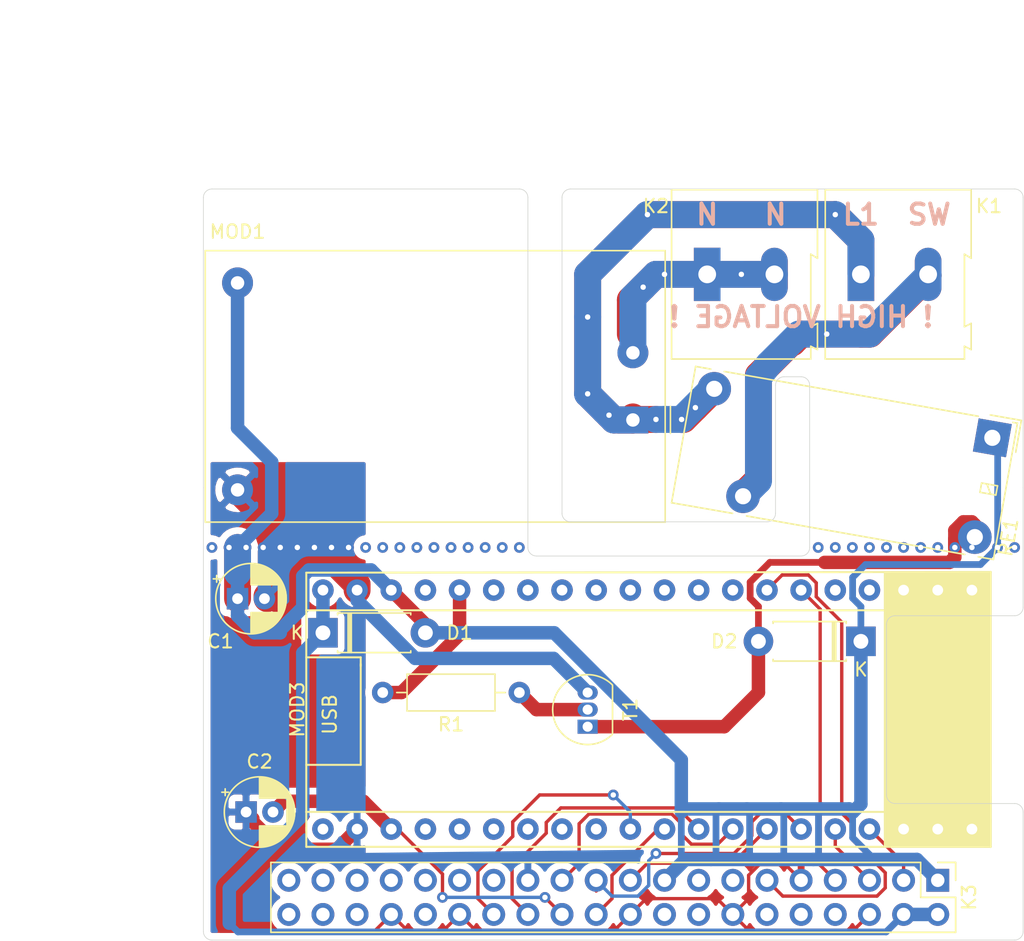
<source format=kicad_pcb>
(kicad_pcb (version 20171130) (host pcbnew 5.1.9-73d0e3b20d~88~ubuntu20.04.1)

  (general
    (thickness 1.6)
    (drawings 42)
    (tracks 324)
    (zones 0)
    (modules 12)
    (nets 63)
  )

  (page A4)
  (layers
    (0 F.Cu signal)
    (31 B.Cu signal)
    (32 B.Adhes user)
    (33 F.Adhes user)
    (34 B.Paste user)
    (35 F.Paste user)
    (36 B.SilkS user)
    (37 F.SilkS user)
    (38 B.Mask user)
    (39 F.Mask user)
    (40 Dwgs.User user)
    (41 Cmts.User user)
    (42 Eco1.User user)
    (43 Eco2.User user)
    (44 Edge.Cuts user)
    (45 Margin user)
    (46 B.CrtYd user hide)
    (47 F.CrtYd user hide)
    (48 B.Fab user)
    (49 F.Fab user hide)
  )

  (setup
    (last_trace_width 0.25)
    (user_trace_width 0.25)
    (user_trace_width 0.5)
    (user_trace_width 1)
    (user_trace_width 1.5)
    (user_trace_width 2)
    (trace_clearance 0.2)
    (zone_clearance 0.508)
    (zone_45_only no)
    (trace_min 0.2)
    (via_size 0.8)
    (via_drill 0.4)
    (via_min_size 0.4)
    (via_min_drill 0.3)
    (uvia_size 0.3)
    (uvia_drill 0.1)
    (uvias_allowed no)
    (uvia_min_size 0.2)
    (uvia_min_drill 0.1)
    (edge_width 0.05)
    (segment_width 0.2)
    (pcb_text_width 0.3)
    (pcb_text_size 1.5 1.5)
    (mod_edge_width 0.12)
    (mod_text_size 1 1)
    (mod_text_width 0.15)
    (pad_size 2.5 2.5)
    (pad_drill 1.2)
    (pad_to_mask_clearance 0)
    (aux_axis_origin 0 0)
    (visible_elements FFFFFF7F)
    (pcbplotparams
      (layerselection 0x010fc_ffffffff)
      (usegerberextensions false)
      (usegerberattributes true)
      (usegerberadvancedattributes true)
      (creategerberjobfile true)
      (excludeedgelayer true)
      (linewidth 0.100000)
      (plotframeref false)
      (viasonmask false)
      (mode 1)
      (useauxorigin false)
      (hpglpennumber 1)
      (hpglpenspeed 20)
      (hpglpendiameter 15.000000)
      (psnegative false)
      (psa4output false)
      (plotreference true)
      (plotvalue true)
      (plotinvisibletext false)
      (padsonsilk false)
      (subtractmaskfromsilk false)
      (outputformat 1)
      (mirror false)
      (drillshape 0)
      (scaleselection 1)
      (outputdirectory "GerberFiles/"))
  )

  (net 0 "")
  (net 1 RST)
  (net 2 "Net-(K1-Pad1)")
  (net 3 "Net-(K2-Pad1)")
  (net 4 T_CS)
  (net 5 CS)
  (net 6 DC)
  (net 7 5V)
  (net 8 "Net-(MOD3-Pad40)")
  (net 9 "Net-(MOD3-Pad39)")
  (net 10 "Net-(MOD3-Pad38)")
  (net 11 "Net-(MOD3-Pad17)")
  (net 12 "Net-(MOD3-Pad15)")
  (net 13 "Net-(MOD3-Pad10)")
  (net 14 "Net-(MOD3-Pad29)")
  (net 15 "Net-(MOD3-Pad9)")
  (net 16 "Net-(MOD3-Pad28)")
  (net 17 "Net-(MOD3-Pad8)")
  (net 18 "Net-(MOD3-Pad26)")
  (net 19 "Net-(MOD3-Pad25)")
  (net 20 "Net-(MOD3-Pad5)")
  (net 21 "Net-(MOD3-Pad24)")
  (net 22 "Net-(MOD3-Pad4)")
  (net 23 "Net-(MOD3-Pad3)")
  (net 24 "Net-(MOD3-Pad2)")
  (net 25 "Net-(MOD3-Pad1)")
  (net 26 "Net-(K1-Pad2)")
  (net 27 "Net-(D2-Pad2)")
  (net 28 "Net-(MOD3-Pad14)")
  (net 29 "Net-(MOD3-Pad13)")
  (net 30 "Net-(MOD3-Pad12)")
  (net 31 "Net-(MOD3-Pad11)")
  (net 32 "Net-(R1-Pad1)")
  (net 33 MGC_RST)
  (net 34 INT)
  (net 35 GND_IN)
  (net 36 3V3_IN)
  (net 37 RE_OUT)
  (net 38 "Net-(MOD3-Pad21)")
  (net 39 "Net-(MOD3-Pad27)")
  (net 40 "Net-(K3-Pad40)")
  (net 41 "Net-(K3-Pad39)")
  (net 42 "Net-(K3-Pad38)")
  (net 43 "Net-(K3-Pad37)")
  (net 44 "Net-(K3-Pad36)")
  (net 45 "Net-(K3-Pad35)")
  (net 46 "Net-(K3-Pad33)")
  (net 47 "Net-(K3-Pad32)")
  (net 48 "Net-(K3-Pad31)")
  (net 49 "Net-(K3-Pad29)")
  (net 50 "Net-(K3-Pad27)")
  (net 51 "Net-(K3-Pad23)")
  (net 52 "Net-(K3-Pad21)")
  (net 53 "Net-(K3-Pad19)")
  (net 54 "Net-(K3-Pad18)")
  (net 55 "Net-(K3-Pad16)")
  (net 56 "Net-(K3-Pad15)")
  (net 57 "Net-(K3-Pad13)")
  (net 58 "Net-(K3-Pad12)")
  (net 59 "Net-(K3-Pad10)")
  (net 60 "Net-(K3-Pad8)")
  (net 61 "Net-(K3-Pad5)")
  (net 62 "Net-(K3-Pad3)")

  (net_class Default "This is the default net class."
    (clearance 0.2)
    (trace_width 0.25)
    (via_dia 0.8)
    (via_drill 0.4)
    (uvia_dia 0.3)
    (uvia_drill 0.1)
    (add_net 3V3_IN)
    (add_net 5V)
    (add_net CS)
    (add_net DC)
    (add_net GND_IN)
    (add_net INT)
    (add_net MGC_RST)
    (add_net "Net-(D2-Pad2)")
    (add_net "Net-(K1-Pad1)")
    (add_net "Net-(K1-Pad2)")
    (add_net "Net-(K2-Pad1)")
    (add_net "Net-(K3-Pad10)")
    (add_net "Net-(K3-Pad12)")
    (add_net "Net-(K3-Pad13)")
    (add_net "Net-(K3-Pad15)")
    (add_net "Net-(K3-Pad16)")
    (add_net "Net-(K3-Pad18)")
    (add_net "Net-(K3-Pad19)")
    (add_net "Net-(K3-Pad21)")
    (add_net "Net-(K3-Pad23)")
    (add_net "Net-(K3-Pad27)")
    (add_net "Net-(K3-Pad29)")
    (add_net "Net-(K3-Pad3)")
    (add_net "Net-(K3-Pad31)")
    (add_net "Net-(K3-Pad32)")
    (add_net "Net-(K3-Pad33)")
    (add_net "Net-(K3-Pad35)")
    (add_net "Net-(K3-Pad36)")
    (add_net "Net-(K3-Pad37)")
    (add_net "Net-(K3-Pad38)")
    (add_net "Net-(K3-Pad39)")
    (add_net "Net-(K3-Pad40)")
    (add_net "Net-(K3-Pad5)")
    (add_net "Net-(K3-Pad8)")
    (add_net "Net-(MOD3-Pad1)")
    (add_net "Net-(MOD3-Pad10)")
    (add_net "Net-(MOD3-Pad11)")
    (add_net "Net-(MOD3-Pad12)")
    (add_net "Net-(MOD3-Pad13)")
    (add_net "Net-(MOD3-Pad14)")
    (add_net "Net-(MOD3-Pad15)")
    (add_net "Net-(MOD3-Pad17)")
    (add_net "Net-(MOD3-Pad2)")
    (add_net "Net-(MOD3-Pad21)")
    (add_net "Net-(MOD3-Pad24)")
    (add_net "Net-(MOD3-Pad25)")
    (add_net "Net-(MOD3-Pad26)")
    (add_net "Net-(MOD3-Pad27)")
    (add_net "Net-(MOD3-Pad28)")
    (add_net "Net-(MOD3-Pad29)")
    (add_net "Net-(MOD3-Pad3)")
    (add_net "Net-(MOD3-Pad38)")
    (add_net "Net-(MOD3-Pad39)")
    (add_net "Net-(MOD3-Pad4)")
    (add_net "Net-(MOD3-Pad40)")
    (add_net "Net-(MOD3-Pad5)")
    (add_net "Net-(MOD3-Pad8)")
    (add_net "Net-(MOD3-Pad9)")
    (add_net "Net-(R1-Pad1)")
    (add_net RE_OUT)
    (add_net RST)
    (add_net T_CS)
  )

  (module Diode_THT:D_DO-41_SOD81_P7.62mm_Horizontal (layer F.Cu) (tedit 5AE50CD5) (tstamp 606C1A96)
    (at 156.21 135.89)
    (descr "Diode, DO-41_SOD81 series, Axial, Horizontal, pin pitch=7.62mm, , length*diameter=5.2*2.7mm^2, , http://www.diodes.com/_files/packages/DO-41%20(Plastic).pdf")
    (tags "Diode DO-41_SOD81 series Axial Horizontal pin pitch 7.62mm  length 5.2mm diameter 2.7mm")
    (path /606C7F19)
    (fp_text reference D1 (at 10.16 0) (layer F.SilkS)
      (effects (font (size 1 1) (thickness 0.15)))
    )
    (fp_text value 1N5817 (at 3.81 2.47) (layer F.Fab)
      (effects (font (size 1 1) (thickness 0.15)))
    )
    (fp_line (start 8.97 -1.6) (end -1.35 -1.6) (layer F.CrtYd) (width 0.05))
    (fp_line (start 8.97 1.6) (end 8.97 -1.6) (layer F.CrtYd) (width 0.05))
    (fp_line (start -1.35 1.6) (end 8.97 1.6) (layer F.CrtYd) (width 0.05))
    (fp_line (start -1.35 -1.6) (end -1.35 1.6) (layer F.CrtYd) (width 0.05))
    (fp_line (start 1.87 -1.47) (end 1.87 1.47) (layer F.SilkS) (width 0.12))
    (fp_line (start 2.11 -1.47) (end 2.11 1.47) (layer F.SilkS) (width 0.12))
    (fp_line (start 1.99 -1.47) (end 1.99 1.47) (layer F.SilkS) (width 0.12))
    (fp_line (start 6.53 1.47) (end 6.53 1.34) (layer F.SilkS) (width 0.12))
    (fp_line (start 1.09 1.47) (end 6.53 1.47) (layer F.SilkS) (width 0.12))
    (fp_line (start 1.09 1.34) (end 1.09 1.47) (layer F.SilkS) (width 0.12))
    (fp_line (start 6.53 -1.47) (end 6.53 -1.34) (layer F.SilkS) (width 0.12))
    (fp_line (start 1.09 -1.47) (end 6.53 -1.47) (layer F.SilkS) (width 0.12))
    (fp_line (start 1.09 -1.34) (end 1.09 -1.47) (layer F.SilkS) (width 0.12))
    (fp_line (start 1.89 -1.35) (end 1.89 1.35) (layer F.Fab) (width 0.1))
    (fp_line (start 2.09 -1.35) (end 2.09 1.35) (layer F.Fab) (width 0.1))
    (fp_line (start 1.99 -1.35) (end 1.99 1.35) (layer F.Fab) (width 0.1))
    (fp_line (start 7.62 0) (end 6.41 0) (layer F.Fab) (width 0.1))
    (fp_line (start 0 0) (end 1.21 0) (layer F.Fab) (width 0.1))
    (fp_line (start 6.41 -1.35) (end 1.21 -1.35) (layer F.Fab) (width 0.1))
    (fp_line (start 6.41 1.35) (end 6.41 -1.35) (layer F.Fab) (width 0.1))
    (fp_line (start 1.21 1.35) (end 6.41 1.35) (layer F.Fab) (width 0.1))
    (fp_line (start 1.21 -1.35) (end 1.21 1.35) (layer F.Fab) (width 0.1))
    (fp_text user K (at -1.905 0) (layer F.SilkS)
      (effects (font (size 1 1) (thickness 0.15)))
    )
    (fp_text user K (at 0 -2.1) (layer F.Fab)
      (effects (font (size 1 1) (thickness 0.15)))
    )
    (fp_text user %R (at 4.2 0) (layer F.Fab)
      (effects (font (size 1 1) (thickness 0.15)))
    )
    (pad 2 thru_hole oval (at 7.62 0) (size 2.2 2.2) (drill 1.1) (layers *.Cu *.Mask)
      (net 36 3V3_IN))
    (pad 1 thru_hole rect (at 0 0) (size 2.2 2.2) (drill 1.1) (layers *.Cu *.Mask)
      (net 7 5V))
    (model ${KISYS3DMOD}/Diode_THT.3dshapes/D_DO-41_SOD81_P7.62mm_Horizontal.wrl
      (at (xyz 0 0 0))
      (scale (xyz 1 1 1))
      (rotate (xyz 0 0 0))
    )
  )

  (module Capacitor_THT:CP_Radial_D5.0mm_P2.00mm (layer F.Cu) (tedit 5AE50EF0) (tstamp 60633512)
    (at 149.86 133.35)
    (descr "CP, Radial series, Radial, pin pitch=2.00mm, , diameter=5mm, Electrolytic Capacitor")
    (tags "CP Radial series Radial pin pitch 2.00mm  diameter 5mm Electrolytic Capacitor")
    (path /60755977)
    (fp_text reference C1 (at -1.27 3.175) (layer F.SilkS)
      (effects (font (size 1 1) (thickness 0.15)))
    )
    (fp_text value 100µF/10V (at 1 3.75) (layer F.Fab)
      (effects (font (size 1 1) (thickness 0.15)))
    )
    (fp_line (start -1.554775 -1.725) (end -1.554775 -1.225) (layer F.SilkS) (width 0.12))
    (fp_line (start -1.804775 -1.475) (end -1.304775 -1.475) (layer F.SilkS) (width 0.12))
    (fp_line (start 3.601 -0.284) (end 3.601 0.284) (layer F.SilkS) (width 0.12))
    (fp_line (start 3.561 -0.518) (end 3.561 0.518) (layer F.SilkS) (width 0.12))
    (fp_line (start 3.521 -0.677) (end 3.521 0.677) (layer F.SilkS) (width 0.12))
    (fp_line (start 3.481 -0.805) (end 3.481 0.805) (layer F.SilkS) (width 0.12))
    (fp_line (start 3.441 -0.915) (end 3.441 0.915) (layer F.SilkS) (width 0.12))
    (fp_line (start 3.401 -1.011) (end 3.401 1.011) (layer F.SilkS) (width 0.12))
    (fp_line (start 3.361 -1.098) (end 3.361 1.098) (layer F.SilkS) (width 0.12))
    (fp_line (start 3.321 -1.178) (end 3.321 1.178) (layer F.SilkS) (width 0.12))
    (fp_line (start 3.281 -1.251) (end 3.281 1.251) (layer F.SilkS) (width 0.12))
    (fp_line (start 3.241 -1.319) (end 3.241 1.319) (layer F.SilkS) (width 0.12))
    (fp_line (start 3.201 -1.383) (end 3.201 1.383) (layer F.SilkS) (width 0.12))
    (fp_line (start 3.161 -1.443) (end 3.161 1.443) (layer F.SilkS) (width 0.12))
    (fp_line (start 3.121 -1.5) (end 3.121 1.5) (layer F.SilkS) (width 0.12))
    (fp_line (start 3.081 -1.554) (end 3.081 1.554) (layer F.SilkS) (width 0.12))
    (fp_line (start 3.041 -1.605) (end 3.041 1.605) (layer F.SilkS) (width 0.12))
    (fp_line (start 3.001 1.04) (end 3.001 1.653) (layer F.SilkS) (width 0.12))
    (fp_line (start 3.001 -1.653) (end 3.001 -1.04) (layer F.SilkS) (width 0.12))
    (fp_line (start 2.961 1.04) (end 2.961 1.699) (layer F.SilkS) (width 0.12))
    (fp_line (start 2.961 -1.699) (end 2.961 -1.04) (layer F.SilkS) (width 0.12))
    (fp_line (start 2.921 1.04) (end 2.921 1.743) (layer F.SilkS) (width 0.12))
    (fp_line (start 2.921 -1.743) (end 2.921 -1.04) (layer F.SilkS) (width 0.12))
    (fp_line (start 2.881 1.04) (end 2.881 1.785) (layer F.SilkS) (width 0.12))
    (fp_line (start 2.881 -1.785) (end 2.881 -1.04) (layer F.SilkS) (width 0.12))
    (fp_line (start 2.841 1.04) (end 2.841 1.826) (layer F.SilkS) (width 0.12))
    (fp_line (start 2.841 -1.826) (end 2.841 -1.04) (layer F.SilkS) (width 0.12))
    (fp_line (start 2.801 1.04) (end 2.801 1.864) (layer F.SilkS) (width 0.12))
    (fp_line (start 2.801 -1.864) (end 2.801 -1.04) (layer F.SilkS) (width 0.12))
    (fp_line (start 2.761 1.04) (end 2.761 1.901) (layer F.SilkS) (width 0.12))
    (fp_line (start 2.761 -1.901) (end 2.761 -1.04) (layer F.SilkS) (width 0.12))
    (fp_line (start 2.721 1.04) (end 2.721 1.937) (layer F.SilkS) (width 0.12))
    (fp_line (start 2.721 -1.937) (end 2.721 -1.04) (layer F.SilkS) (width 0.12))
    (fp_line (start 2.681 1.04) (end 2.681 1.971) (layer F.SilkS) (width 0.12))
    (fp_line (start 2.681 -1.971) (end 2.681 -1.04) (layer F.SilkS) (width 0.12))
    (fp_line (start 2.641 1.04) (end 2.641 2.004) (layer F.SilkS) (width 0.12))
    (fp_line (start 2.641 -2.004) (end 2.641 -1.04) (layer F.SilkS) (width 0.12))
    (fp_line (start 2.601 1.04) (end 2.601 2.035) (layer F.SilkS) (width 0.12))
    (fp_line (start 2.601 -2.035) (end 2.601 -1.04) (layer F.SilkS) (width 0.12))
    (fp_line (start 2.561 1.04) (end 2.561 2.065) (layer F.SilkS) (width 0.12))
    (fp_line (start 2.561 -2.065) (end 2.561 -1.04) (layer F.SilkS) (width 0.12))
    (fp_line (start 2.521 1.04) (end 2.521 2.095) (layer F.SilkS) (width 0.12))
    (fp_line (start 2.521 -2.095) (end 2.521 -1.04) (layer F.SilkS) (width 0.12))
    (fp_line (start 2.481 1.04) (end 2.481 2.122) (layer F.SilkS) (width 0.12))
    (fp_line (start 2.481 -2.122) (end 2.481 -1.04) (layer F.SilkS) (width 0.12))
    (fp_line (start 2.441 1.04) (end 2.441 2.149) (layer F.SilkS) (width 0.12))
    (fp_line (start 2.441 -2.149) (end 2.441 -1.04) (layer F.SilkS) (width 0.12))
    (fp_line (start 2.401 1.04) (end 2.401 2.175) (layer F.SilkS) (width 0.12))
    (fp_line (start 2.401 -2.175) (end 2.401 -1.04) (layer F.SilkS) (width 0.12))
    (fp_line (start 2.361 1.04) (end 2.361 2.2) (layer F.SilkS) (width 0.12))
    (fp_line (start 2.361 -2.2) (end 2.361 -1.04) (layer F.SilkS) (width 0.12))
    (fp_line (start 2.321 1.04) (end 2.321 2.224) (layer F.SilkS) (width 0.12))
    (fp_line (start 2.321 -2.224) (end 2.321 -1.04) (layer F.SilkS) (width 0.12))
    (fp_line (start 2.281 1.04) (end 2.281 2.247) (layer F.SilkS) (width 0.12))
    (fp_line (start 2.281 -2.247) (end 2.281 -1.04) (layer F.SilkS) (width 0.12))
    (fp_line (start 2.241 1.04) (end 2.241 2.268) (layer F.SilkS) (width 0.12))
    (fp_line (start 2.241 -2.268) (end 2.241 -1.04) (layer F.SilkS) (width 0.12))
    (fp_line (start 2.201 1.04) (end 2.201 2.29) (layer F.SilkS) (width 0.12))
    (fp_line (start 2.201 -2.29) (end 2.201 -1.04) (layer F.SilkS) (width 0.12))
    (fp_line (start 2.161 1.04) (end 2.161 2.31) (layer F.SilkS) (width 0.12))
    (fp_line (start 2.161 -2.31) (end 2.161 -1.04) (layer F.SilkS) (width 0.12))
    (fp_line (start 2.121 1.04) (end 2.121 2.329) (layer F.SilkS) (width 0.12))
    (fp_line (start 2.121 -2.329) (end 2.121 -1.04) (layer F.SilkS) (width 0.12))
    (fp_line (start 2.081 1.04) (end 2.081 2.348) (layer F.SilkS) (width 0.12))
    (fp_line (start 2.081 -2.348) (end 2.081 -1.04) (layer F.SilkS) (width 0.12))
    (fp_line (start 2.041 1.04) (end 2.041 2.365) (layer F.SilkS) (width 0.12))
    (fp_line (start 2.041 -2.365) (end 2.041 -1.04) (layer F.SilkS) (width 0.12))
    (fp_line (start 2.001 1.04) (end 2.001 2.382) (layer F.SilkS) (width 0.12))
    (fp_line (start 2.001 -2.382) (end 2.001 -1.04) (layer F.SilkS) (width 0.12))
    (fp_line (start 1.961 1.04) (end 1.961 2.398) (layer F.SilkS) (width 0.12))
    (fp_line (start 1.961 -2.398) (end 1.961 -1.04) (layer F.SilkS) (width 0.12))
    (fp_line (start 1.921 1.04) (end 1.921 2.414) (layer F.SilkS) (width 0.12))
    (fp_line (start 1.921 -2.414) (end 1.921 -1.04) (layer F.SilkS) (width 0.12))
    (fp_line (start 1.881 1.04) (end 1.881 2.428) (layer F.SilkS) (width 0.12))
    (fp_line (start 1.881 -2.428) (end 1.881 -1.04) (layer F.SilkS) (width 0.12))
    (fp_line (start 1.841 1.04) (end 1.841 2.442) (layer F.SilkS) (width 0.12))
    (fp_line (start 1.841 -2.442) (end 1.841 -1.04) (layer F.SilkS) (width 0.12))
    (fp_line (start 1.801 1.04) (end 1.801 2.455) (layer F.SilkS) (width 0.12))
    (fp_line (start 1.801 -2.455) (end 1.801 -1.04) (layer F.SilkS) (width 0.12))
    (fp_line (start 1.761 1.04) (end 1.761 2.468) (layer F.SilkS) (width 0.12))
    (fp_line (start 1.761 -2.468) (end 1.761 -1.04) (layer F.SilkS) (width 0.12))
    (fp_line (start 1.721 1.04) (end 1.721 2.48) (layer F.SilkS) (width 0.12))
    (fp_line (start 1.721 -2.48) (end 1.721 -1.04) (layer F.SilkS) (width 0.12))
    (fp_line (start 1.68 1.04) (end 1.68 2.491) (layer F.SilkS) (width 0.12))
    (fp_line (start 1.68 -2.491) (end 1.68 -1.04) (layer F.SilkS) (width 0.12))
    (fp_line (start 1.64 1.04) (end 1.64 2.501) (layer F.SilkS) (width 0.12))
    (fp_line (start 1.64 -2.501) (end 1.64 -1.04) (layer F.SilkS) (width 0.12))
    (fp_line (start 1.6 1.04) (end 1.6 2.511) (layer F.SilkS) (width 0.12))
    (fp_line (start 1.6 -2.511) (end 1.6 -1.04) (layer F.SilkS) (width 0.12))
    (fp_line (start 1.56 1.04) (end 1.56 2.52) (layer F.SilkS) (width 0.12))
    (fp_line (start 1.56 -2.52) (end 1.56 -1.04) (layer F.SilkS) (width 0.12))
    (fp_line (start 1.52 1.04) (end 1.52 2.528) (layer F.SilkS) (width 0.12))
    (fp_line (start 1.52 -2.528) (end 1.52 -1.04) (layer F.SilkS) (width 0.12))
    (fp_line (start 1.48 1.04) (end 1.48 2.536) (layer F.SilkS) (width 0.12))
    (fp_line (start 1.48 -2.536) (end 1.48 -1.04) (layer F.SilkS) (width 0.12))
    (fp_line (start 1.44 1.04) (end 1.44 2.543) (layer F.SilkS) (width 0.12))
    (fp_line (start 1.44 -2.543) (end 1.44 -1.04) (layer F.SilkS) (width 0.12))
    (fp_line (start 1.4 1.04) (end 1.4 2.55) (layer F.SilkS) (width 0.12))
    (fp_line (start 1.4 -2.55) (end 1.4 -1.04) (layer F.SilkS) (width 0.12))
    (fp_line (start 1.36 1.04) (end 1.36 2.556) (layer F.SilkS) (width 0.12))
    (fp_line (start 1.36 -2.556) (end 1.36 -1.04) (layer F.SilkS) (width 0.12))
    (fp_line (start 1.32 1.04) (end 1.32 2.561) (layer F.SilkS) (width 0.12))
    (fp_line (start 1.32 -2.561) (end 1.32 -1.04) (layer F.SilkS) (width 0.12))
    (fp_line (start 1.28 1.04) (end 1.28 2.565) (layer F.SilkS) (width 0.12))
    (fp_line (start 1.28 -2.565) (end 1.28 -1.04) (layer F.SilkS) (width 0.12))
    (fp_line (start 1.24 1.04) (end 1.24 2.569) (layer F.SilkS) (width 0.12))
    (fp_line (start 1.24 -2.569) (end 1.24 -1.04) (layer F.SilkS) (width 0.12))
    (fp_line (start 1.2 1.04) (end 1.2 2.573) (layer F.SilkS) (width 0.12))
    (fp_line (start 1.2 -2.573) (end 1.2 -1.04) (layer F.SilkS) (width 0.12))
    (fp_line (start 1.16 1.04) (end 1.16 2.576) (layer F.SilkS) (width 0.12))
    (fp_line (start 1.16 -2.576) (end 1.16 -1.04) (layer F.SilkS) (width 0.12))
    (fp_line (start 1.12 1.04) (end 1.12 2.578) (layer F.SilkS) (width 0.12))
    (fp_line (start 1.12 -2.578) (end 1.12 -1.04) (layer F.SilkS) (width 0.12))
    (fp_line (start 1.08 1.04) (end 1.08 2.579) (layer F.SilkS) (width 0.12))
    (fp_line (start 1.08 -2.579) (end 1.08 -1.04) (layer F.SilkS) (width 0.12))
    (fp_line (start 1.04 -2.58) (end 1.04 -1.04) (layer F.SilkS) (width 0.12))
    (fp_line (start 1.04 1.04) (end 1.04 2.58) (layer F.SilkS) (width 0.12))
    (fp_line (start 1 -2.58) (end 1 -1.04) (layer F.SilkS) (width 0.12))
    (fp_line (start 1 1.04) (end 1 2.58) (layer F.SilkS) (width 0.12))
    (fp_line (start -0.883605 -1.3375) (end -0.883605 -0.8375) (layer F.Fab) (width 0.1))
    (fp_line (start -1.133605 -1.0875) (end -0.633605 -1.0875) (layer F.Fab) (width 0.1))
    (fp_circle (center 1 0) (end 3.75 0) (layer F.CrtYd) (width 0.05))
    (fp_circle (center 1 0) (end 3.62 0) (layer F.SilkS) (width 0.12))
    (fp_circle (center 1 0) (end 3.5 0) (layer F.Fab) (width 0.1))
    (fp_text user %R (at 1 0) (layer F.Fab)
      (effects (font (size 1 1) (thickness 0.15)))
    )
    (pad 2 thru_hole circle (at 2 0) (size 1.6 1.6) (drill 0.8) (layers *.Cu *.Mask)
      (net 35 GND_IN))
    (pad 1 thru_hole rect (at 0 0) (size 1.6 1.6) (drill 0.8) (layers *.Cu *.Mask)
      (net 36 3V3_IN))
    (model ${KISYS3DMOD}/Capacitor_THT.3dshapes/CP_Radial_D5.0mm_P2.00mm.wrl
      (at (xyz 0 0 0))
      (scale (xyz 1 1 1))
      (rotate (xyz 0 0 0))
    )
  )

  (module Relay_THT:Relay_1P1T_NO_10x24x18.8mm_Panasonic_ADW11xxxxW_THT (layer F.Cu) (tedit 6062D679) (tstamp 60645D5B)
    (at 205.988497 121.382785 260)
    (descr "Panasonic Relay SPST 10mm 24mm, https://www.panasonic-electric-works.com/pew/es/downloads/ds_dw_hl_en.pdf")
    (tags "Panasonic Relay SPST")
    (path /605B7F3A)
    (fp_text reference RE1 (at 7.08 -2.46 260) (layer F.SilkS)
      (effects (font (size 1 1) (thickness 0.15)))
    )
    (fp_text value ADW11 (at 3.99 23.62 260) (layer F.Fab)
      (effects (font (size 1 1) (thickness 0.15)))
    )
    (fp_line (start -1.25 0) (end 0 -1.5) (layer F.Fab) (width 0.1))
    (fp_line (start 8.75 22.5) (end 8.75 -1.5) (layer F.Fab) (width 0.1))
    (fp_line (start 8.75 -1.5) (end 0 -1.5) (layer F.Fab) (width 0.1))
    (fp_line (start -1.25 0) (end -1.25 22.5) (layer F.Fab) (width 0.1))
    (fp_line (start 8.75 22.5) (end -1.25 22.5) (layer F.Fab) (width 0.1))
    (fp_line (start 1.55 -0.4) (end 6.05 -0.4) (layer F.Fab) (width 0.1))
    (fp_line (start 8.9 0.51) (end 8.9 16.99) (layer F.SilkS) (width 0.12))
    (fp_line (start 8.9 -1.65) (end -1.4 -1.65) (layer F.SilkS) (width 0.12))
    (fp_line (start -1.4 1.31) (end -1.4 20.49) (layer F.SilkS) (width 0.12))
    (fp_line (start 8.9 22.65) (end -1.4 22.65) (layer F.SilkS) (width 0.12))
    (fp_line (start 3.45 -0.2) (end 4.15 -0.6) (layer F.SilkS) (width 0.12))
    (fp_line (start 4.15 0.2) (end 4.15 -1) (layer F.SilkS) (width 0.12))
    (fp_line (start 4.15 -1) (end 3.45 -1) (layer F.SilkS) (width 0.12))
    (fp_line (start 3.45 -1) (end 3.45 0.2) (layer F.SilkS) (width 0.12))
    (fp_line (start 3.45 0.2) (end 4.15 0.2) (layer F.SilkS) (width 0.12))
    (fp_line (start -1.65 0.44) (end -1.65 -1.9) (layer F.SilkS) (width 0.12))
    (fp_line (start -1.65 -1.9) (end 0.75 -1.9) (layer F.SilkS) (width 0.12))
    (fp_line (start 9 22.75) (end 9 -1.75) (layer F.CrtYd) (width 0.05))
    (fp_line (start 9 -1.75) (end -1.5 -1.75) (layer F.CrtYd) (width 0.05))
    (fp_line (start -1.5 -1.75) (end -1.5 22.75) (layer F.CrtYd) (width 0.05))
    (fp_line (start 9 22.75) (end -1.5 22.75) (layer F.CrtYd) (width 0.05))
    (fp_line (start 8.9 -1.65) (end 8.9 -0.51) (layer F.SilkS) (width 0.12))
    (fp_line (start 8.89 18.05) (end 8.9 22.65) (layer F.SilkS) (width 0.12))
    (fp_line (start -1.4 22.65) (end -1.4 21.51) (layer F.SilkS) (width 0.12))
    (fp_line (start -1.4 -1.65) (end -1.4 -1.31) (layer F.SilkS) (width 0.12))
    (fp_text user %R (at 3.75 12 260) (layer F.Fab)
      (effects (font (size 1 1) (thickness 0.15)))
    )
    (pad 6 thru_hole oval (at 7.5 0 260) (size 2.5 2.5) (drill 1.2) (layers *.Cu *.Mask)
      (net 27 "Net-(D2-Pad2)"))
    (pad 5 thru_hole oval (at 7.5 17.5 260) (size 2.5 2.5) (drill 1.2) (layers *.Cu *.Mask)
      (net 26 "Net-(K1-Pad2)"))
    (pad 3 thru_hole oval (at 0 21 260) (size 2.5 2.5) (drill 1.2) (layers *.Cu *.Mask)
      (net 2 "Net-(K1-Pad1)"))
    (pad 1 thru_hole rect (at 0 0 260) (size 2.5 2.5) (drill 1.2) (layers *.Cu *.Mask)
      (net 36 3V3_IN))
    (model "${KIPRJMOD}/3D objects/ADW11HL.step"
      (offset (xyz 8.75 1.25 0))
      (scale (xyz 1 1 1))
      (rotate (xyz 0 0 90))
    )
  )

  (module Capacitor_THT:CP_Radial_D5.0mm_P2.00mm (layer F.Cu) (tedit 5AE50EF0) (tstamp 6062F1C8)
    (at 150.495 149.225)
    (descr "CP, Radial series, Radial, pin pitch=2.00mm, , diameter=5mm, Electrolytic Capacitor")
    (tags "CP Radial series Radial pin pitch 2.00mm  diameter 5mm Electrolytic Capacitor")
    (path /605A7BED)
    (fp_text reference C2 (at 1 -3.75) (layer F.SilkS)
      (effects (font (size 1 1) (thickness 0.15)))
    )
    (fp_text value "10uF / 6.3V" (at 1 3.75) (layer F.Fab)
      (effects (font (size 1 1) (thickness 0.15)))
    )
    (fp_line (start -1.554775 -1.725) (end -1.554775 -1.225) (layer F.SilkS) (width 0.12))
    (fp_line (start -1.804775 -1.475) (end -1.304775 -1.475) (layer F.SilkS) (width 0.12))
    (fp_line (start 3.601 -0.284) (end 3.601 0.284) (layer F.SilkS) (width 0.12))
    (fp_line (start 3.561 -0.518) (end 3.561 0.518) (layer F.SilkS) (width 0.12))
    (fp_line (start 3.521 -0.677) (end 3.521 0.677) (layer F.SilkS) (width 0.12))
    (fp_line (start 3.481 -0.805) (end 3.481 0.805) (layer F.SilkS) (width 0.12))
    (fp_line (start 3.441 -0.915) (end 3.441 0.915) (layer F.SilkS) (width 0.12))
    (fp_line (start 3.401 -1.011) (end 3.401 1.011) (layer F.SilkS) (width 0.12))
    (fp_line (start 3.361 -1.098) (end 3.361 1.098) (layer F.SilkS) (width 0.12))
    (fp_line (start 3.321 -1.178) (end 3.321 1.178) (layer F.SilkS) (width 0.12))
    (fp_line (start 3.281 -1.251) (end 3.281 1.251) (layer F.SilkS) (width 0.12))
    (fp_line (start 3.241 -1.319) (end 3.241 1.319) (layer F.SilkS) (width 0.12))
    (fp_line (start 3.201 -1.383) (end 3.201 1.383) (layer F.SilkS) (width 0.12))
    (fp_line (start 3.161 -1.443) (end 3.161 1.443) (layer F.SilkS) (width 0.12))
    (fp_line (start 3.121 -1.5) (end 3.121 1.5) (layer F.SilkS) (width 0.12))
    (fp_line (start 3.081 -1.554) (end 3.081 1.554) (layer F.SilkS) (width 0.12))
    (fp_line (start 3.041 -1.605) (end 3.041 1.605) (layer F.SilkS) (width 0.12))
    (fp_line (start 3.001 1.04) (end 3.001 1.653) (layer F.SilkS) (width 0.12))
    (fp_line (start 3.001 -1.653) (end 3.001 -1.04) (layer F.SilkS) (width 0.12))
    (fp_line (start 2.961 1.04) (end 2.961 1.699) (layer F.SilkS) (width 0.12))
    (fp_line (start 2.961 -1.699) (end 2.961 -1.04) (layer F.SilkS) (width 0.12))
    (fp_line (start 2.921 1.04) (end 2.921 1.743) (layer F.SilkS) (width 0.12))
    (fp_line (start 2.921 -1.743) (end 2.921 -1.04) (layer F.SilkS) (width 0.12))
    (fp_line (start 2.881 1.04) (end 2.881 1.785) (layer F.SilkS) (width 0.12))
    (fp_line (start 2.881 -1.785) (end 2.881 -1.04) (layer F.SilkS) (width 0.12))
    (fp_line (start 2.841 1.04) (end 2.841 1.826) (layer F.SilkS) (width 0.12))
    (fp_line (start 2.841 -1.826) (end 2.841 -1.04) (layer F.SilkS) (width 0.12))
    (fp_line (start 2.801 1.04) (end 2.801 1.864) (layer F.SilkS) (width 0.12))
    (fp_line (start 2.801 -1.864) (end 2.801 -1.04) (layer F.SilkS) (width 0.12))
    (fp_line (start 2.761 1.04) (end 2.761 1.901) (layer F.SilkS) (width 0.12))
    (fp_line (start 2.761 -1.901) (end 2.761 -1.04) (layer F.SilkS) (width 0.12))
    (fp_line (start 2.721 1.04) (end 2.721 1.937) (layer F.SilkS) (width 0.12))
    (fp_line (start 2.721 -1.937) (end 2.721 -1.04) (layer F.SilkS) (width 0.12))
    (fp_line (start 2.681 1.04) (end 2.681 1.971) (layer F.SilkS) (width 0.12))
    (fp_line (start 2.681 -1.971) (end 2.681 -1.04) (layer F.SilkS) (width 0.12))
    (fp_line (start 2.641 1.04) (end 2.641 2.004) (layer F.SilkS) (width 0.12))
    (fp_line (start 2.641 -2.004) (end 2.641 -1.04) (layer F.SilkS) (width 0.12))
    (fp_line (start 2.601 1.04) (end 2.601 2.035) (layer F.SilkS) (width 0.12))
    (fp_line (start 2.601 -2.035) (end 2.601 -1.04) (layer F.SilkS) (width 0.12))
    (fp_line (start 2.561 1.04) (end 2.561 2.065) (layer F.SilkS) (width 0.12))
    (fp_line (start 2.561 -2.065) (end 2.561 -1.04) (layer F.SilkS) (width 0.12))
    (fp_line (start 2.521 1.04) (end 2.521 2.095) (layer F.SilkS) (width 0.12))
    (fp_line (start 2.521 -2.095) (end 2.521 -1.04) (layer F.SilkS) (width 0.12))
    (fp_line (start 2.481 1.04) (end 2.481 2.122) (layer F.SilkS) (width 0.12))
    (fp_line (start 2.481 -2.122) (end 2.481 -1.04) (layer F.SilkS) (width 0.12))
    (fp_line (start 2.441 1.04) (end 2.441 2.149) (layer F.SilkS) (width 0.12))
    (fp_line (start 2.441 -2.149) (end 2.441 -1.04) (layer F.SilkS) (width 0.12))
    (fp_line (start 2.401 1.04) (end 2.401 2.175) (layer F.SilkS) (width 0.12))
    (fp_line (start 2.401 -2.175) (end 2.401 -1.04) (layer F.SilkS) (width 0.12))
    (fp_line (start 2.361 1.04) (end 2.361 2.2) (layer F.SilkS) (width 0.12))
    (fp_line (start 2.361 -2.2) (end 2.361 -1.04) (layer F.SilkS) (width 0.12))
    (fp_line (start 2.321 1.04) (end 2.321 2.224) (layer F.SilkS) (width 0.12))
    (fp_line (start 2.321 -2.224) (end 2.321 -1.04) (layer F.SilkS) (width 0.12))
    (fp_line (start 2.281 1.04) (end 2.281 2.247) (layer F.SilkS) (width 0.12))
    (fp_line (start 2.281 -2.247) (end 2.281 -1.04) (layer F.SilkS) (width 0.12))
    (fp_line (start 2.241 1.04) (end 2.241 2.268) (layer F.SilkS) (width 0.12))
    (fp_line (start 2.241 -2.268) (end 2.241 -1.04) (layer F.SilkS) (width 0.12))
    (fp_line (start 2.201 1.04) (end 2.201 2.29) (layer F.SilkS) (width 0.12))
    (fp_line (start 2.201 -2.29) (end 2.201 -1.04) (layer F.SilkS) (width 0.12))
    (fp_line (start 2.161 1.04) (end 2.161 2.31) (layer F.SilkS) (width 0.12))
    (fp_line (start 2.161 -2.31) (end 2.161 -1.04) (layer F.SilkS) (width 0.12))
    (fp_line (start 2.121 1.04) (end 2.121 2.329) (layer F.SilkS) (width 0.12))
    (fp_line (start 2.121 -2.329) (end 2.121 -1.04) (layer F.SilkS) (width 0.12))
    (fp_line (start 2.081 1.04) (end 2.081 2.348) (layer F.SilkS) (width 0.12))
    (fp_line (start 2.081 -2.348) (end 2.081 -1.04) (layer F.SilkS) (width 0.12))
    (fp_line (start 2.041 1.04) (end 2.041 2.365) (layer F.SilkS) (width 0.12))
    (fp_line (start 2.041 -2.365) (end 2.041 -1.04) (layer F.SilkS) (width 0.12))
    (fp_line (start 2.001 1.04) (end 2.001 2.382) (layer F.SilkS) (width 0.12))
    (fp_line (start 2.001 -2.382) (end 2.001 -1.04) (layer F.SilkS) (width 0.12))
    (fp_line (start 1.961 1.04) (end 1.961 2.398) (layer F.SilkS) (width 0.12))
    (fp_line (start 1.961 -2.398) (end 1.961 -1.04) (layer F.SilkS) (width 0.12))
    (fp_line (start 1.921 1.04) (end 1.921 2.414) (layer F.SilkS) (width 0.12))
    (fp_line (start 1.921 -2.414) (end 1.921 -1.04) (layer F.SilkS) (width 0.12))
    (fp_line (start 1.881 1.04) (end 1.881 2.428) (layer F.SilkS) (width 0.12))
    (fp_line (start 1.881 -2.428) (end 1.881 -1.04) (layer F.SilkS) (width 0.12))
    (fp_line (start 1.841 1.04) (end 1.841 2.442) (layer F.SilkS) (width 0.12))
    (fp_line (start 1.841 -2.442) (end 1.841 -1.04) (layer F.SilkS) (width 0.12))
    (fp_line (start 1.801 1.04) (end 1.801 2.455) (layer F.SilkS) (width 0.12))
    (fp_line (start 1.801 -2.455) (end 1.801 -1.04) (layer F.SilkS) (width 0.12))
    (fp_line (start 1.761 1.04) (end 1.761 2.468) (layer F.SilkS) (width 0.12))
    (fp_line (start 1.761 -2.468) (end 1.761 -1.04) (layer F.SilkS) (width 0.12))
    (fp_line (start 1.721 1.04) (end 1.721 2.48) (layer F.SilkS) (width 0.12))
    (fp_line (start 1.721 -2.48) (end 1.721 -1.04) (layer F.SilkS) (width 0.12))
    (fp_line (start 1.68 1.04) (end 1.68 2.491) (layer F.SilkS) (width 0.12))
    (fp_line (start 1.68 -2.491) (end 1.68 -1.04) (layer F.SilkS) (width 0.12))
    (fp_line (start 1.64 1.04) (end 1.64 2.501) (layer F.SilkS) (width 0.12))
    (fp_line (start 1.64 -2.501) (end 1.64 -1.04) (layer F.SilkS) (width 0.12))
    (fp_line (start 1.6 1.04) (end 1.6 2.511) (layer F.SilkS) (width 0.12))
    (fp_line (start 1.6 -2.511) (end 1.6 -1.04) (layer F.SilkS) (width 0.12))
    (fp_line (start 1.56 1.04) (end 1.56 2.52) (layer F.SilkS) (width 0.12))
    (fp_line (start 1.56 -2.52) (end 1.56 -1.04) (layer F.SilkS) (width 0.12))
    (fp_line (start 1.52 1.04) (end 1.52 2.528) (layer F.SilkS) (width 0.12))
    (fp_line (start 1.52 -2.528) (end 1.52 -1.04) (layer F.SilkS) (width 0.12))
    (fp_line (start 1.48 1.04) (end 1.48 2.536) (layer F.SilkS) (width 0.12))
    (fp_line (start 1.48 -2.536) (end 1.48 -1.04) (layer F.SilkS) (width 0.12))
    (fp_line (start 1.44 1.04) (end 1.44 2.543) (layer F.SilkS) (width 0.12))
    (fp_line (start 1.44 -2.543) (end 1.44 -1.04) (layer F.SilkS) (width 0.12))
    (fp_line (start 1.4 1.04) (end 1.4 2.55) (layer F.SilkS) (width 0.12))
    (fp_line (start 1.4 -2.55) (end 1.4 -1.04) (layer F.SilkS) (width 0.12))
    (fp_line (start 1.36 1.04) (end 1.36 2.556) (layer F.SilkS) (width 0.12))
    (fp_line (start 1.36 -2.556) (end 1.36 -1.04) (layer F.SilkS) (width 0.12))
    (fp_line (start 1.32 1.04) (end 1.32 2.561) (layer F.SilkS) (width 0.12))
    (fp_line (start 1.32 -2.561) (end 1.32 -1.04) (layer F.SilkS) (width 0.12))
    (fp_line (start 1.28 1.04) (end 1.28 2.565) (layer F.SilkS) (width 0.12))
    (fp_line (start 1.28 -2.565) (end 1.28 -1.04) (layer F.SilkS) (width 0.12))
    (fp_line (start 1.24 1.04) (end 1.24 2.569) (layer F.SilkS) (width 0.12))
    (fp_line (start 1.24 -2.569) (end 1.24 -1.04) (layer F.SilkS) (width 0.12))
    (fp_line (start 1.2 1.04) (end 1.2 2.573) (layer F.SilkS) (width 0.12))
    (fp_line (start 1.2 -2.573) (end 1.2 -1.04) (layer F.SilkS) (width 0.12))
    (fp_line (start 1.16 1.04) (end 1.16 2.576) (layer F.SilkS) (width 0.12))
    (fp_line (start 1.16 -2.576) (end 1.16 -1.04) (layer F.SilkS) (width 0.12))
    (fp_line (start 1.12 1.04) (end 1.12 2.578) (layer F.SilkS) (width 0.12))
    (fp_line (start 1.12 -2.578) (end 1.12 -1.04) (layer F.SilkS) (width 0.12))
    (fp_line (start 1.08 1.04) (end 1.08 2.579) (layer F.SilkS) (width 0.12))
    (fp_line (start 1.08 -2.579) (end 1.08 -1.04) (layer F.SilkS) (width 0.12))
    (fp_line (start 1.04 -2.58) (end 1.04 -1.04) (layer F.SilkS) (width 0.12))
    (fp_line (start 1.04 1.04) (end 1.04 2.58) (layer F.SilkS) (width 0.12))
    (fp_line (start 1 -2.58) (end 1 -1.04) (layer F.SilkS) (width 0.12))
    (fp_line (start 1 1.04) (end 1 2.58) (layer F.SilkS) (width 0.12))
    (fp_line (start -0.883605 -1.3375) (end -0.883605 -0.8375) (layer F.Fab) (width 0.1))
    (fp_line (start -1.133605 -1.0875) (end -0.633605 -1.0875) (layer F.Fab) (width 0.1))
    (fp_circle (center 1 0) (end 3.75 0) (layer F.CrtYd) (width 0.05))
    (fp_circle (center 1 0) (end 3.62 0) (layer F.SilkS) (width 0.12))
    (fp_circle (center 1 0) (end 3.5 0) (layer F.Fab) (width 0.1))
    (fp_text user %R (at 1 0) (layer F.Fab)
      (effects (font (size 1 1) (thickness 0.15)))
    )
    (pad 2 thru_hole circle (at 2 0) (size 1.6 1.6) (drill 0.8) (layers *.Cu *.Mask)
      (net 1 RST))
    (pad 1 thru_hole rect (at 0 0) (size 1.6 1.6) (drill 0.8) (layers *.Cu *.Mask)
      (net 35 GND_IN))
    (model ${KISYS3DMOD}/Capacitor_THT.3dshapes/CP_Radial_D5.0mm_P2.00mm.wrl
      (at (xyz 0 0 0))
      (scale (xyz 1 1 1))
      (rotate (xyz 0 0 0))
    )
  )

  (module Package_TO_SOT_THT:TO-92_Inline (layer F.Cu) (tedit 5A1DD157) (tstamp 605B3EEA)
    (at 175.895 142.875 90)
    (descr "TO-92 leads in-line, narrow, oval pads, drill 0.75mm (see NXP sot054_po.pdf)")
    (tags "to-92 sc-43 sc-43a sot54 PA33 transistor")
    (path /606986AF)
    (fp_text reference T1 (at 1.27 3.175 90) (layer F.SilkS)
      (effects (font (size 1 1) (thickness 0.15)))
    )
    (fp_text value BC337 (at 1.27 2.79 90) (layer F.Fab)
      (effects (font (size 1 1) (thickness 0.15)))
    )
    (fp_line (start 4 2.01) (end -1.46 2.01) (layer F.CrtYd) (width 0.05))
    (fp_line (start 4 2.01) (end 4 -2.73) (layer F.CrtYd) (width 0.05))
    (fp_line (start -1.46 -2.73) (end -1.46 2.01) (layer F.CrtYd) (width 0.05))
    (fp_line (start -1.46 -2.73) (end 4 -2.73) (layer F.CrtYd) (width 0.05))
    (fp_line (start -0.5 1.75) (end 3 1.75) (layer F.Fab) (width 0.1))
    (fp_line (start -0.53 1.85) (end 3.07 1.85) (layer F.SilkS) (width 0.12))
    (fp_arc (start 1.27 0) (end 1.27 -2.6) (angle 135) (layer F.SilkS) (width 0.12))
    (fp_arc (start 1.27 0) (end 1.27 -2.48) (angle -135) (layer F.Fab) (width 0.1))
    (fp_arc (start 1.27 0) (end 1.27 -2.6) (angle -135) (layer F.SilkS) (width 0.12))
    (fp_arc (start 1.27 0) (end 1.27 -2.48) (angle 135) (layer F.Fab) (width 0.1))
    (fp_text user %R (at 1.27 0 90) (layer F.Fab)
      (effects (font (size 1 1) (thickness 0.15)))
    )
    (pad 1 thru_hole rect (at 0 0 90) (size 1.05 1.5) (drill 0.75) (layers *.Cu *.Mask)
      (net 27 "Net-(D2-Pad2)"))
    (pad 3 thru_hole oval (at 2.54 0 90) (size 1.05 1.5) (drill 0.75) (layers *.Cu *.Mask)
      (net 35 GND_IN))
    (pad 2 thru_hole oval (at 1.27 0 90) (size 1.05 1.5) (drill 0.75) (layers *.Cu *.Mask)
      (net 32 "Net-(R1-Pad1)"))
    (model ${KISYS3DMOD}/Package_TO_SOT_THT.3dshapes/TO-92_Inline.wrl
      (at (xyz 0 0 0))
      (scale (xyz 1 1 1))
      (rotate (xyz 0 0 0))
    )
  )

  (module Resistor_THT:R_Axial_DIN0207_L6.3mm_D2.5mm_P10.16mm_Horizontal (layer F.Cu) (tedit 5AE5139B) (tstamp 605B3E96)
    (at 170.815 140.335 180)
    (descr "Resistor, Axial_DIN0207 series, Axial, Horizontal, pin pitch=10.16mm, 0.25W = 1/4W, length*diameter=6.3*2.5mm^2, http://cdn-reichelt.de/documents/datenblatt/B400/1_4W%23YAG.pdf")
    (tags "Resistor Axial_DIN0207 series Axial Horizontal pin pitch 10.16mm 0.25W = 1/4W length 6.3mm diameter 2.5mm")
    (path /606A6FD4)
    (fp_text reference R1 (at 5.08 -2.37) (layer F.SilkS)
      (effects (font (size 1 1) (thickness 0.15)))
    )
    (fp_text value 1kR (at 5.08 -2.54) (layer F.Fab)
      (effects (font (size 1 1) (thickness 0.15)))
    )
    (fp_line (start 11.21 -1.5) (end -1.05 -1.5) (layer F.CrtYd) (width 0.05))
    (fp_line (start 11.21 1.5) (end 11.21 -1.5) (layer F.CrtYd) (width 0.05))
    (fp_line (start -1.05 1.5) (end 11.21 1.5) (layer F.CrtYd) (width 0.05))
    (fp_line (start -1.05 -1.5) (end -1.05 1.5) (layer F.CrtYd) (width 0.05))
    (fp_line (start 9.12 0) (end 8.35 0) (layer F.SilkS) (width 0.12))
    (fp_line (start 1.04 0) (end 1.81 0) (layer F.SilkS) (width 0.12))
    (fp_line (start 8.35 -1.37) (end 1.81 -1.37) (layer F.SilkS) (width 0.12))
    (fp_line (start 8.35 1.37) (end 8.35 -1.37) (layer F.SilkS) (width 0.12))
    (fp_line (start 1.81 1.37) (end 8.35 1.37) (layer F.SilkS) (width 0.12))
    (fp_line (start 1.81 -1.37) (end 1.81 1.37) (layer F.SilkS) (width 0.12))
    (fp_line (start 10.16 0) (end 8.23 0) (layer F.Fab) (width 0.1))
    (fp_line (start 0 0) (end 1.93 0) (layer F.Fab) (width 0.1))
    (fp_line (start 8.23 -1.25) (end 1.93 -1.25) (layer F.Fab) (width 0.1))
    (fp_line (start 8.23 1.25) (end 8.23 -1.25) (layer F.Fab) (width 0.1))
    (fp_line (start 1.93 1.25) (end 8.23 1.25) (layer F.Fab) (width 0.1))
    (fp_line (start 1.93 -1.25) (end 1.93 1.25) (layer F.Fab) (width 0.1))
    (fp_text user %R (at 0 0) (layer F.Fab)
      (effects (font (size 1 1) (thickness 0.15)))
    )
    (pad 2 thru_hole oval (at 10.16 0 180) (size 1.6 1.6) (drill 0.8) (layers *.Cu *.Mask)
      (net 37 RE_OUT))
    (pad 1 thru_hole circle (at 0 0 180) (size 1.6 1.6) (drill 0.8) (layers *.Cu *.Mask)
      (net 32 "Net-(R1-Pad1)"))
    (model ${KISYS3DMOD}/Resistor_THT.3dshapes/R_Axial_DIN0207_L6.3mm_D2.5mm_P10.16mm_Horizontal.wrl
      (at (xyz 0 0 0))
      (scale (xyz 1 1 1))
      (rotate (xyz 0 0 0))
    )
  )

  (module Diode_THT:D_DO-41_SOD81_P7.62mm_Horizontal (layer F.Cu) (tedit 5AE50CD5) (tstamp 605B218E)
    (at 196.215 136.525 180)
    (descr "Diode, DO-41_SOD81 series, Axial, Horizontal, pin pitch=7.62mm, , length*diameter=5.2*2.7mm^2, , http://www.diodes.com/_files/packages/DO-41%20(Plastic).pdf")
    (tags "Diode DO-41_SOD81 series Axial Horizontal pin pitch 7.62mm  length 5.2mm diameter 2.7mm")
    (path /606140AD)
    (fp_text reference D2 (at 10.16 0) (layer F.SilkS)
      (effects (font (size 1 1) (thickness 0.15)))
    )
    (fp_text value D (at 3.81 2.47) (layer F.Fab)
      (effects (font (size 1 1) (thickness 0.15)))
    )
    (fp_line (start 8.97 -1.6) (end -1.35 -1.6) (layer F.CrtYd) (width 0.05))
    (fp_line (start 8.97 1.6) (end 8.97 -1.6) (layer F.CrtYd) (width 0.05))
    (fp_line (start -1.35 1.6) (end 8.97 1.6) (layer F.CrtYd) (width 0.05))
    (fp_line (start -1.35 -1.6) (end -1.35 1.6) (layer F.CrtYd) (width 0.05))
    (fp_line (start 1.87 -1.47) (end 1.87 1.47) (layer F.SilkS) (width 0.12))
    (fp_line (start 2.11 -1.47) (end 2.11 1.47) (layer F.SilkS) (width 0.12))
    (fp_line (start 1.99 -1.47) (end 1.99 1.47) (layer F.SilkS) (width 0.12))
    (fp_line (start 6.53 1.47) (end 6.53 1.34) (layer F.SilkS) (width 0.12))
    (fp_line (start 1.09 1.47) (end 6.53 1.47) (layer F.SilkS) (width 0.12))
    (fp_line (start 1.09 1.34) (end 1.09 1.47) (layer F.SilkS) (width 0.12))
    (fp_line (start 6.53 -1.47) (end 6.53 -1.34) (layer F.SilkS) (width 0.12))
    (fp_line (start 1.09 -1.47) (end 6.53 -1.47) (layer F.SilkS) (width 0.12))
    (fp_line (start 1.09 -1.34) (end 1.09 -1.47) (layer F.SilkS) (width 0.12))
    (fp_line (start 1.89 -1.35) (end 1.89 1.35) (layer F.Fab) (width 0.1))
    (fp_line (start 2.09 -1.35) (end 2.09 1.35) (layer F.Fab) (width 0.1))
    (fp_line (start 1.99 -1.35) (end 1.99 1.35) (layer F.Fab) (width 0.1))
    (fp_line (start 7.62 0) (end 6.41 0) (layer F.Fab) (width 0.1))
    (fp_line (start 0 0) (end 1.21 0) (layer F.Fab) (width 0.1))
    (fp_line (start 6.41 -1.35) (end 1.21 -1.35) (layer F.Fab) (width 0.1))
    (fp_line (start 6.41 1.35) (end 6.41 -1.35) (layer F.Fab) (width 0.1))
    (fp_line (start 1.21 1.35) (end 6.41 1.35) (layer F.Fab) (width 0.1))
    (fp_line (start 1.21 -1.35) (end 1.21 1.35) (layer F.Fab) (width 0.1))
    (fp_text user K (at 0 -2.1) (layer F.SilkS)
      (effects (font (size 1 1) (thickness 0.15)))
    )
    (fp_text user K (at 0 -2.1) (layer F.Fab)
      (effects (font (size 1 1) (thickness 0.15)))
    )
    (fp_text user %R (at 4.2 0) (layer F.Fab)
      (effects (font (size 1 1) (thickness 0.15)))
    )
    (pad 2 thru_hole oval (at 7.62 0 180) (size 2.2 2.2) (drill 1.1) (layers *.Cu *.Mask)
      (net 27 "Net-(D2-Pad2)"))
    (pad 1 thru_hole rect (at 0 0 180) (size 2.2 2.2) (drill 1.1) (layers *.Cu *.Mask)
      (net 36 3V3_IN))
    (model ${KISYS3DMOD}/Diode_THT.3dshapes/D_DO-41_SOD81_P7.62mm_Horizontal.wrl
      (at (xyz 0 0 0))
      (scale (xyz 1 1 1))
      (rotate (xyz 0 0 0))
    )
  )

  (module TerminalBlock:TerminalBlock_Altech_AK300-2_P5.00mm (layer F.Cu) (tedit 59FF0306) (tstamp 605A5FE3)
    (at 184.785 109.22)
    (descr "Altech AK300 terminal block, pitch 5.0mm, 45 degree angled, see http://www.mouser.com/ds/2/16/PCBMETRC-24178.pdf")
    (tags "Altech AK300 terminal block pitch 5.0mm")
    (path /60618DA7)
    (fp_text reference K2 (at -3.81 -5.08) (layer F.SilkS)
      (effects (font (size 1 1) (thickness 0.15)))
    )
    (fp_text value Screw_Terminal_01x02 (at 1.905 5.715) (layer F.Fab)
      (effects (font (size 1 1) (thickness 0.15)))
    )
    (fp_line (start -2.65 -6.3) (end -2.65 6.3) (layer F.SilkS) (width 0.12))
    (fp_line (start -2.65 6.3) (end 7.7 6.3) (layer F.SilkS) (width 0.12))
    (fp_line (start 7.7 6.3) (end 7.7 5.35) (layer F.SilkS) (width 0.12))
    (fp_line (start 7.7 5.35) (end 8.2 5.6) (layer F.SilkS) (width 0.12))
    (fp_line (start 8.2 5.6) (end 8.2 3.7) (layer F.SilkS) (width 0.12))
    (fp_line (start 8.2 3.7) (end 8.2 3.65) (layer F.SilkS) (width 0.12))
    (fp_line (start 8.2 3.65) (end 7.7 3.9) (layer F.SilkS) (width 0.12))
    (fp_line (start 7.7 3.9) (end 7.7 -1.5) (layer F.SilkS) (width 0.12))
    (fp_line (start 7.7 -1.5) (end 8.2 -1.2) (layer F.SilkS) (width 0.12))
    (fp_line (start 8.2 -1.2) (end 8.2 -6.3) (layer F.SilkS) (width 0.12))
    (fp_line (start 8.2 -6.3) (end -2.65 -6.3) (layer F.SilkS) (width 0.12))
    (fp_line (start -1.26 2.54) (end 1.28 2.54) (layer F.Fab) (width 0.1))
    (fp_line (start 1.28 2.54) (end 1.28 -0.25) (layer F.Fab) (width 0.1))
    (fp_line (start -1.26 -0.25) (end 1.28 -0.25) (layer F.Fab) (width 0.1))
    (fp_line (start -1.26 2.54) (end -1.26 -0.25) (layer F.Fab) (width 0.1))
    (fp_line (start 3.74 2.54) (end 6.28 2.54) (layer F.Fab) (width 0.1))
    (fp_line (start 6.28 2.54) (end 6.28 -0.25) (layer F.Fab) (width 0.1))
    (fp_line (start 3.74 -0.25) (end 6.28 -0.25) (layer F.Fab) (width 0.1))
    (fp_line (start 3.74 2.54) (end 3.74 -0.25) (layer F.Fab) (width 0.1))
    (fp_line (start 7.61 -6.22) (end 7.61 -3.17) (layer F.Fab) (width 0.1))
    (fp_line (start 7.61 -6.22) (end -2.58 -6.22) (layer F.Fab) (width 0.1))
    (fp_line (start 7.61 -6.22) (end 8.11 -6.22) (layer F.Fab) (width 0.1))
    (fp_line (start 8.11 -6.22) (end 8.11 -1.4) (layer F.Fab) (width 0.1))
    (fp_line (start 8.11 -1.4) (end 7.61 -1.65) (layer F.Fab) (width 0.1))
    (fp_line (start 8.11 5.46) (end 7.61 5.21) (layer F.Fab) (width 0.1))
    (fp_line (start 7.61 5.21) (end 7.61 6.22) (layer F.Fab) (width 0.1))
    (fp_line (start 8.11 3.81) (end 7.61 4.06) (layer F.Fab) (width 0.1))
    (fp_line (start 7.61 4.06) (end 7.61 5.21) (layer F.Fab) (width 0.1))
    (fp_line (start 8.11 3.81) (end 8.11 5.46) (layer F.Fab) (width 0.1))
    (fp_line (start 2.98 6.22) (end 2.98 4.32) (layer F.Fab) (width 0.1))
    (fp_line (start 7.05 -0.25) (end 7.05 4.32) (layer F.Fab) (width 0.1))
    (fp_line (start 2.98 6.22) (end 7.05 6.22) (layer F.Fab) (width 0.1))
    (fp_line (start 7.05 6.22) (end 7.61 6.22) (layer F.Fab) (width 0.1))
    (fp_line (start 2.04 6.22) (end 2.04 4.32) (layer F.Fab) (width 0.1))
    (fp_line (start 2.04 6.22) (end 2.98 6.22) (layer F.Fab) (width 0.1))
    (fp_line (start -2.02 -0.25) (end -2.02 4.32) (layer F.Fab) (width 0.1))
    (fp_line (start -2.58 6.22) (end -2.02 6.22) (layer F.Fab) (width 0.1))
    (fp_line (start -2.02 6.22) (end 2.04 6.22) (layer F.Fab) (width 0.1))
    (fp_line (start 2.98 4.32) (end 7.05 4.32) (layer F.Fab) (width 0.1))
    (fp_line (start 2.98 4.32) (end 2.98 -0.25) (layer F.Fab) (width 0.1))
    (fp_line (start 7.05 4.32) (end 7.05 6.22) (layer F.Fab) (width 0.1))
    (fp_line (start 2.04 4.32) (end -2.02 4.32) (layer F.Fab) (width 0.1))
    (fp_line (start 2.04 4.32) (end 2.04 -0.25) (layer F.Fab) (width 0.1))
    (fp_line (start -2.02 4.32) (end -2.02 6.22) (layer F.Fab) (width 0.1))
    (fp_line (start 6.67 3.68) (end 6.67 0.51) (layer F.Fab) (width 0.1))
    (fp_line (start 6.67 3.68) (end 3.36 3.68) (layer F.Fab) (width 0.1))
    (fp_line (start 3.36 3.68) (end 3.36 0.51) (layer F.Fab) (width 0.1))
    (fp_line (start 1.66 3.68) (end 1.66 0.51) (layer F.Fab) (width 0.1))
    (fp_line (start 1.66 3.68) (end -1.64 3.68) (layer F.Fab) (width 0.1))
    (fp_line (start -1.64 3.68) (end -1.64 0.51) (layer F.Fab) (width 0.1))
    (fp_line (start -1.64 0.51) (end -1.26 0.51) (layer F.Fab) (width 0.1))
    (fp_line (start 1.66 0.51) (end 1.28 0.51) (layer F.Fab) (width 0.1))
    (fp_line (start 3.36 0.51) (end 3.74 0.51) (layer F.Fab) (width 0.1))
    (fp_line (start 6.67 0.51) (end 6.28 0.51) (layer F.Fab) (width 0.1))
    (fp_line (start -2.58 6.22) (end -2.58 -0.64) (layer F.Fab) (width 0.1))
    (fp_line (start -2.58 -0.64) (end -2.58 -3.17) (layer F.Fab) (width 0.1))
    (fp_line (start 7.61 -1.65) (end 7.61 -0.64) (layer F.Fab) (width 0.1))
    (fp_line (start 7.61 -0.64) (end 7.61 4.06) (layer F.Fab) (width 0.1))
    (fp_line (start -2.58 -3.17) (end 7.61 -3.17) (layer F.Fab) (width 0.1))
    (fp_line (start -2.58 -3.17) (end -2.58 -6.22) (layer F.Fab) (width 0.1))
    (fp_line (start 7.61 -3.17) (end 7.61 -1.65) (layer F.Fab) (width 0.1))
    (fp_line (start 2.98 -3.43) (end 2.98 -5.97) (layer F.Fab) (width 0.1))
    (fp_line (start 2.98 -5.97) (end 7.05 -5.97) (layer F.Fab) (width 0.1))
    (fp_line (start 7.05 -5.97) (end 7.05 -3.43) (layer F.Fab) (width 0.1))
    (fp_line (start 7.05 -3.43) (end 2.98 -3.43) (layer F.Fab) (width 0.1))
    (fp_line (start 2.04 -3.43) (end 2.04 -5.97) (layer F.Fab) (width 0.1))
    (fp_line (start 2.04 -3.43) (end -2.02 -3.43) (layer F.Fab) (width 0.1))
    (fp_line (start -2.02 -3.43) (end -2.02 -5.97) (layer F.Fab) (width 0.1))
    (fp_line (start 2.04 -5.97) (end -2.02 -5.97) (layer F.Fab) (width 0.1))
    (fp_line (start 3.39 -4.45) (end 6.44 -5.08) (layer F.Fab) (width 0.1))
    (fp_line (start 3.52 -4.32) (end 6.56 -4.95) (layer F.Fab) (width 0.1))
    (fp_line (start -1.62 -4.45) (end 1.44 -5.08) (layer F.Fab) (width 0.1))
    (fp_line (start -1.49 -4.32) (end 1.56 -4.95) (layer F.Fab) (width 0.1))
    (fp_line (start -2.02 -0.25) (end -1.64 -0.25) (layer F.Fab) (width 0.1))
    (fp_line (start 2.04 -0.25) (end 1.66 -0.25) (layer F.Fab) (width 0.1))
    (fp_line (start 1.66 -0.25) (end -1.64 -0.25) (layer F.Fab) (width 0.1))
    (fp_line (start -2.58 -0.64) (end -1.64 -0.64) (layer F.Fab) (width 0.1))
    (fp_line (start -1.64 -0.64) (end 1.66 -0.64) (layer F.Fab) (width 0.1))
    (fp_line (start 1.66 -0.64) (end 3.36 -0.64) (layer F.Fab) (width 0.1))
    (fp_line (start 7.61 -0.64) (end 6.67 -0.64) (layer F.Fab) (width 0.1))
    (fp_line (start 6.67 -0.64) (end 3.36 -0.64) (layer F.Fab) (width 0.1))
    (fp_line (start 7.05 -0.25) (end 6.67 -0.25) (layer F.Fab) (width 0.1))
    (fp_line (start 2.98 -0.25) (end 3.36 -0.25) (layer F.Fab) (width 0.1))
    (fp_line (start 3.36 -0.25) (end 6.67 -0.25) (layer F.Fab) (width 0.1))
    (fp_line (start -2.83 -6.47) (end 8.36 -6.47) (layer F.CrtYd) (width 0.05))
    (fp_line (start -2.83 -6.47) (end -2.83 6.47) (layer F.CrtYd) (width 0.05))
    (fp_line (start 8.36 6.47) (end 8.36 -6.47) (layer F.CrtYd) (width 0.05))
    (fp_line (start 8.36 6.47) (end -2.83 6.47) (layer F.CrtYd) (width 0.05))
    (fp_arc (start -1.13 -4.65) (end -1.42 -4.13) (angle 104.2) (layer F.Fab) (width 0.1))
    (fp_arc (start -0.01 -3.71) (end -1.62 -5) (angle 100) (layer F.Fab) (width 0.1))
    (fp_arc (start 0.06 -6.07) (end 1.53 -4.12) (angle 75.5) (layer F.Fab) (width 0.1))
    (fp_arc (start 1.03 -4.59) (end 1.53 -5.05) (angle 90.5) (layer F.Fab) (width 0.1))
    (fp_arc (start 3.87 -4.65) (end 3.58 -4.13) (angle 104.2) (layer F.Fab) (width 0.1))
    (fp_arc (start 4.99 -3.71) (end 3.39 -5) (angle 100) (layer F.Fab) (width 0.1))
    (fp_arc (start 5.07 -6.07) (end 6.53 -4.12) (angle 75.5) (layer F.Fab) (width 0.1))
    (fp_arc (start 6.03 -4.59) (end 6.54 -5.05) (angle 90.5) (layer F.Fab) (width 0.1))
    (fp_text user %R (at 2.5 -2) (layer F.Fab)
      (effects (font (size 1 1) (thickness 0.15)))
    )
    (pad 2 thru_hole oval (at 5 0) (size 1.98 3.96) (drill 1.32) (layers *.Cu *.Mask)
      (net 3 "Net-(K2-Pad1)"))
    (pad 1 thru_hole rect (at 0 0) (size 1.98 3.96) (drill 1.32) (layers *.Cu *.Mask)
      (net 3 "Net-(K2-Pad1)"))
    (model ${KISYS3DMOD}/TerminalBlock_Altech.3dshapes/Altech_AK300_1x02_P5.00mm_45-Degree.wrl
      (offset (xyz 5 0 0))
      (scale (xyz 1 1 1))
      (rotate (xyz 0 0 180))
    )
  )

  (module TerminalBlock:TerminalBlock_Altech_AK300-2_P5.00mm (layer F.Cu) (tedit 59FF0306) (tstamp 605A5F60)
    (at 196.215 109.22)
    (descr "Altech AK300 terminal block, pitch 5.0mm, 45 degree angled, see http://www.mouser.com/ds/2/16/PCBMETRC-24178.pdf")
    (tags "Altech AK300 terminal block pitch 5.0mm")
    (path /60617522)
    (fp_text reference K1 (at 9.525 -5.08) (layer F.SilkS)
      (effects (font (size 1 1) (thickness 0.15)))
    )
    (fp_text value Screw_Terminal_01x02 (at 2.78 7.75) (layer F.Fab)
      (effects (font (size 1 1) (thickness 0.15)))
    )
    (fp_line (start -2.65 -6.3) (end -2.65 6.3) (layer F.SilkS) (width 0.12))
    (fp_line (start -2.65 6.3) (end 7.7 6.3) (layer F.SilkS) (width 0.12))
    (fp_line (start 7.7 6.3) (end 7.7 5.35) (layer F.SilkS) (width 0.12))
    (fp_line (start 7.7 5.35) (end 8.2 5.6) (layer F.SilkS) (width 0.12))
    (fp_line (start 8.2 5.6) (end 8.2 3.7) (layer F.SilkS) (width 0.12))
    (fp_line (start 8.2 3.7) (end 8.2 3.65) (layer F.SilkS) (width 0.12))
    (fp_line (start 8.2 3.65) (end 7.7 3.9) (layer F.SilkS) (width 0.12))
    (fp_line (start 7.7 3.9) (end 7.7 -1.5) (layer F.SilkS) (width 0.12))
    (fp_line (start 7.7 -1.5) (end 8.2 -1.2) (layer F.SilkS) (width 0.12))
    (fp_line (start 8.2 -1.2) (end 8.2 -6.3) (layer F.SilkS) (width 0.12))
    (fp_line (start 8.2 -6.3) (end -2.65 -6.3) (layer F.SilkS) (width 0.12))
    (fp_line (start -1.26 2.54) (end 1.28 2.54) (layer F.Fab) (width 0.1))
    (fp_line (start 1.28 2.54) (end 1.28 -0.25) (layer F.Fab) (width 0.1))
    (fp_line (start -1.26 -0.25) (end 1.28 -0.25) (layer F.Fab) (width 0.1))
    (fp_line (start -1.26 2.54) (end -1.26 -0.25) (layer F.Fab) (width 0.1))
    (fp_line (start 3.74 2.54) (end 6.28 2.54) (layer F.Fab) (width 0.1))
    (fp_line (start 6.28 2.54) (end 6.28 -0.25) (layer F.Fab) (width 0.1))
    (fp_line (start 3.74 -0.25) (end 6.28 -0.25) (layer F.Fab) (width 0.1))
    (fp_line (start 3.74 2.54) (end 3.74 -0.25) (layer F.Fab) (width 0.1))
    (fp_line (start 7.61 -6.22) (end 7.61 -3.17) (layer F.Fab) (width 0.1))
    (fp_line (start 7.61 -6.22) (end -2.58 -6.22) (layer F.Fab) (width 0.1))
    (fp_line (start 7.61 -6.22) (end 8.11 -6.22) (layer F.Fab) (width 0.1))
    (fp_line (start 8.11 -6.22) (end 8.11 -1.4) (layer F.Fab) (width 0.1))
    (fp_line (start 8.11 -1.4) (end 7.61 -1.65) (layer F.Fab) (width 0.1))
    (fp_line (start 8.11 5.46) (end 7.61 5.21) (layer F.Fab) (width 0.1))
    (fp_line (start 7.61 5.21) (end 7.61 6.22) (layer F.Fab) (width 0.1))
    (fp_line (start 8.11 3.81) (end 7.61 4.06) (layer F.Fab) (width 0.1))
    (fp_line (start 7.61 4.06) (end 7.61 5.21) (layer F.Fab) (width 0.1))
    (fp_line (start 8.11 3.81) (end 8.11 5.46) (layer F.Fab) (width 0.1))
    (fp_line (start 2.98 6.22) (end 2.98 4.32) (layer F.Fab) (width 0.1))
    (fp_line (start 7.05 -0.25) (end 7.05 4.32) (layer F.Fab) (width 0.1))
    (fp_line (start 2.98 6.22) (end 7.05 6.22) (layer F.Fab) (width 0.1))
    (fp_line (start 7.05 6.22) (end 7.61 6.22) (layer F.Fab) (width 0.1))
    (fp_line (start 2.04 6.22) (end 2.04 4.32) (layer F.Fab) (width 0.1))
    (fp_line (start 2.04 6.22) (end 2.98 6.22) (layer F.Fab) (width 0.1))
    (fp_line (start -2.02 -0.25) (end -2.02 4.32) (layer F.Fab) (width 0.1))
    (fp_line (start -2.58 6.22) (end -2.02 6.22) (layer F.Fab) (width 0.1))
    (fp_line (start -2.02 6.22) (end 2.04 6.22) (layer F.Fab) (width 0.1))
    (fp_line (start 2.98 4.32) (end 7.05 4.32) (layer F.Fab) (width 0.1))
    (fp_line (start 2.98 4.32) (end 2.98 -0.25) (layer F.Fab) (width 0.1))
    (fp_line (start 7.05 4.32) (end 7.05 6.22) (layer F.Fab) (width 0.1))
    (fp_line (start 2.04 4.32) (end -2.02 4.32) (layer F.Fab) (width 0.1))
    (fp_line (start 2.04 4.32) (end 2.04 -0.25) (layer F.Fab) (width 0.1))
    (fp_line (start -2.02 4.32) (end -2.02 6.22) (layer F.Fab) (width 0.1))
    (fp_line (start 6.67 3.68) (end 6.67 0.51) (layer F.Fab) (width 0.1))
    (fp_line (start 6.67 3.68) (end 3.36 3.68) (layer F.Fab) (width 0.1))
    (fp_line (start 3.36 3.68) (end 3.36 0.51) (layer F.Fab) (width 0.1))
    (fp_line (start 1.66 3.68) (end 1.66 0.51) (layer F.Fab) (width 0.1))
    (fp_line (start 1.66 3.68) (end -1.64 3.68) (layer F.Fab) (width 0.1))
    (fp_line (start -1.64 3.68) (end -1.64 0.51) (layer F.Fab) (width 0.1))
    (fp_line (start -1.64 0.51) (end -1.26 0.51) (layer F.Fab) (width 0.1))
    (fp_line (start 1.66 0.51) (end 1.28 0.51) (layer F.Fab) (width 0.1))
    (fp_line (start 3.36 0.51) (end 3.74 0.51) (layer F.Fab) (width 0.1))
    (fp_line (start 6.67 0.51) (end 6.28 0.51) (layer F.Fab) (width 0.1))
    (fp_line (start -2.58 6.22) (end -2.58 -0.64) (layer F.Fab) (width 0.1))
    (fp_line (start -2.58 -0.64) (end -2.58 -3.17) (layer F.Fab) (width 0.1))
    (fp_line (start 7.61 -1.65) (end 7.61 -0.64) (layer F.Fab) (width 0.1))
    (fp_line (start 7.61 -0.64) (end 7.61 4.06) (layer F.Fab) (width 0.1))
    (fp_line (start -2.58 -3.17) (end 7.61 -3.17) (layer F.Fab) (width 0.1))
    (fp_line (start -2.58 -3.17) (end -2.58 -6.22) (layer F.Fab) (width 0.1))
    (fp_line (start 7.61 -3.17) (end 7.61 -1.65) (layer F.Fab) (width 0.1))
    (fp_line (start 2.98 -3.43) (end 2.98 -5.97) (layer F.Fab) (width 0.1))
    (fp_line (start 2.98 -5.97) (end 7.05 -5.97) (layer F.Fab) (width 0.1))
    (fp_line (start 7.05 -5.97) (end 7.05 -3.43) (layer F.Fab) (width 0.1))
    (fp_line (start 7.05 -3.43) (end 2.98 -3.43) (layer F.Fab) (width 0.1))
    (fp_line (start 2.04 -3.43) (end 2.04 -5.97) (layer F.Fab) (width 0.1))
    (fp_line (start 2.04 -3.43) (end -2.02 -3.43) (layer F.Fab) (width 0.1))
    (fp_line (start -2.02 -3.43) (end -2.02 -5.97) (layer F.Fab) (width 0.1))
    (fp_line (start 2.04 -5.97) (end -2.02 -5.97) (layer F.Fab) (width 0.1))
    (fp_line (start 3.39 -4.45) (end 6.44 -5.08) (layer F.Fab) (width 0.1))
    (fp_line (start 3.52 -4.32) (end 6.56 -4.95) (layer F.Fab) (width 0.1))
    (fp_line (start -1.62 -4.45) (end 1.44 -5.08) (layer F.Fab) (width 0.1))
    (fp_line (start -1.49 -4.32) (end 1.56 -4.95) (layer F.Fab) (width 0.1))
    (fp_line (start -2.02 -0.25) (end -1.64 -0.25) (layer F.Fab) (width 0.1))
    (fp_line (start 2.04 -0.25) (end 1.66 -0.25) (layer F.Fab) (width 0.1))
    (fp_line (start 1.66 -0.25) (end -1.64 -0.25) (layer F.Fab) (width 0.1))
    (fp_line (start -2.58 -0.64) (end -1.64 -0.64) (layer F.Fab) (width 0.1))
    (fp_line (start -1.64 -0.64) (end 1.66 -0.64) (layer F.Fab) (width 0.1))
    (fp_line (start 1.66 -0.64) (end 3.36 -0.64) (layer F.Fab) (width 0.1))
    (fp_line (start 7.61 -0.64) (end 6.67 -0.64) (layer F.Fab) (width 0.1))
    (fp_line (start 6.67 -0.64) (end 3.36 -0.64) (layer F.Fab) (width 0.1))
    (fp_line (start 7.05 -0.25) (end 6.67 -0.25) (layer F.Fab) (width 0.1))
    (fp_line (start 2.98 -0.25) (end 3.36 -0.25) (layer F.Fab) (width 0.1))
    (fp_line (start 3.36 -0.25) (end 6.67 -0.25) (layer F.Fab) (width 0.1))
    (fp_line (start -2.83 -6.47) (end 8.36 -6.47) (layer F.CrtYd) (width 0.05))
    (fp_line (start -2.83 -6.47) (end -2.83 6.47) (layer F.CrtYd) (width 0.05))
    (fp_line (start 8.36 6.47) (end 8.36 -6.47) (layer F.CrtYd) (width 0.05))
    (fp_line (start 8.36 6.47) (end -2.83 6.47) (layer F.CrtYd) (width 0.05))
    (fp_arc (start -1.13 -4.65) (end -1.42 -4.13) (angle 104.2) (layer F.Fab) (width 0.1))
    (fp_arc (start -0.01 -3.71) (end -1.62 -5) (angle 100) (layer F.Fab) (width 0.1))
    (fp_arc (start 0.06 -6.07) (end 1.53 -4.12) (angle 75.5) (layer F.Fab) (width 0.1))
    (fp_arc (start 1.03 -4.59) (end 1.53 -5.05) (angle 90.5) (layer F.Fab) (width 0.1))
    (fp_arc (start 3.87 -4.65) (end 3.58 -4.13) (angle 104.2) (layer F.Fab) (width 0.1))
    (fp_arc (start 4.99 -3.71) (end 3.39 -5) (angle 100) (layer F.Fab) (width 0.1))
    (fp_arc (start 5.07 -6.07) (end 6.53 -4.12) (angle 75.5) (layer F.Fab) (width 0.1))
    (fp_arc (start 6.03 -4.59) (end 6.54 -5.05) (angle 90.5) (layer F.Fab) (width 0.1))
    (fp_text user %R (at 2.5 -2) (layer F.Fab)
      (effects (font (size 1 1) (thickness 0.15)))
    )
    (pad 2 thru_hole oval (at 5 0) (size 1.98 3.96) (drill 1.32) (layers *.Cu *.Mask)
      (net 26 "Net-(K1-Pad2)"))
    (pad 1 thru_hole rect (at 0 0) (size 1.98 3.96) (drill 1.32) (layers *.Cu *.Mask)
      (net 2 "Net-(K1-Pad1)"))
    (model ${KISYS3DMOD}/TerminalBlock_Altech.3dshapes/Altech_AK300_1x02_P5.00mm_45-Degree.wrl
      (offset (xyz 5 0 0))
      (scale (xyz 1 1 1))
      (rotate (xyz 0 0 180))
    )
  )

  (module Connector_PinHeader_2.54mm:PinHeader_2x20_P2.54mm_Vertical locked (layer F.Cu) (tedit 605AEC47) (tstamp 605A61BF)
    (at 201.93 154.305 270)
    (descr "Through hole straight pin header, 2x20, 2.54mm pitch, double rows")
    (tags "Through hole pin header THT 2x20 2.54mm double row")
    (path /605F20A6)
    (fp_text reference K3 (at 1.27 -2.33 90) (layer F.SilkS)
      (effects (font (size 1 1) (thickness 0.15)))
    )
    (fp_text value Conn_02x20_Odd_Even (at 1.27 50.59 90) (layer F.Fab)
      (effects (font (size 1 1) (thickness 0.15)))
    )
    (fp_line (start 0 -1.27) (end 3.81 -1.27) (layer F.Fab) (width 0.1))
    (fp_line (start 3.81 -1.27) (end 3.81 49.53) (layer F.Fab) (width 0.1))
    (fp_line (start 3.81 49.53) (end -1.27 49.53) (layer F.Fab) (width 0.1))
    (fp_line (start -1.27 49.53) (end -1.27 0) (layer F.Fab) (width 0.1))
    (fp_line (start -1.27 0) (end 0 -1.27) (layer F.Fab) (width 0.1))
    (fp_line (start -1.33 49.59) (end 3.87 49.59) (layer F.SilkS) (width 0.12))
    (fp_line (start -1.33 1.27) (end -1.33 49.59) (layer F.SilkS) (width 0.12))
    (fp_line (start 3.87 -1.33) (end 3.87 49.59) (layer F.SilkS) (width 0.12))
    (fp_line (start -1.33 1.27) (end 1.27 1.27) (layer F.SilkS) (width 0.12))
    (fp_line (start 1.27 1.27) (end 1.27 -1.33) (layer F.SilkS) (width 0.12))
    (fp_line (start 1.27 -1.33) (end 3.87 -1.33) (layer F.SilkS) (width 0.12))
    (fp_line (start -1.33 0) (end -1.33 -1.33) (layer F.SilkS) (width 0.12))
    (fp_line (start -1.33 -1.33) (end 0 -1.33) (layer F.SilkS) (width 0.12))
    (fp_line (start -1.8 -1.8) (end -1.8 50.05) (layer F.CrtYd) (width 0.05))
    (fp_line (start -1.8 50.05) (end 4.35 50.05) (layer F.CrtYd) (width 0.05))
    (fp_line (start 4.35 50.05) (end 4.35 -1.8) (layer F.CrtYd) (width 0.05))
    (fp_line (start 4.35 -1.8) (end -1.8 -1.8) (layer F.CrtYd) (width 0.05))
    (pad 40 thru_hole oval (at 2.54 48.26 270) (size 1.7 1.7) (drill 1) (layers *.Cu *.Mask)
      (net 40 "Net-(K3-Pad40)"))
    (pad 39 thru_hole oval (at 0 48.26 270) (size 1.7 1.7) (drill 1) (layers *.Cu *.Mask)
      (net 41 "Net-(K3-Pad39)"))
    (pad 38 thru_hole oval (at 2.54 45.72 270) (size 1.7 1.7) (drill 1) (layers *.Cu *.Mask)
      (net 42 "Net-(K3-Pad38)"))
    (pad 37 thru_hole oval (at 0 45.72 270) (size 1.7 1.7) (drill 1) (layers *.Cu *.Mask)
      (net 43 "Net-(K3-Pad37)"))
    (pad 36 thru_hole oval (at 2.54 43.18 270) (size 1.7 1.7) (drill 1) (layers *.Cu *.Mask)
      (net 44 "Net-(K3-Pad36)"))
    (pad 35 thru_hole oval (at 0 43.18 270) (size 1.7 1.7) (drill 1) (layers *.Cu *.Mask)
      (net 45 "Net-(K3-Pad35)"))
    (pad 34 thru_hole oval (at 2.54 40.64 270) (size 1.7 1.7) (drill 1) (layers *.Cu *.Mask)
      (net 35 GND_IN))
    (pad 33 thru_hole oval (at 0 40.64 270) (size 1.7 1.7) (drill 1) (layers *.Cu *.Mask)
      (net 46 "Net-(K3-Pad33)"))
    (pad 32 thru_hole oval (at 2.54 38.1 270) (size 1.7 1.7) (drill 1) (layers *.Cu *.Mask)
      (net 47 "Net-(K3-Pad32)"))
    (pad 31 thru_hole oval (at 0 38.1 270) (size 1.7 1.7) (drill 1) (layers *.Cu *.Mask)
      (net 48 "Net-(K3-Pad31)"))
    (pad 30 thru_hole oval (at 2.54 35.56 270) (size 1.7 1.7) (drill 1) (layers *.Cu *.Mask)
      (net 35 GND_IN))
    (pad 29 thru_hole oval (at 0 35.56 270) (size 1.7 1.7) (drill 1) (layers *.Cu *.Mask)
      (net 49 "Net-(K3-Pad29)"))
    (pad 28 thru_hole oval (at 2.54 33.02 270) (size 1.7 1.7) (drill 1) (layers *.Cu *.Mask)
      (net 4 T_CS))
    (pad 27 thru_hole oval (at 0 33.02 270) (size 1.7 1.7) (drill 1) (layers *.Cu *.Mask)
      (net 50 "Net-(K3-Pad27)"))
    (pad 26 thru_hole oval (at 2.54 30.48 270) (size 1.7 1.7) (drill 1) (layers *.Cu *.Mask)
      (net 5 CS))
    (pad 25 thru_hole oval (at 0 30.48 270) (size 1.7 1.7) (drill 1) (layers *.Cu *.Mask)
      (net 35 GND_IN))
    (pad 24 thru_hole oval (at 2.54 27.94 270) (size 1.7 1.7) (drill 1) (layers *.Cu *.Mask)
      (net 1 RST))
    (pad 23 thru_hole oval (at 0 27.94 270) (size 1.7 1.7) (drill 1) (layers *.Cu *.Mask)
      (net 51 "Net-(K3-Pad23)"))
    (pad 22 thru_hole oval (at 2.54 25.4 270) (size 1.7 1.7) (drill 1) (layers *.Cu *.Mask)
      (net 6 DC))
    (pad 21 thru_hole oval (at 0 25.4 270) (size 1.7 1.7) (drill 1) (layers *.Cu *.Mask)
      (net 52 "Net-(K3-Pad21)"))
    (pad 20 thru_hole oval (at 2.54 22.86 270) (size 1.7 1.7) (drill 1) (layers *.Cu *.Mask)
      (net 35 GND_IN))
    (pad 19 thru_hole oval (at 0 22.86 270) (size 1.7 1.7) (drill 1) (layers *.Cu *.Mask)
      (net 53 "Net-(K3-Pad19)"))
    (pad 18 thru_hole oval (at 2.54 20.32 270) (size 1.7 1.7) (drill 1) (layers *.Cu *.Mask)
      (net 54 "Net-(K3-Pad18)"))
    (pad 17 thru_hole oval (at 0 20.32 270) (size 1.7 1.7) (drill 1) (layers *.Cu *.Mask)
      (net 36 3V3_IN))
    (pad 16 thru_hole oval (at 2.54 17.78 270) (size 1.7 1.7) (drill 1) (layers *.Cu *.Mask)
      (net 55 "Net-(K3-Pad16)"))
    (pad 15 thru_hole oval (at 0 17.78 270) (size 1.7 1.7) (drill 1) (layers *.Cu *.Mask)
      (net 56 "Net-(K3-Pad15)"))
    (pad 14 thru_hole oval (at 2.54 15.24 270) (size 1.7 1.7) (drill 1) (layers *.Cu *.Mask)
      (net 35 GND_IN))
    (pad 13 thru_hole oval (at 0 15.24 270) (size 1.7 1.7) (drill 1) (layers *.Cu *.Mask)
      (net 57 "Net-(K3-Pad13)"))
    (pad 12 thru_hole oval (at 2.54 12.7 270) (size 1.7 1.7) (drill 1) (layers *.Cu *.Mask)
      (net 58 "Net-(K3-Pad12)"))
    (pad 11 thru_hole oval (at 0 12.7 270) (size 1.7 1.7) (drill 1) (layers *.Cu *.Mask)
      (net 33 MGC_RST))
    (pad 10 thru_hole oval (at 2.54 10.16 270) (size 1.7 1.7) (drill 1) (layers *.Cu *.Mask)
      (net 59 "Net-(K3-Pad10)"))
    (pad 9 thru_hole oval (at 0 10.16 270) (size 1.7 1.7) (drill 1) (layers *.Cu *.Mask)
      (net 35 GND_IN))
    (pad 8 thru_hole oval (at 2.54 7.62 270) (size 1.7 1.7) (drill 1) (layers *.Cu *.Mask)
      (net 60 "Net-(K3-Pad8)"))
    (pad 7 thru_hole oval (at 0 7.62 270) (size 1.7 1.7) (drill 1) (layers *.Cu *.Mask)
      (net 34 INT))
    (pad 6 thru_hole oval (at 2.54 5.08 270) (size 1.7 1.7) (drill 1) (layers *.Cu *.Mask)
      (net 35 GND_IN))
    (pad 5 thru_hole oval (at 0 5.08 270) (size 1.7 1.7) (drill 1) (layers *.Cu *.Mask)
      (net 61 "Net-(K3-Pad5)"))
    (pad 4 thru_hole oval (at 2.54 2.54 270) (size 1.7 1.7) (drill 1) (layers *.Cu *.Mask)
      (net 7 5V))
    (pad 3 thru_hole oval (at 0 2.54 270) (size 1.7 1.7) (drill 1) (layers *.Cu *.Mask)
      (net 62 "Net-(K3-Pad3)"))
    (pad 2 thru_hole oval (at 2.54 0 270) (size 1.7 1.7) (drill 1) (layers *.Cu *.Mask)
      (net 7 5V))
    (pad 1 thru_hole rect (at 0 0 270) (size 1.7 1.7) (drill 1) (layers *.Cu *.Mask)
      (net 36 3V3_IN))
    (model ${KISYS3DMOD}/Connector_PinHeader_2.54mm.3dshapes/PinHeader_2x20_P2.54mm_Vertical.wrl
      (at (xyz 0 0 0))
      (scale (xyz 1 1 1))
      (rotate (xyz 0 0 0))
    )
  )

  (module ESP32-PICO-KIT:DIP-40_W17.78mm_Socket locked (layer F.Cu) (tedit 5C110025) (tstamp 605A6247)
    (at 204.47 132.715 270)
    (descr "40-lead though-hole mounted DIP package, row spacing 15.24 mm (600 mils), Socket")
    (tags "THT DIP DIL PDIP 2.54mm 15.24mm 600mil Socket")
    (path /6059F944)
    (fp_text reference MOD3 (at 8.89 50.165 90) (layer F.SilkS)
      (effects (font (size 1 1) (thickness 0.15)))
    )
    (fp_text value ESP32-PICO-KITv4_v4.1 (at 10.16 50.59 90) (layer F.Fab)
      (effects (font (size 1 1) (thickness 0.15)))
    )
    (fp_line (start 1.255 -1.27) (end 17.525 -1.27) (layer F.Fab) (width 0.1))
    (fp_line (start 17.525 -1.27) (end 17.525 49.6) (layer F.Fab) (width 0.1))
    (fp_line (start 0.255 49.53) (end 0.255 -0.27) (layer F.Fab) (width 0.1))
    (fp_line (start 0.255 -0.27) (end 1.255 -1.27) (layer F.Fab) (width 0.1))
    (fp_line (start -1.27 -1.33) (end -1.27 49.55) (layer F.Fab) (width 0.1))
    (fp_line (start 19.05 49.6) (end 19.05 -1.33) (layer F.Fab) (width 0.1))
    (fp_line (start 19.05 -1.33) (end -1.27 -1.33) (layer F.Fab) (width 0.1))
    (fp_line (start 6.62 -1.33) (end 1.16 -1.33) (layer F.SilkS) (width 0.12))
    (fp_line (start 16.6 -1.33) (end 8.62 -1.33) (layer F.SilkS) (width 0.12))
    (fp_line (start 19.1 -1.4) (end -1.33 -1.39) (layer F.SilkS) (width 0.12))
    (fp_poly (pts (xy -1.25 -1.39) (xy 19.11 -1.39) (xy 19.05 6.5) (xy -1.25 6.5)) (layer F.SilkS) (width 0.1))
    (fp_line (start 13 49.5) (end 13 45.45) (layer F.SilkS) (width 0.15))
    (fp_line (start 13 45.45) (end 5.5 45.45) (layer F.SilkS) (width 0.15))
    (fp_line (start 5 49.5) (end 5 45.45) (layer F.SilkS) (width 0.15))
    (fp_line (start 5 45.45) (end 5.65 45.45) (layer F.SilkS) (width 0.15))
    (fp_line (start 0.25 49.55) (end -1.25 49.55) (layer F.Fab) (width 0.12))
    (fp_line (start 19.05 49.6) (end 17.55 49.6) (layer F.Fab) (width 0.12))
    (fp_line (start 1.5 49.6) (end -1.4 49.6) (layer F.CrtYd) (width 0.12))
    (fp_line (start -1.4 49.6) (end -1.35 -1.5) (layer F.CrtYd) (width 0.12))
    (fp_line (start -1.35 -1.5) (end 1.5 -1.5) (layer F.CrtYd) (width 0.12))
    (fp_line (start 1.5 -1.5) (end 1.5 49.6) (layer F.CrtYd) (width 0.12))
    (fp_line (start 16.5 -1.5) (end 19.15 -1.5) (layer F.CrtYd) (width 0.12))
    (fp_line (start 19.15 -1.5) (end 19.15 49.6) (layer F.CrtYd) (width 0.12))
    (fp_line (start 19.15 49.6) (end 16.5 49.6) (layer F.CrtYd) (width 0.12))
    (fp_line (start 16.5 49.6) (end 16.5 -1.5) (layer F.CrtYd) (width 0.12))
    (fp_line (start 1.5 49.5) (end 16.5 49.5) (layer F.SilkS) (width 0.15))
    (fp_line (start 16.5 49.5) (end 16.5 6.5) (layer F.SilkS) (width 0.15))
    (fp_line (start 19.1 -1.4) (end 19.1 49.5) (layer F.SilkS) (width 0.15))
    (fp_line (start 19.1 49.5) (end 16.5 49.5) (layer F.SilkS) (width 0.15))
    (fp_line (start 19.1 -1.4) (end -1.35 -1.4) (layer F.SilkS) (width 0.15))
    (fp_line (start -1.35 -1.4) (end -1.3 49.5) (layer F.SilkS) (width 0.15))
    (fp_line (start -1.3 49.5) (end 1.5 49.5) (layer F.SilkS) (width 0.15))
    (fp_line (start 1.5 49.5) (end 1.5 6.55) (layer F.SilkS) (width 0.15))
    (fp_text user USB (at 9.25 47.75 90) (layer F.SilkS)
      (effects (font (size 1 1) (thickness 0.15)))
    )
    (fp_text user %R (at 7.62 24.13 90) (layer F.Fab)
      (effects (font (size 1 1) (thickness 0.15)))
    )
    (pad 40 thru_hole oval (at 17.78 0 270) (size 1.6 1.6) (drill 0.8) (layers *.Cu *.Mask)
      (net 8 "Net-(MOD3-Pad40)"))
    (pad 20 thru_hole oval (at 0 48.26 270) (size 1.6 1.6) (drill 0.8) (layers *.Cu *.Mask)
      (net 7 5V))
    (pad 39 thru_hole oval (at 17.78 2.54 270) (size 1.6 1.6) (drill 0.8) (layers *.Cu *.Mask)
      (net 9 "Net-(MOD3-Pad39)"))
    (pad 19 thru_hole oval (at 0 45.72 270) (size 1.6 1.6) (drill 0.8) (layers *.Cu *.Mask)
      (net 35 GND_IN))
    (pad 38 thru_hole oval (at 17.78 5.08 270) (size 1.6 1.6) (drill 0.8) (layers *.Cu *.Mask)
      (net 10 "Net-(MOD3-Pad38)"))
    (pad 18 thru_hole oval (at 0 43.18 270) (size 1.6 1.6) (drill 0.8) (layers *.Cu *.Mask)
      (net 36 3V3_IN))
    (pad 37 thru_hole oval (at 17.78 7.62 270) (size 1.6 1.6) (drill 0.8) (layers *.Cu *.Mask)
      (net 62 "Net-(K3-Pad3)"))
    (pad 17 thru_hole oval (at 0 40.64 270) (size 1.6 1.6) (drill 0.8) (layers *.Cu *.Mask)
      (net 11 "Net-(MOD3-Pad17)"))
    (pad 36 thru_hole oval (at 17.78 10.16 270) (size 1.6 1.6) (drill 0.8) (layers *.Cu *.Mask)
      (net 61 "Net-(K3-Pad5)"))
    (pad 16 thru_hole oval (at 0 38.1 270) (size 1.6 1.6) (drill 0.8) (layers *.Cu *.Mask)
      (net 37 RE_OUT))
    (pad 35 thru_hole oval (at 17.78 12.7 270) (size 1.6 1.6) (drill 0.8) (layers *.Cu *.Mask)
      (net 52 "Net-(K3-Pad21)"))
    (pad 15 thru_hole oval (at 0 35.56 270) (size 1.6 1.6) (drill 0.8) (layers *.Cu *.Mask)
      (net 12 "Net-(MOD3-Pad15)"))
    (pad 34 thru_hole oval (at 17.78 15.24 270) (size 1.6 1.6) (drill 0.8) (layers *.Cu *.Mask)
      (net 53 "Net-(K3-Pad19)"))
    (pad 14 thru_hole oval (at 0 33.02 270) (size 1.6 1.6) (drill 0.8) (layers *.Cu *.Mask)
      (net 28 "Net-(MOD3-Pad14)"))
    (pad 33 thru_hole oval (at 17.78 17.78 270) (size 1.6 1.6) (drill 0.8) (layers *.Cu *.Mask)
      (net 51 "Net-(K3-Pad23)"))
    (pad 13 thru_hole oval (at 0 30.48 270) (size 1.6 1.6) (drill 0.8) (layers *.Cu *.Mask)
      (net 29 "Net-(MOD3-Pad13)"))
    (pad 32 thru_hole oval (at 17.78 20.32 270) (size 1.6 1.6) (drill 0.8) (layers *.Cu *.Mask)
      (net 5 CS))
    (pad 12 thru_hole oval (at 0 27.94 270) (size 1.6 1.6) (drill 0.8) (layers *.Cu *.Mask)
      (net 30 "Net-(MOD3-Pad12)"))
    (pad 31 thru_hole oval (at 17.78 22.86 270) (size 1.6 1.6) (drill 0.8) (layers *.Cu *.Mask)
      (net 6 DC))
    (pad 11 thru_hole oval (at 0 25.4 270) (size 1.6 1.6) (drill 0.8) (layers *.Cu *.Mask)
      (net 31 "Net-(MOD3-Pad11)"))
    (pad 30 thru_hole oval (at 17.78 25.4 270) (size 1.6 1.6) (drill 0.8) (layers *.Cu *.Mask)
      (net 4 T_CS))
    (pad 10 thru_hole oval (at 0 22.86 270) (size 1.6 1.6) (drill 0.8) (layers *.Cu *.Mask)
      (net 13 "Net-(MOD3-Pad10)"))
    (pad 29 thru_hole oval (at 17.78 27.94 270) (size 1.6 1.6) (drill 0.8) (layers *.Cu *.Mask)
      (net 14 "Net-(MOD3-Pad29)"))
    (pad 9 thru_hole oval (at 0 20.32 270) (size 1.6 1.6) (drill 0.8) (layers *.Cu *.Mask)
      (net 15 "Net-(MOD3-Pad9)"))
    (pad 28 thru_hole oval (at 17.78 30.48 270) (size 1.6 1.6) (drill 0.8) (layers *.Cu *.Mask)
      (net 16 "Net-(MOD3-Pad28)"))
    (pad 8 thru_hole oval (at 0 17.78 270) (size 1.6 1.6) (drill 0.8) (layers *.Cu *.Mask)
      (net 17 "Net-(MOD3-Pad8)"))
    (pad 27 thru_hole oval (at 17.78 33.02 270) (size 1.6 1.6) (drill 0.8) (layers *.Cu *.Mask)
      (net 39 "Net-(MOD3-Pad27)"))
    (pad 7 thru_hole oval (at 0 15.24 270) (size 1.6 1.6) (drill 0.8) (layers *.Cu *.Mask)
      (net 33 MGC_RST))
    (pad 26 thru_hole oval (at 17.78 35.56 270) (size 1.6 1.6) (drill 0.8) (layers *.Cu *.Mask)
      (net 18 "Net-(MOD3-Pad26)"))
    (pad 6 thru_hole oval (at 0 12.7 270) (size 1.6 1.6) (drill 0.8) (layers *.Cu *.Mask)
      (net 34 INT))
    (pad 25 thru_hole oval (at 17.78 38.1 270) (size 1.6 1.6) (drill 0.8) (layers *.Cu *.Mask)
      (net 19 "Net-(MOD3-Pad25)"))
    (pad 5 thru_hole oval (at 0 10.16 270) (size 1.6 1.6) (drill 0.8) (layers *.Cu *.Mask)
      (net 20 "Net-(MOD3-Pad5)"))
    (pad 24 thru_hole oval (at 17.78 40.64 270) (size 1.6 1.6) (drill 0.8) (layers *.Cu *.Mask)
      (net 21 "Net-(MOD3-Pad24)"))
    (pad 4 thru_hole oval (at 0 7.62 270) (size 1.6 1.6) (drill 0.8) (layers *.Cu *.Mask)
      (net 22 "Net-(MOD3-Pad4)"))
    (pad 23 thru_hole oval (at 17.78 43.18 270) (size 1.6 1.6) (drill 0.8) (layers *.Cu *.Mask)
      (net 1 RST))
    (pad 3 thru_hole oval (at 0 5.08 270) (size 1.6 1.6) (drill 0.8) (layers *.Cu *.Mask)
      (net 23 "Net-(MOD3-Pad3)"))
    (pad 22 thru_hole oval (at 17.78 45.72 270) (size 1.6 1.6) (drill 0.8) (layers *.Cu *.Mask)
      (net 35 GND_IN))
    (pad 2 thru_hole oval (at 0 2.54 270) (size 1.6 1.6) (drill 0.8) (layers *.Cu *.Mask)
      (net 24 "Net-(MOD3-Pad2)"))
    (pad 21 thru_hole oval (at 17.78 48.26 270) (size 1.6 1.6) (drill 0.8) (layers *.Cu *.Mask)
      (net 38 "Net-(MOD3-Pad21)"))
    (pad 1 thru_hole rect (at 0 0 270) (size 1.6 1.6) (drill 0.8) (layers *.Cu *.Mask)
      (net 25 "Net-(MOD3-Pad1)"))
    (model ${KISYS3DMOD}/Connector_PinSocket_2.54mm.3dshapes/PinSocket_1x20_P2.54mm_Vertical.wrl
      (at (xyz 0 0 0))
      (scale (xyz 1 1 1))
      (rotate (xyz 0 0 0))
    )
    (model ${KISYS3DMOD}/Connector_PinSocket_2.54mm.3dshapes/PinSocket_1x20_P2.54mm_Vertical.wrl
      (offset (xyz 17.75 0 0))
      (scale (xyz 1 1 1))
      (rotate (xyz 0 0 0))
    )
  )

  (module Converter_ACDC:Converter_ACDC_HiLink_HLK-PMxx (layer F.Cu) (tedit 5C1AC1CD) (tstamp 605A61D8)
    (at 179.26 120.055 180)
    (descr "ACDC-Converter, 3W, HiLink, HLK-PMxx, THT, http://www.hlktech.net/product_detail.php?ProId=54")
    (tags "ACDC-Converter 3W THT HiLink board mount module")
    (path /6059EC6E)
    (fp_text reference MOD1 (at 29.4 14.01 180) (layer F.SilkS)
      (effects (font (size 1 1) (thickness 0.15)))
    )
    (fp_text value HLK-PM03 (at 8.89 6.985) (layer F.Fab)
      (effects (font (size 1 1) (thickness 0.15)))
    )
    (fp_line (start -2.3 12.5) (end 31.7 12.5) (layer F.Fab) (width 0.1))
    (fp_line (start 31.7 12.5) (end 31.7 -7.5) (layer F.Fab) (width 0.1))
    (fp_line (start -2.3 12.5) (end -2.3 0.99) (layer F.Fab) (width 0.1))
    (fp_line (start -2.3 -7.5) (end 31.7 -7.5) (layer F.Fab) (width 0.1))
    (fp_line (start -1.29 0) (end -2.29 1) (layer F.Fab) (width 0.1))
    (fp_line (start -2.29 -1) (end -1.29 0) (layer F.Fab) (width 0.1))
    (fp_line (start -2.3 -1) (end -2.3 -7.5) (layer F.Fab) (width 0.1))
    (fp_line (start -2.55 12.75) (end 31.95 12.75) (layer F.CrtYd) (width 0.05))
    (fp_line (start 31.95 12.75) (end 31.95 -7.75) (layer F.CrtYd) (width 0.05))
    (fp_line (start 31.95 -7.75) (end -2.55 -7.75) (layer F.CrtYd) (width 0.05))
    (fp_line (start -2.55 -7.75) (end -2.55 12.75) (layer F.CrtYd) (width 0.05))
    (fp_line (start -2.4 -7.6) (end -2.4 12.6) (layer F.SilkS) (width 0.12))
    (fp_line (start -2.4 12.6) (end 31.8 12.6) (layer F.SilkS) (width 0.12))
    (fp_line (start 31.8 12.6) (end 31.8 -7.6) (layer F.SilkS) (width 0.12))
    (fp_line (start 31.8 -7.6) (end -2.4 -7.6) (layer F.SilkS) (width 0.12))
    (fp_line (start -2.79 -1) (end -2.79 1.01) (layer F.SilkS) (width 0.12))
    (fp_text user %R (at 14.68 1.17) (layer F.Fab)
      (effects (font (size 1 1) (thickness 0.15)))
    )
    (pad 4 thru_hole circle (at 29.4 10.2 180) (size 2.3 2.3) (drill 1) (layers *.Cu *.Mask)
      (net 36 3V3_IN))
    (pad 2 thru_hole circle (at 0 5 180) (size 2.3 2.3) (drill 1) (layers *.Cu *.Mask)
      (net 3 "Net-(K2-Pad1)"))
    (pad 1 thru_hole rect (at 0 0 180) (size 2.3 2) (drill 1) (layers *.Cu *.Mask)
      (net 2 "Net-(K1-Pad1)"))
    (pad 3 thru_hole circle (at 29.4 -5.2 180) (size 2.3 2.3) (drill 1) (layers *.Cu *.Mask)
      (net 35 GND_IN))
    (model ${KISYS3DMOD}/Converter_ACDC.3dshapes/Converter_ACDC_HiLink_HLK-PMxx.wrl
      (at (xyz 0 0 0))
      (scale (xyz 1 1 1))
      (rotate (xyz 0 0 0))
    )
    (model ${KIPRJMOD}/HKLinkACDC.step
      (offset (xyz -4 8 0))
      (scale (xyz 1 1 1))
      (rotate (xyz -90 -180 -180))
    )
  )

  (gr_text N (at 189.865 104.775) (layer B.SilkS)
    (effects (font (size 1.5 1.5) (thickness 0.3)))
  )
  (gr_arc (start 147.955 158.115) (end 147.32 158.115) (angle -90) (layer Edge.Cuts) (width 0.05) (tstamp 6063478B))
  (gr_arc (start 207.645 158.115) (end 207.645 158.75) (angle -90) (layer Edge.Cuts) (width 0.05) (tstamp 60634730))
  (gr_text "! HIGH VOLTAGE !" (at 191.77 112.395) (layer B.SilkS)
    (effects (font (size 1.5 1.5) (thickness 0.3)) (justify mirror))
  )
  (dimension 60.96 (width 0.15) (layer Dwgs.User)
    (gr_text "60,960 mm" (at 177.8 89.505) (layer Dwgs.User)
      (effects (font (size 1 1) (thickness 0.15)))
    )
    (feature1 (pts (xy 208.28 105.41) (xy 208.28 90.218579)))
    (feature2 (pts (xy 147.32 105.41) (xy 147.32 90.218579)))
    (crossbar (pts (xy 147.32 90.805) (xy 208.28 90.805)))
    (arrow1a (pts (xy 208.28 90.805) (xy 207.153496 91.391421)))
    (arrow1b (pts (xy 208.28 90.805) (xy 207.153496 90.218579)))
    (arrow2a (pts (xy 147.32 90.805) (xy 148.446504 91.391421)))
    (arrow2b (pts (xy 147.32 90.805) (xy 148.446504 90.218579)))
  )
  (gr_text N (at 184.785 104.775) (layer B.SilkS)
    (effects (font (size 1.5 1.5) (thickness 0.3)))
  )
  (gr_text SW (at 201.295 104.775) (layer B.SilkS)
    (effects (font (size 1.5 1.5) (thickness 0.3)))
  )
  (gr_text L1 (at 196.215 104.775) (layer B.SilkS)
    (effects (font (size 1.5 1.5) (thickness 0.3)))
  )
  (gr_line (start 174.625 102.87) (end 207.645 102.87) (layer Edge.Cuts) (width 0.05) (tstamp 60631157))
  (gr_arc (start 207.645 103.505) (end 208.28 103.505) (angle -90) (layer Edge.Cuts) (width 0.05) (tstamp 6063114E))
  (gr_arc (start 174.625 103.505) (end 174.625 102.87) (angle -90) (layer Edge.Cuts) (width 0.05) (tstamp 60631145))
  (gr_arc (start 191.77 129.54) (end 191.77 130.175) (angle -90) (layer Edge.Cuts) (width 0.05) (tstamp 60630AD6))
  (gr_arc (start 189.23 127) (end 189.23 127.635) (angle -90) (layer Edge.Cuts) (width 0.05) (tstamp 60630AD6))
  (gr_arc (start 190.5 117.475) (end 190.5 116.84) (angle -90) (layer Edge.Cuts) (width 0.05) (tstamp 60630AD4))
  (gr_arc (start 191.77 117.475) (end 192.405 117.475) (angle -90) (layer Edge.Cuts) (width 0.05) (tstamp 60630AD0))
  (gr_arc (start 174.625 127) (end 173.99 127) (angle -90) (layer Edge.Cuts) (width 0.05) (tstamp 606309FA))
  (gr_line (start 189.865 130.175) (end 191.77 130.175) (layer Edge.Cuts) (width 0.05))
  (gr_line (start 189.865 130.175) (end 172.085 130.175) (layer Edge.Cuts) (width 0.05))
  (gr_line (start 173.99 127) (end 173.99 103.505) (layer Edge.Cuts) (width 0.05))
  (gr_line (start 189.23 127.635) (end 174.625 127.635) (layer Edge.Cuts) (width 0.05))
  (gr_line (start 207.645 148.59) (end 198.755 148.59) (layer Edge.Cuts) (width 0.05))
  (gr_line (start 192.405 117.475) (end 192.405 129.54) (layer Edge.Cuts) (width 0.05))
  (gr_line (start 190.5 116.84) (end 191.77 116.84) (layer Edge.Cuts) (width 0.05))
  (gr_line (start 189.865 127) (end 189.865 117.475) (layer Edge.Cuts) (width 0.05))
  (gr_arc (start 172.085 129.54) (end 171.45 129.54) (angle -90) (layer Edge.Cuts) (width 0.05) (tstamp 60630228))
  (gr_line (start 171.45 103.505) (end 171.45 129.54) (layer Edge.Cuts) (width 0.05))
  (gr_arc (start 170.815 103.505) (end 171.45 103.505) (angle -90) (layer Edge.Cuts) (width 0.05) (tstamp 60630224))
  (dimension 55.88 (width 0.15) (layer Dwgs.User)
    (gr_text "55,880 mm" (at 135.86 130.81 90) (layer Dwgs.User)
      (effects (font (size 1 1) (thickness 0.15)))
    )
    (feature1 (pts (xy 147.32 102.87) (xy 136.573579 102.87)))
    (feature2 (pts (xy 147.32 158.75) (xy 136.573579 158.75)))
    (crossbar (pts (xy 137.16 158.75) (xy 137.16 102.87)))
    (arrow1a (pts (xy 137.16 102.87) (xy 137.746421 103.996504)))
    (arrow1b (pts (xy 137.16 102.87) (xy 136.573579 103.996504)))
    (arrow2a (pts (xy 137.16 158.75) (xy 137.746421 157.623496)))
    (arrow2b (pts (xy 137.16 158.75) (xy 136.573579 157.623496)))
  )
  (gr_arc (start 147.955 103.505) (end 147.955 102.87) (angle -90) (layer Edge.Cuts) (width 0.05))
  (gr_arc (start 207.645 149.225) (end 208.28 149.225) (angle -90) (layer Edge.Cuts) (width 0.05))
  (gr_arc (start 198.755 135.255) (end 198.755 134.62) (angle -90) (layer Edge.Cuts) (width 0.05))
  (gr_arc (start 198.755 147.955) (end 198.12 147.955) (angle -90) (layer Edge.Cuts) (width 0.05))
  (gr_arc (start 207.645 133.985) (end 207.645 134.62) (angle -90) (layer Edge.Cuts) (width 0.05))
  (gr_line (start 208.28 133.985) (end 208.28 125.095) (layer Edge.Cuts) (width 0.05) (tstamp 605B9B93))
  (gr_line (start 147.32 125.095) (end 147.32 158.115) (layer Edge.Cuts) (width 0.05) (tstamp 605B9871))
  (gr_line (start 198.755 134.62) (end 207.645 134.62) (layer Edge.Cuts) (width 0.05))
  (gr_line (start 198.12 147.955) (end 198.12 135.255) (layer Edge.Cuts) (width 0.05))
  (gr_line (start 208.28 158.115) (end 208.28 149.225) (layer Edge.Cuts) (width 0.05))
  (gr_line (start 207.645 158.75) (end 147.955 158.75) (layer Edge.Cuts) (width 0.05))
  (gr_line (start 147.32 125.095) (end 147.32 103.505) (layer Edge.Cuts) (width 0.05) (tstamp 605AB357))
  (gr_line (start 208.28 125.095) (end 208.28 103.505) (layer Edge.Cuts) (width 0.05) (tstamp 605AB356))
  (gr_line (start 147.955 102.87) (end 170.815 102.87) (layer Edge.Cuts) (width 0.05))

  (via (at 170.815 129.54) (size 0.8) (drill 0.4) (layers F.Cu B.Cu) (net 0))
  (via (at 169.545 129.54) (size 0.8) (drill 0.4) (layers F.Cu B.Cu) (net 0))
  (via (at 168.275 129.54) (size 0.8) (drill 0.4) (layers F.Cu B.Cu) (net 0))
  (via (at 167.005 129.54) (size 0.8) (drill 0.4) (layers F.Cu B.Cu) (net 0))
  (via (at 165.735 129.54) (size 0.8) (drill 0.4) (layers F.Cu B.Cu) (net 0))
  (via (at 164.465 129.54) (size 0.8) (drill 0.4) (layers F.Cu B.Cu) (net 0))
  (via (at 163.195 129.54) (size 0.8) (drill 0.4) (layers F.Cu B.Cu) (net 0))
  (via (at 161.925 129.54) (size 0.8) (drill 0.4) (layers F.Cu B.Cu) (net 0))
  (via (at 160.655 129.54) (size 0.8) (drill 0.4) (layers F.Cu B.Cu) (net 0))
  (via (at 159.385 129.54) (size 0.8) (drill 0.4) (layers F.Cu B.Cu) (net 0))
  (via (at 147.955 129.54) (size 0.8) (drill 0.4) (layers F.Cu B.Cu) (net 0))
  (via (at 193.04 129.54) (size 0.8) (drill 0.4) (layers F.Cu B.Cu) (net 0))
  (via (at 194.31 129.54) (size 0.8) (drill 0.4) (layers F.Cu B.Cu) (net 0))
  (via (at 195.58 129.54) (size 0.8) (drill 0.4) (layers F.Cu B.Cu) (net 0))
  (via (at 196.85 129.54) (size 0.8) (drill 0.4) (layers F.Cu B.Cu) (net 0))
  (via (at 198.12 129.54) (size 0.8) (drill 0.4) (layers F.Cu B.Cu) (net 0))
  (via (at 199.39 129.54) (size 0.8) (drill 0.4) (layers F.Cu B.Cu) (net 0))
  (via (at 200.66 129.54) (size 0.8) (drill 0.4) (layers F.Cu B.Cu) (net 0))
  (via (at 201.93 129.54) (size 0.8) (drill 0.4) (layers F.Cu B.Cu) (net 0))
  (via (at 207.645 129.54) (size 0.8) (drill 0.4) (layers F.Cu B.Cu) (net 0))
  (segment (start 159.220001 148.425001) (end 161.29 150.495) (width 1) (layer F.Cu) (net 1))
  (segment (start 153.294999 148.425001) (end 159.220001 148.425001) (width 1) (layer F.Cu) (net 1))
  (segment (start 152.495 149.225) (end 153.294999 148.425001) (width 1) (layer F.Cu) (net 1))
  (via (at 172.72 155.575) (size 0.8) (drill 0.4) (layers F.Cu B.Cu) (net 1))
  (segment (start 173.99 156.845) (end 172.72 155.575) (width 0.25) (layer F.Cu) (net 1))
  (via (at 165.1 155.575) (size 0.8) (drill 0.4) (layers F.Cu B.Cu) (net 1))
  (segment (start 172.72 155.575) (end 165.1 155.575) (width 0.25) (layer B.Cu) (net 1))
  (segment (start 161.759002 150.495) (end 161.29 150.495) (width 0.25) (layer F.Cu) (net 1))
  (segment (start 165.1 153.835998) (end 161.759002 150.495) (width 0.25) (layer F.Cu) (net 1))
  (segment (start 165.1 155.575) (end 165.1 153.835998) (width 0.25) (layer F.Cu) (net 1))
  (segment (start 179.26 120.055) (end 179.26 119.825) (width 2) (layer F.Cu) (net 2))
  (segment (start 179.26 120.055) (end 177.84 120.055) (width 2) (layer F.Cu) (net 2))
  (segment (start 177.84 120.055) (end 177.4825 119.6975) (width 2) (layer F.Cu) (net 2))
  (segment (start 175.895 118.11) (end 175.895 109.22) (width 2) (layer F.Cu) (net 2))
  (segment (start 175.895 109.22) (end 180.34 104.775) (width 2) (layer F.Cu) (net 2))
  (segment (start 180.34 104.775) (end 194.31 104.775) (width 2) (layer F.Cu) (net 2))
  (segment (start 196.215 106.68) (end 196.215 109.22) (width 2) (layer F.Cu) (net 2))
  (segment (start 194.31 104.775) (end 196.215 106.68) (width 2) (layer F.Cu) (net 2))
  (segment (start 185.307534 117.736173) (end 183.906854 119.136854) (width 2) (layer F.Cu) (net 2))
  (segment (start 179.3 120.015) (end 179.26 120.055) (width 2) (layer F.Cu) (net 2))
  (segment (start 183.028707 120.015) (end 182.88 120.015) (width 2) (layer F.Cu) (net 2))
  (segment (start 196.215 109.22) (end 196.215 106.68) (width 2) (layer B.Cu) (net 2))
  (segment (start 196.215 106.68) (end 194.31 104.775) (width 2) (layer B.Cu) (net 2))
  (segment (start 194.31 104.775) (end 180.34 104.775) (width 2) (layer B.Cu) (net 2))
  (segment (start 180.34 104.775) (end 175.895 109.22) (width 2) (layer B.Cu) (net 2))
  (segment (start 175.895 109.22) (end 175.895 112.395) (width 2) (layer B.Cu) (net 2))
  (segment (start 175.895 118.11) (end 177.165 119.38) (width 2) (layer B.Cu) (net 2))
  (segment (start 180.34 104.775) (end 180.34 104.775) (width 2) (layer B.Cu) (net 2) (tstamp 60659C6F))
  (via (at 180.34 104.775) (size 0.8) (drill 0.4) (layers F.Cu B.Cu) (net 2))
  (segment (start 194.31 104.775) (end 194.31 104.775) (width 2) (layer B.Cu) (net 2) (tstamp 60659C71))
  (via (at 194.31 104.775) (size 0.8) (drill 0.4) (layers F.Cu B.Cu) (net 2))
  (segment (start 175.895 112.395) (end 175.895 118.11) (width 2) (layer B.Cu) (net 2) (tstamp 60659C73))
  (via (at 175.895 112.395) (size 0.8) (drill 0.4) (layers F.Cu B.Cu) (net 2))
  (segment (start 175.895 118.11) (end 175.895 118.11) (width 2) (layer B.Cu) (net 2) (tstamp 60659C75))
  (via (at 175.895 118.11) (size 0.8) (drill 0.4) (layers F.Cu B.Cu) (net 2))
  (segment (start 177.4825 119.6975) (end 175.895 118.11) (width 2) (layer F.Cu) (net 2) (tstamp 60659C77))
  (via (at 177.4825 119.6975) (size 0.8) (drill 0.4) (layers F.Cu B.Cu) (net 2))
  (segment (start 177.84 120.055) (end 177.165 119.38) (width 2) (layer B.Cu) (net 2))
  (segment (start 179.26 120.055) (end 177.84 120.055) (width 2) (layer B.Cu) (net 2))
  (via (at 182.88 120.015) (size 0.8) (drill 0.4) (layers F.Cu B.Cu) (net 2))
  (segment (start 180.975 120.015) (end 179.3 120.015) (width 2) (layer F.Cu) (net 2) (tstamp 60659C7B))
  (via (at 180.975 120.015) (size 0.8) (drill 0.4) (layers F.Cu B.Cu) (net 2))
  (segment (start 183.906854 119.136854) (end 183.028707 120.015) (width 2) (layer F.Cu) (net 2) (tstamp 60659C7D))
  (via (at 183.906854 119.136854) (size 0.8) (drill 0.4) (layers F.Cu B.Cu) (net 2))
  (segment (start 185.158827 117.736173) (end 182.88 120.015) (width 2) (layer B.Cu) (net 2))
  (segment (start 185.307534 117.736173) (end 185.158827 117.736173) (width 2) (layer B.Cu) (net 2))
  (segment (start 182.88 120.015) (end 181.61 120.015) (width 2) (layer B.Cu) (net 2))
  (segment (start 181.61 120.015) (end 180.975 120.015) (width 2) (layer B.Cu) (net 2))
  (segment (start 189.785 109.22) (end 187.325 109.22) (width 2) (layer B.Cu) (net 3))
  (segment (start 184.785 109.22) (end 180.975 109.22) (width 2) (layer B.Cu) (net 3))
  (segment (start 180.975 109.22) (end 180.0225 110.1725) (width 2) (layer B.Cu) (net 3))
  (via (at 180.0225 110.1725) (size 0.8) (drill 0.4) (layers F.Cu B.Cu) (net 3))
  (segment (start 187.325 109.22) (end 184.785 109.22) (width 2) (layer B.Cu) (net 3) (tstamp 60632DAD))
  (via (at 187.325 109.22) (size 0.8) (drill 0.4) (layers F.Cu B.Cu) (net 3))
  (segment (start 184.785 109.22) (end 181.61 109.22) (width 2) (layer F.Cu) (net 3))
  (segment (start 181.61 109.22) (end 181.61 109.22) (width 2) (layer F.Cu) (net 3) (tstamp 60632DB1))
  (via (at 181.61 109.22) (size 0.8) (drill 0.4) (layers F.Cu B.Cu) (net 3))
  (segment (start 188.595 109.22) (end 187.325 109.22) (width 2) (layer F.Cu) (net 3))
  (segment (start 187.325 109.22) (end 186.055 109.22) (width 2) (layer F.Cu) (net 3))
  (segment (start 180.975 109.22) (end 180.0225 110.1725) (width 2) (layer F.Cu) (net 3))
  (segment (start 181.61 109.22) (end 180.975 109.22) (width 2) (layer F.Cu) (net 3))
  (segment (start 179.26 110.935) (end 180.0225 110.1725) (width 2) (layer B.Cu) (net 3))
  (segment (start 179.26 115.055) (end 179.26 110.935) (width 2) (layer B.Cu) (net 3))
  (segment (start 180.0225 110.1725) (end 179.07 111.125) (width 2) (layer F.Cu) (net 3))
  (segment (start 179.07 111.125) (end 179.07 113.665) (width 2) (layer F.Cu) (net 3))
  (segment (start 170.324999 149.954999) (end 172.324998 147.955) (width 0.25) (layer F.Cu) (net 4))
  (via (at 177.8 147.955) (size 0.8) (drill 0.4) (layers F.Cu B.Cu) (net 4))
  (segment (start 170.324999 151.035001) (end 170.324999 149.954999) (width 0.25) (layer F.Cu) (net 4))
  (segment (start 172.324998 147.955) (end 177.8 147.955) (width 0.25) (layer F.Cu) (net 4))
  (segment (start 167.734999 153.625001) (end 170.324999 151.035001) (width 0.25) (layer F.Cu) (net 4))
  (segment (start 167.734999 155.669999) (end 167.734999 153.625001) (width 0.25) (layer F.Cu) (net 4))
  (segment (start 168.91 156.845) (end 167.734999 155.669999) (width 0.25) (layer F.Cu) (net 4))
  (segment (start 177.8 147.955) (end 179.07 149.225) (width 0.25) (layer B.Cu) (net 4))
  (segment (start 179.07 149.225) (end 179.07 150.495) (width 0.25) (layer B.Cu) (net 4))
  (segment (start 170.274999 153.335003) (end 172.814999 150.795003) (width 0.25) (layer F.Cu) (net 5))
  (segment (start 170.274999 155.669999) (end 170.274999 153.335003) (width 0.25) (layer F.Cu) (net 5))
  (segment (start 171.45 156.845) (end 170.274999 155.669999) (width 0.25) (layer F.Cu) (net 5))
  (segment (start 182.57499 148.91999) (end 184.15 150.495) (width 0.25) (layer F.Cu) (net 5))
  (segment (start 173.900008 148.91999) (end 182.57499 148.91999) (width 0.25) (layer F.Cu) (net 5))
  (segment (start 172.814999 150.004999) (end 173.900008 148.91999) (width 0.25) (layer F.Cu) (net 5))
  (segment (start 172.814999 150.795003) (end 172.814999 150.004999) (width 0.25) (layer F.Cu) (net 5))
  (segment (start 177.705001 153.930997) (end 181.140998 150.495) (width 0.25) (layer F.Cu) (net 6))
  (segment (start 177.705001 155.669999) (end 177.705001 153.930997) (width 0.25) (layer F.Cu) (net 6))
  (segment (start 181.140998 150.495) (end 181.61 150.495) (width 0.25) (layer F.Cu) (net 6))
  (segment (start 176.53 156.845) (end 177.705001 155.669999) (width 0.25) (layer F.Cu) (net 6))
  (segment (start 199.39 156.845) (end 201.93 156.845) (width 1) (layer B.Cu) (net 7))
  (segment (start 198.089999 158.145001) (end 149.890001 158.145001) (width 0.5) (layer B.Cu) (net 7))
  (segment (start 199.39 156.845) (end 198.089999 158.145001) (width 0.5) (layer B.Cu) (net 7))
  (segment (start 149.890001 158.145001) (end 149.244999 157.499999) (width 0.5) (layer B.Cu) (net 7))
  (segment (start 156.21 132.715) (end 156.21 135.89) (width 1) (layer B.Cu) (net 7))
  (segment (start 154.709999 137.390001) (end 154.709999 149.455001) (width 1) (layer B.Cu) (net 7))
  (segment (start 156.21 135.89) (end 154.709999 137.390001) (width 1) (layer B.Cu) (net 7))
  (segment (start 149.244999 154.920001) (end 149.244999 157.499999) (width 1) (layer B.Cu) (net 7))
  (segment (start 154.709999 149.455001) (end 149.244999 154.920001) (width 1) (layer B.Cu) (net 7))
  (segment (start 201.215 109.22) (end 201.215 109.3) (width 2) (layer B.Cu) (net 26))
  (segment (start 201.215 109.3) (end 196.85 113.665) (width 2) (layer B.Cu) (net 26))
  (segment (start 189.369256 115.905724) (end 188.773281 116.661719) (width 2) (layer B.Cu) (net 26))
  (segment (start 191.60998 113.665) (end 189.369256 115.905724) (width 2) (layer B.Cu) (net 26))
  (segment (start 196.85 113.665) (end 191.60998 113.665) (width 2) (layer B.Cu) (net 26))
  (segment (start 188.773281 116.661719) (end 188.595 116.84) (width 2) (layer B.Cu) (net 26))
  (segment (start 188.595 124.587) (end 187.452 125.73) (width 2) (layer B.Cu) (net 26))
  (segment (start 188.595 116.84) (end 188.595 124.587) (width 2) (layer B.Cu) (net 26))
  (segment (start 187.452 125.73) (end 187.452 125.603) (width 2) (layer F.Cu) (net 26))
  (segment (start 187.452 125.603) (end 188.595 124.46) (width 2) (layer F.Cu) (net 26))
  (segment (start 188.595 116.722716) (end 191.017716 114.3) (width 2) (layer F.Cu) (net 26))
  (segment (start 188.595 124.46) (end 188.595 116.722716) (width 2) (layer F.Cu) (net 26))
  (segment (start 191.017716 114.3) (end 191.135 114.3) (width 2) (layer F.Cu) (net 26))
  (segment (start 191.135 114.3) (end 191.77 113.665) (width 2) (layer F.Cu) (net 26))
  (segment (start 191.77 113.665) (end 193.675 113.665) (width 2) (layer F.Cu) (net 26))
  (segment (start 196.215 113.665) (end 196.85 113.665) (width 2) (layer F.Cu) (net 26))
  (segment (start 196.900002 113.665) (end 201.215 109.350002) (width 2) (layer F.Cu) (net 26))
  (segment (start 201.215 109.350002) (end 201.215 109.22) (width 2) (layer F.Cu) (net 26))
  (segment (start 196.215 113.665) (end 196.900002 113.665) (width 2) (layer F.Cu) (net 26))
  (segment (start 193.675 113.665) (end 196.215 113.665) (width 2) (layer F.Cu) (net 26) (tstamp 60632DA9))
  (via (at 193.675 113.665) (size 0.8) (drill 0.4) (layers F.Cu B.Cu) (net 26))
  (via (at 204.47 129.54) (size 0.8) (drill 0.4) (layers F.Cu B.Cu) (net 27))
  (segment (start 175.895 142.875) (end 186.055 142.875) (width 1) (layer F.Cu) (net 27))
  (segment (start 188.595 140.335) (end 188.595 136.525) (width 1) (layer F.Cu) (net 27))
  (segment (start 186.055 142.875) (end 188.595 140.335) (width 1) (layer F.Cu) (net 27))
  (segment (start 187.979999 132.114999) (end 189.444988 130.65001) (width 0.5) (layer F.Cu) (net 27))
  (segment (start 187.979999 133.315001) (end 187.979999 132.114999) (width 0.5) (layer F.Cu) (net 27))
  (segment (start 188.595 133.930002) (end 187.979999 133.315001) (width 0.5) (layer F.Cu) (net 27))
  (segment (start 188.595 136.525) (end 188.595 133.930002) (width 0.5) (layer F.Cu) (net 27))
  (via (at 203.2 129.54) (size 0.8) (drill 0.4) (layers F.Cu B.Cu) (net 27))
  (segment (start 189.444988 130.65001) (end 193.51501 130.65001) (width 0.5) (layer F.Cu) (net 27))
  (segment (start 202.804969 130.65001) (end 193.51501 130.65001) (width 1) (layer F.Cu) (net 27))
  (segment (start 203.2 128.905) (end 203.2 130.254978) (width 1) (layer F.Cu) (net 27))
  (segment (start 203.835 128.27) (end 203.2 128.905) (width 1) (layer F.Cu) (net 27))
  (segment (start 204.47 128.27) (end 203.835 128.27) (width 1) (layer F.Cu) (net 27))
  (segment (start 203.2 130.254978) (end 202.804969 130.65001) (width 1) (layer F.Cu) (net 27))
  (segment (start 204.686136 128.486136) (end 204.47 128.27) (width 1) (layer F.Cu) (net 27))
  (segment (start 204.686136 128.768843) (end 204.686136 128.486136) (width 1) (layer F.Cu) (net 27))
  (segment (start 204.686136 128.768843) (end 204.686136 127.851136) (width 1) (layer F.Cu) (net 27))
  (segment (start 204.686136 127.851136) (end 204.47 127.635) (width 1) (layer F.Cu) (net 27))
  (segment (start 204.47 127.635) (end 203.835 127.635) (width 1) (layer F.Cu) (net 27))
  (segment (start 203.835 127.635) (end 203.2 128.27) (width 1) (layer F.Cu) (net 27))
  (segment (start 203.2 129.54) (end 203.2 128.27) (width 1) (layer F.Cu) (net 27))
  (segment (start 172.085 141.605) (end 175.895 141.605) (width 1) (layer F.Cu) (net 32))
  (segment (start 170.815 140.335) (end 172.085 141.605) (width 1) (layer F.Cu) (net 32))
  (segment (start 198.025001 154.869001) (end 197.414001 155.480001) (width 0.25) (layer F.Cu) (net 33))
  (segment (start 190.405001 155.480001) (end 189.23 154.305) (width 0.25) (layer F.Cu) (net 33))
  (segment (start 198.025001 153.740999) (end 198.025001 154.869001) (width 0.25) (layer F.Cu) (net 33))
  (segment (start 195.58 151.295998) (end 198.025001 153.740999) (width 0.25) (layer F.Cu) (net 33))
  (segment (start 195.58 150.099998) (end 195.58 151.295998) (width 0.25) (layer F.Cu) (net 33))
  (segment (start 194.789999 149.309997) (end 195.58 150.099998) (width 0.25) (layer F.Cu) (net 33))
  (segment (start 194.789999 135.098589) (end 194.789999 149.309997) (width 0.25) (layer F.Cu) (net 33))
  (segment (start 192.895001 133.203591) (end 194.789999 135.098589) (width 0.25) (layer F.Cu) (net 33))
  (segment (start 197.414001 155.480001) (end 190.405001 155.480001) (width 0.25) (layer F.Cu) (net 33))
  (segment (start 192.895001 132.174999) (end 192.895001 133.203591) (width 0.25) (layer F.Cu) (net 33))
  (segment (start 192.310001 131.589999) (end 192.895001 132.174999) (width 0.25) (layer F.Cu) (net 33))
  (segment (start 190.355001 131.589999) (end 192.310001 131.589999) (width 0.25) (layer F.Cu) (net 33))
  (segment (start 189.23 132.715) (end 190.355001 131.589999) (width 0.25) (layer F.Cu) (net 33))
  (segment (start 193.184999 153.179999) (end 193.184999 134.129999) (width 0.25) (layer F.Cu) (net 34))
  (segment (start 193.184999 134.129999) (end 191.77 132.715) (width 0.25) (layer F.Cu) (net 34))
  (segment (start 194.31 154.305) (end 193.184999 153.179999) (width 0.25) (layer F.Cu) (net 34))
  (via (at 151.765 129.54) (size 0.8) (drill 0.4) (layers F.Cu B.Cu) (net 35))
  (segment (start 157.249999 151.995001) (end 158.75 150.495) (width 1) (layer F.Cu) (net 35))
  (segment (start 153.044999 151.995001) (end 157.249999 151.995001) (width 1) (layer F.Cu) (net 35))
  (segment (start 150.994999 149.945001) (end 153.044999 151.995001) (width 1) (layer F.Cu) (net 35))
  (segment (start 150.994999 149.724999) (end 150.994999 149.945001) (width 1) (layer F.Cu) (net 35))
  (segment (start 150.495 149.225) (end 150.994999 149.724999) (width 1) (layer F.Cu) (net 35))
  (segment (start 165.194999 158.020001) (end 166.37 156.845) (width 0.25) (layer F.Cu) (net 35))
  (segment (start 162.465001 158.020001) (end 165.194999 158.020001) (width 0.25) (layer F.Cu) (net 35))
  (segment (start 161.29 156.845) (end 162.465001 158.020001) (width 0.25) (layer F.Cu) (net 35))
  (segment (start 167.545001 158.020001) (end 166.37 156.845) (width 0.25) (layer F.Cu) (net 35))
  (segment (start 177.894999 158.020001) (end 167.545001 158.020001) (width 0.25) (layer F.Cu) (net 35))
  (segment (start 179.07 156.845) (end 177.894999 158.020001) (width 0.25) (layer F.Cu) (net 35))
  (segment (start 195.674999 158.020001) (end 196.85 156.845) (width 0.25) (layer F.Cu) (net 35))
  (segment (start 187.865001 158.020001) (end 195.674999 158.020001) (width 0.25) (layer F.Cu) (net 35))
  (segment (start 186.69 156.845) (end 187.865001 158.020001) (width 0.25) (layer F.Cu) (net 35))
  (segment (start 150.495 149.225) (end 150.495 158.115) (width 0.25) (layer F.Cu) (net 35))
  (segment (start 160.02 158.115) (end 161.29 156.845) (width 0.25) (layer F.Cu) (net 35))
  (segment (start 195.58 158.115) (end 196.85 156.845) (width 0.25) (layer F.Cu) (net 35))
  (segment (start 159.385 158.115) (end 195.58 158.115) (width 0.25) (layer F.Cu) (net 35))
  (segment (start 150.495 158.115) (end 159.385 158.115) (width 0.25) (layer F.Cu) (net 35))
  (segment (start 159.385 158.115) (end 160.02 158.115) (width 0.25) (layer F.Cu) (net 35))
  (segment (start 187.865001 155.669999) (end 186.69 156.845) (width 0.25) (layer F.Cu) (net 35))
  (segment (start 187.865001 153.930997) (end 187.865001 155.669999) (width 0.25) (layer F.Cu) (net 35))
  (segment (start 188.665999 153.129999) (end 187.865001 153.930997) (width 0.25) (layer F.Cu) (net 35))
  (segment (start 190.594999 153.129999) (end 188.665999 153.129999) (width 0.25) (layer F.Cu) (net 35))
  (segment (start 191.77 154.305) (end 190.594999 153.129999) (width 0.25) (layer F.Cu) (net 35))
  (segment (start 180.245001 155.669999) (end 179.07 156.845) (width 0.25) (layer F.Cu) (net 35))
  (segment (start 185.514999 155.669999) (end 180.245001 155.669999) (width 0.25) (layer F.Cu) (net 35))
  (segment (start 186.69 156.845) (end 185.514999 155.669999) (width 0.25) (layer F.Cu) (net 35))
  (segment (start 158.75 132.715) (end 157.249999 131.214999) (width 1) (layer F.Cu) (net 35))
  (segment (start 151.86 127.255) (end 149.86 125.255) (width 1) (layer F.Cu) (net 35))
  (segment (start 175.895 140.335) (end 173.355 137.795) (width 1) (layer B.Cu) (net 35))
  (segment (start 158.75 133.474002) (end 158.75 132.715) (width 1) (layer B.Cu) (net 35))
  (segment (start 163.070998 137.795) (end 158.75 133.474002) (width 1) (layer B.Cu) (net 35))
  (segment (start 173.355 137.795) (end 163.070998 137.795) (width 1) (layer B.Cu) (net 35))
  (via (at 158.115 129.54) (size 0.8) (drill 0.4) (layers F.Cu B.Cu) (net 35))
  (via (at 156.845 129.54) (size 0.8) (drill 0.4) (layers F.Cu B.Cu) (net 35))
  (via (at 155.575 129.54) (size 0.8) (drill 0.4) (layers F.Cu B.Cu) (net 35))
  (via (at 154.305 129.54) (size 0.8) (drill 0.4) (layers F.Cu B.Cu) (net 35))
  (via (at 153.035 129.54) (size 0.8) (drill 0.4) (layers F.Cu B.Cu) (net 35))
  (segment (start 151.86 131.985) (end 154.305 129.54) (width 1) (layer B.Cu) (net 35))
  (segment (start 151.86 133.35) (end 151.86 131.985) (width 1) (layer B.Cu) (net 35))
  (segment (start 149.86 125.255) (end 154.305 129.7) (width 2) (layer F.Cu) (net 35))
  (segment (start 152.06001 133.14999) (end 152.06001 133.35) (width 2) (layer F.Cu) (net 35))
  (segment (start 154.305 130.905) (end 152.06001 133.14999) (width 2) (layer F.Cu) (net 35))
  (segment (start 154.305 129.7) (end 154.305 130.905) (width 2) (layer F.Cu) (net 35))
  (segment (start 151.710002 125.255) (end 149.86 125.255) (width 2) (layer F.Cu) (net 35))
  (segment (start 158.75 132.294998) (end 151.710002 125.255) (width 2) (layer F.Cu) (net 35))
  (segment (start 158.75 132.715) (end 158.75 132.294998) (width 2) (layer F.Cu) (net 35))
  (via (at 150.495 129.54) (size 0.8) (drill 0.4) (layers F.Cu B.Cu) (net 36))
  (via (at 149.225 129.54) (size 0.8) (drill 0.4) (layers F.Cu B.Cu) (net 36))
  (via (at 206.375 129.54) (size 0.8) (drill 0.4) (layers F.Cu B.Cu) (net 36))
  (segment (start 163.83 135.255) (end 161.29 132.715) (width 1) (layer F.Cu) (net 36))
  (segment (start 163.83 135.89) (end 163.83 135.255) (width 1) (layer F.Cu) (net 36))
  (segment (start 183.160001 152.754999) (end 181.61 154.305) (width 1) (layer B.Cu) (net 36))
  (segment (start 201.93 154.305) (end 200.379999 152.754999) (width 1) (layer B.Cu) (net 36))
  (segment (start 181.61 154.305) (end 182.860001 153.054999) (width 0.5) (layer B.Cu) (net 36))
  (segment (start 200.629999 153.004999) (end 201.93 154.305) (width 0.5) (layer B.Cu) (net 36))
  (segment (start 197.469999 153.004999) (end 200.629999 153.004999) (width 0.5) (layer B.Cu) (net 36))
  (segment (start 195.599999 151.134999) (end 197.469999 153.004999) (width 0.5) (layer B.Cu) (net 36))
  (segment (start 182.860001 145.342576) (end 182.860001 149.205001) (width 1) (layer B.Cu) (net 36))
  (segment (start 173.407425 135.89) (end 182.860001 145.342576) (width 1) (layer B.Cu) (net 36))
  (segment (start 163.83 135.89) (end 173.407425 135.89) (width 1) (layer B.Cu) (net 36))
  (segment (start 182.860001 153.054999) (end 182.860001 149.205001) (width 0.5) (layer B.Cu) (net 36))
  (segment (start 182.860001 149.205001) (end 183.070003 148.994999) (width 1) (layer B.Cu) (net 36))
  (segment (start 195.599999 149.244999) (end 195.599999 151.134999) (width 0.5) (layer B.Cu) (net 36))
  (segment (start 195.349999 148.994999) (end 195.599999 149.244999) (width 1) (layer B.Cu) (net 36))
  (segment (start 196.215 148.629998) (end 195.599999 149.244999) (width 1) (layer B.Cu) (net 36))
  (segment (start 196.215 136.525) (end 196.215 148.629998) (width 1) (layer B.Cu) (net 36))
  (segment (start 190.480001 149.205001) (end 190.480001 152.419999) (width 0.5) (layer B.Cu) (net 36))
  (segment (start 190.269999 148.994999) (end 190.480001 149.205001) (width 0.5) (layer B.Cu) (net 36))
  (segment (start 190.480001 152.419999) (end 190.145001 152.754999) (width 0.5) (layer B.Cu) (net 36))
  (segment (start 187.940001 149.205001) (end 187.940001 152.494997) (width 0.5) (layer B.Cu) (net 36))
  (segment (start 187.729999 148.994999) (end 187.940001 149.205001) (width 0.5) (layer B.Cu) (net 36))
  (segment (start 190.145001 152.754999) (end 187.679999 152.754999) (width 1) (layer B.Cu) (net 36))
  (segment (start 187.940001 152.494997) (end 187.679999 152.754999) (width 0.5) (layer B.Cu) (net 36))
  (segment (start 187.729999 148.994999) (end 190.269999 148.994999) (width 1) (layer B.Cu) (net 36))
  (segment (start 185.439999 152.380001) (end 185.065001 152.754999) (width 0.5) (layer B.Cu) (net 36))
  (segment (start 185.439999 149.205001) (end 185.439999 152.380001) (width 0.5) (layer B.Cu) (net 36))
  (segment (start 187.679999 152.754999) (end 185.065001 152.754999) (width 1) (layer B.Cu) (net 36))
  (segment (start 183.070003 148.994999) (end 185.650001 148.994999) (width 1) (layer B.Cu) (net 36))
  (segment (start 185.650001 148.994999) (end 185.439999 149.205001) (width 0.5) (layer B.Cu) (net 36))
  (segment (start 185.065001 152.754999) (end 183.160001 152.754999) (width 1) (layer B.Cu) (net 36))
  (segment (start 185.650001 148.994999) (end 187.729999 148.994999) (width 1) (layer B.Cu) (net 36))
  (segment (start 193.059999 152.380001) (end 192.685001 152.754999) (width 0.5) (layer B.Cu) (net 36))
  (segment (start 193.059999 149.205001) (end 193.059999 152.380001) (width 0.5) (layer B.Cu) (net 36))
  (segment (start 192.685001 152.754999) (end 190.145001 152.754999) (width 1) (layer B.Cu) (net 36))
  (segment (start 200.379999 152.754999) (end 192.685001 152.754999) (width 1) (layer B.Cu) (net 36))
  (segment (start 193.270001 148.994999) (end 193.059999 149.205001) (width 0.5) (layer B.Cu) (net 36))
  (segment (start 190.269999 148.994999) (end 193.270001 148.994999) (width 1) (layer B.Cu) (net 36))
  (segment (start 193.270001 148.994999) (end 195.349999 148.994999) (width 1) (layer B.Cu) (net 36))
  (segment (start 195.599999 131.771283) (end 195.599999 133.315001) (width 0.5) (layer B.Cu) (net 36))
  (segment (start 205.105 130.81) (end 196.561282 130.81) (width 0.5) (layer B.Cu) (net 36))
  (segment (start 196.561282 130.81) (end 195.599999 131.771283) (width 0.5) (layer B.Cu) (net 36))
  (segment (start 206.386137 129.528863) (end 205.105 130.81) (width 0.5) (layer B.Cu) (net 36))
  (segment (start 196.215 133.930002) (end 196.215 136.525) (width 0.5) (layer B.Cu) (net 36))
  (segment (start 206.386137 121.780425) (end 206.386137 129.528863) (width 0.5) (layer B.Cu) (net 36))
  (segment (start 195.599999 133.315001) (end 196.215 133.930002) (width 0.5) (layer B.Cu) (net 36))
  (segment (start 205.988497 121.382785) (end 206.386137 121.780425) (width 0.5) (layer B.Cu) (net 36))
  (segment (start 149.86 131.445) (end 149.86 132.715) (width 1) (layer B.Cu) (net 36))
  (segment (start 159.789999 131.214999) (end 161.29 132.715) (width 1) (layer B.Cu) (net 36))
  (segment (start 155.170001 131.214999) (end 159.789999 131.214999) (width 1) (layer B.Cu) (net 36))
  (segment (start 149.86 131.445) (end 149.86 129.54) (width 2) (layer B.Cu) (net 36))
  (segment (start 154.709999 131.675001) (end 155.170001 131.214999) (width 1) (layer B.Cu) (net 36))
  (segment (start 154.709999 134.0025) (end 154.709999 131.675001) (width 1) (layer B.Cu) (net 36))
  (segment (start 153.035 135.677499) (end 154.709999 134.0025) (width 1) (layer B.Cu) (net 36))
  (segment (start 153.035 135.89) (end 153.035 135.677499) (width 1) (layer B.Cu) (net 36))
  (segment (start 151.13 135.89) (end 153.035 135.89) (width 1) (layer B.Cu) (net 36))
  (segment (start 149.86 134.62) (end 151.13 135.89) (width 1) (layer B.Cu) (net 36))
  (segment (start 149.86 133.35) (end 149.86 134.62) (width 1) (layer B.Cu) (net 36))
  (segment (start 151.4475 127.9525) (end 149.86 129.54) (width 1) (layer B.Cu) (net 36))
  (segment (start 152.4 127) (end 151.4475 127.9525) (width 1) (layer B.Cu) (net 36))
  (segment (start 152.4 123.19) (end 152.4 127) (width 1) (layer B.Cu) (net 36))
  (segment (start 149.86 120.65) (end 152.4 123.19) (width 1) (layer B.Cu) (net 36))
  (segment (start 149.86 109.855) (end 149.86 120.65) (width 1) (layer B.Cu) (net 36))
  (segment (start 149.86 133.35) (end 149.86 129.54) (width 2) (layer F.Cu) (net 36))
  (segment (start 166.37 136.014002) (end 166.37 132.715) (width 1) (layer F.Cu) (net 37))
  (segment (start 162.049002 140.335) (end 166.37 136.014002) (width 1) (layer F.Cu) (net 37))
  (segment (start 160.655 140.335) (end 162.049002 140.335) (width 1) (layer F.Cu) (net 37))
  (segment (start 170.980998 150.495) (end 171.45 150.495) (width 0.25) (layer F.Cu) (net 39))
  (segment (start 175.26 153.035) (end 173.99 154.305) (width 0.25) (layer F.Cu) (net 51))
  (segment (start 175.26 150.099998) (end 175.26 153.035) (width 0.25) (layer F.Cu) (net 51))
  (segment (start 175.989999 149.369999) (end 175.26 150.099998) (width 0.25) (layer F.Cu) (net 51))
  (segment (start 182.150001 149.369999) (end 175.989999 149.369999) (width 0.25) (layer F.Cu) (net 51))
  (segment (start 182.88 150.099998) (end 182.150001 149.369999) (width 0.25) (layer F.Cu) (net 51))
  (segment (start 182.88 150.890002) (end 182.88 150.099998) (width 0.25) (layer F.Cu) (net 51))
  (segment (start 183.609999 151.620001) (end 182.88 150.890002) (width 0.25) (layer F.Cu) (net 51))
  (segment (start 185.564999 151.620001) (end 183.609999 151.620001) (width 0.25) (layer F.Cu) (net 51))
  (segment (start 186.69 150.495) (end 185.564999 151.620001) (width 0.25) (layer F.Cu) (net 51))
  (segment (start 176.53 155.105998) (end 176.53 154.305) (width 0.25) (layer F.Cu) (net 52))
  (via (at 180.975 152.31) (size 0.8) (drill 0.4) (layers F.Cu B.Cu) (net 52))
  (segment (start 186.77859 152.31) (end 180.975 152.31) (width 0.25) (layer F.Cu) (net 52))
  (segment (start 188.104999 150.983591) (end 186.77859 152.31) (width 0.25) (layer F.Cu) (net 52))
  (segment (start 188.104999 149.954999) (end 188.104999 150.983591) (width 0.25) (layer F.Cu) (net 52))
  (segment (start 188.689999 149.369999) (end 188.104999 149.954999) (width 0.25) (layer F.Cu) (net 52))
  (segment (start 190.644999 149.369999) (end 188.689999 149.369999) (width 0.25) (layer F.Cu) (net 52))
  (segment (start 191.77 150.495) (end 190.644999 149.369999) (width 0.25) (layer F.Cu) (net 52))
  (segment (start 177.705001 155.480001) (end 176.53 154.305) (width 0.25) (layer B.Cu) (net 52))
  (segment (start 179.634001 155.480001) (end 177.705001 155.480001) (width 0.25) (layer B.Cu) (net 52))
  (segment (start 180.434999 154.679003) (end 179.634001 155.480001) (width 0.25) (layer B.Cu) (net 52))
  (segment (start 180.434999 152.850001) (end 180.434999 154.679003) (width 0.25) (layer B.Cu) (net 52))
  (segment (start 180.975 152.31) (end 180.434999 152.850001) (width 0.25) (layer B.Cu) (net 52))
  (segment (start 189.23 150.495) (end 186.69 153.035) (width 0.25) (layer F.Cu) (net 53))
  (segment (start 180.34 153.035) (end 179.07 154.305) (width 0.25) (layer F.Cu) (net 53))
  (segment (start 186.69 153.035) (end 180.34 153.035) (width 0.25) (layer F.Cu) (net 53))
  (segment (start 194.31 151.765) (end 196.85 154.305) (width 0.25) (layer F.Cu) (net 61))
  (segment (start 194.31 150.495) (end 194.31 151.765) (width 0.25) (layer F.Cu) (net 61))
  (segment (start 199.39 153.035) (end 196.85 150.495) (width 0.25) (layer F.Cu) (net 62))
  (segment (start 199.39 154.305) (end 199.39 153.035) (width 0.25) (layer F.Cu) (net 62))

  (zone (net 35) (net_name GND_IN) (layer F.Cu) (tstamp 60658A78) (hatch edge 0.508)
    (connect_pads (clearance 0.508))
    (min_thickness 0.254)
    (fill yes (arc_segments 32) (thermal_gap 0.508) (thermal_bridge_width 0.508))
    (polygon
      (pts
        (xy 203.835 158.75) (xy 148.59 158.75) (xy 147.32 152.4) (xy 203.835 152.4)
      )
    )
    (filled_polygon
      (pts
        (xy 177.874822 157.726355) (xy 178.069731 157.942588) (xy 178.267363 158.09) (xy 177.339655 158.09) (xy 177.476632 157.998475)
        (xy 177.683475 157.791632) (xy 177.805195 157.609466)
      )
    )
    (filled_polygon
      (pts
        (xy 167.756525 157.791632) (xy 167.963368 157.998475) (xy 168.100345 158.09) (xy 167.172637 158.09) (xy 167.370269 157.942588)
        (xy 167.565178 157.726355) (xy 167.634805 157.609466)
      )
    )
    (filled_polygon
      (pts
        (xy 162.676525 157.791632) (xy 162.883368 157.998475) (xy 163.020345 158.09) (xy 162.092637 158.09) (xy 162.290269 157.942588)
        (xy 162.485178 157.726355) (xy 162.554805 157.609466)
      )
    )
    (filled_polygon
      (pts
        (xy 165.174822 157.726355) (xy 165.369731 157.942588) (xy 165.567363 158.09) (xy 164.639655 158.09) (xy 164.776632 157.998475)
        (xy 164.983475 157.791632) (xy 165.105195 157.609466)
      )
    )
    (filled_polygon
      (pts
        (xy 188.076525 157.791632) (xy 188.283368 157.998475) (xy 188.420345 158.09) (xy 187.492637 158.09) (xy 187.690269 157.942588)
        (xy 187.885178 157.726355) (xy 187.954805 157.609466)
      )
    )
    (filled_polygon
      (pts
        (xy 195.654822 157.726355) (xy 195.849731 157.942588) (xy 196.047363 158.09) (xy 195.119655 158.09) (xy 195.256632 157.998475)
        (xy 195.463475 157.791632) (xy 195.585195 157.609466)
      )
    )
    (filled_polygon
      (pts
        (xy 163.163091 152.97389) (xy 163.126589 152.98901) (xy 162.883368 153.151525) (xy 162.676525 153.358368) (xy 162.56 153.53276)
        (xy 162.443475 153.358368) (xy 162.236632 153.151525) (xy 161.993411 152.98901) (xy 161.723158 152.877068) (xy 161.43626 152.82)
        (xy 161.14374 152.82) (xy 160.856842 152.877068) (xy 160.586589 152.98901) (xy 160.343368 153.151525) (xy 160.136525 153.358368)
        (xy 160.02 153.53276) (xy 159.903475 153.358368) (xy 159.696632 153.151525) (xy 159.453411 152.98901) (xy 159.183158 152.877068)
        (xy 158.89626 152.82) (xy 158.60374 152.82) (xy 158.316842 152.877068) (xy 158.046589 152.98901) (xy 157.803368 153.151525)
        (xy 157.596525 153.358368) (xy 157.48 153.53276) (xy 157.363475 153.358368) (xy 157.156632 153.151525) (xy 156.913411 152.98901)
        (xy 156.643158 152.877068) (xy 156.35626 152.82) (xy 156.06374 152.82) (xy 155.776842 152.877068) (xy 155.506589 152.98901)
        (xy 155.263368 153.151525) (xy 155.056525 153.358368) (xy 154.94 153.53276) (xy 154.823475 153.358368) (xy 154.616632 153.151525)
        (xy 154.373411 152.98901) (xy 154.103158 152.877068) (xy 153.81626 152.82) (xy 153.52374 152.82) (xy 153.236842 152.877068)
        (xy 152.966589 152.98901) (xy 152.723368 153.151525) (xy 152.516525 153.358368) (xy 152.35401 153.601589) (xy 152.242068 153.871842)
        (xy 152.185 154.15874) (xy 152.185 154.45126) (xy 152.242068 154.738158) (xy 152.35401 155.008411) (xy 152.516525 155.251632)
        (xy 152.723368 155.458475) (xy 152.89776 155.575) (xy 152.723368 155.691525) (xy 152.516525 155.898368) (xy 152.35401 156.141589)
        (xy 152.242068 156.411842) (xy 152.185 156.69874) (xy 152.185 156.99126) (xy 152.242068 157.278158) (xy 152.35401 157.548411)
        (xy 152.516525 157.791632) (xy 152.723368 157.998475) (xy 152.860345 158.09) (xy 148.587515 158.09) (xy 147.98 155.052425)
        (xy 147.98 152.527) (xy 162.716201 152.527)
      )
    )
    (filled_polygon
      (pts
        (xy 161.417 156.718) (xy 161.437 156.718) (xy 161.437 156.972) (xy 161.417 156.972) (xy 161.417 156.992)
        (xy 161.163 156.992) (xy 161.163 156.972) (xy 161.143 156.972) (xy 161.143 156.718) (xy 161.163 156.718)
        (xy 161.163 156.698) (xy 161.417 156.698)
      )
    )
    (filled_polygon
      (pts
        (xy 166.497 156.718) (xy 166.517 156.718) (xy 166.517 156.972) (xy 166.497 156.972) (xy 166.497 156.992)
        (xy 166.243 156.992) (xy 166.243 156.972) (xy 166.223 156.972) (xy 166.223 156.718) (xy 166.243 156.718)
        (xy 166.243 156.698) (xy 166.497 156.698)
      )
    )
    (filled_polygon
      (pts
        (xy 179.197 156.718) (xy 179.217 156.718) (xy 179.217 156.972) (xy 179.197 156.972) (xy 179.197 156.992)
        (xy 178.943 156.992) (xy 178.943 156.972) (xy 178.923 156.972) (xy 178.923 156.718) (xy 178.943 156.718)
        (xy 178.943 156.698) (xy 179.197 156.698)
      )
    )
    (filled_polygon
      (pts
        (xy 186.817 156.718) (xy 186.837 156.718) (xy 186.837 156.972) (xy 186.817 156.972) (xy 186.817 156.992)
        (xy 186.563 156.992) (xy 186.563 156.972) (xy 186.543 156.972) (xy 186.543 156.718) (xy 186.563 156.718)
        (xy 186.563 156.698) (xy 186.817 156.698)
      )
    )
    (filled_polygon
      (pts
        (xy 196.977 156.718) (xy 196.997 156.718) (xy 196.997 156.972) (xy 196.977 156.972) (xy 196.977 156.992)
        (xy 196.723 156.992) (xy 196.723 156.972) (xy 196.703 156.972) (xy 196.703 156.718) (xy 196.723 156.718)
        (xy 196.723 156.698) (xy 196.977 156.698)
      )
    )
    (filled_polygon
      (pts
        (xy 180.456525 155.251632) (xy 180.663368 155.458475) (xy 180.83776 155.575) (xy 180.663368 155.691525) (xy 180.456525 155.898368)
        (xy 180.334805 156.080534) (xy 180.265178 155.963645) (xy 180.070269 155.747412) (xy 179.840594 155.5761) (xy 180.016632 155.458475)
        (xy 180.223475 155.251632) (xy 180.34 155.07724)
      )
    )
    (filled_polygon
      (pts
        (xy 188.076525 155.251632) (xy 188.283368 155.458475) (xy 188.45776 155.575) (xy 188.283368 155.691525) (xy 188.076525 155.898368)
        (xy 187.954805 156.080534) (xy 187.885178 155.963645) (xy 187.690269 155.747412) (xy 187.460594 155.5761) (xy 187.636632 155.458475)
        (xy 187.843475 155.251632) (xy 187.96 155.07724)
      )
    )
    (filled_polygon
      (pts
        (xy 185.536525 155.251632) (xy 185.743368 155.458475) (xy 185.919406 155.5761) (xy 185.689731 155.747412) (xy 185.494822 155.963645)
        (xy 185.425195 156.080534) (xy 185.303475 155.898368) (xy 185.096632 155.691525) (xy 184.92224 155.575) (xy 185.096632 155.458475)
        (xy 185.303475 155.251632) (xy 185.42 155.07724)
      )
    )
    (filled_polygon
      (pts
        (xy 171.577 154.178) (xy 171.597 154.178) (xy 171.597 154.432) (xy 171.577 154.432) (xy 171.577 154.452)
        (xy 171.323 154.452) (xy 171.323 154.432) (xy 171.303 154.432) (xy 171.303 154.178) (xy 171.323 154.178)
        (xy 171.323 154.158) (xy 171.577 154.158)
      )
    )
    (filled_polygon
      (pts
        (xy 192.424999 152.98005) (xy 192.274099 152.908175) (xy 192.12689 152.863524) (xy 191.897 152.984845) (xy 191.897 154.178)
        (xy 191.917 154.178) (xy 191.917 154.432) (xy 191.897 154.432) (xy 191.897 154.452) (xy 191.643 154.452)
        (xy 191.643 154.432) (xy 191.623 154.432) (xy 191.623 154.178) (xy 191.643 154.178) (xy 191.643 152.984845)
        (xy 191.41311 152.863524) (xy 191.265901 152.908175) (xy 191.00308 153.033359) (xy 190.769731 153.207412) (xy 190.574822 153.423645)
        (xy 190.505195 153.540534) (xy 190.383475 153.358368) (xy 190.176632 153.151525) (xy 189.933411 152.98901) (xy 189.663158 152.877068)
        (xy 189.37626 152.82) (xy 189.08374 152.82) (xy 188.796842 152.877068) (xy 188.526589 152.98901) (xy 188.283368 153.151525)
        (xy 188.076525 153.358368) (xy 187.96 153.53276) (xy 187.843475 153.358368) (xy 187.642454 153.157347) (xy 188.272802 152.527)
        (xy 192.424999 152.527)
      )
    )
  )
  (zone (net 35) (net_name GND_IN) (layer B.Cu) (tstamp 60658A75) (hatch edge 0.508)
    (connect_pads (clearance 0.508))
    (min_thickness 0.254)
    (fill yes (arc_segments 32) (thermal_gap 0.508) (thermal_bridge_width 0.508))
    (polygon
      (pts
        (xy 203.835 158.75) (xy 147.955 158.115) (xy 147.32 152.4) (xy 203.835 151.765)
      )
    )
    (filled_polygon
      (pts
        (xy 148.481864 154.078005) (xy 148.43855 154.113552) (xy 148.296715 154.286378) (xy 148.19403 154.47849) (xy 148.191323 154.483555)
        (xy 148.126422 154.697503) (xy 148.104508 154.920001) (xy 148.109999 154.975753) (xy 148.11 157.555751) (xy 148.126423 157.722498)
        (xy 148.191324 157.936446) (xy 148.220488 157.991009) (xy 148.068813 157.989285) (xy 147.98 157.189969) (xy 147.98 152.519593)
        (xy 150.063688 152.49618)
      )
    )
    (filled_polygon
      (pts
        (xy 179.94 152.208061) (xy 179.94 152.270199) (xy 179.924001 152.286198) (xy 179.894998 152.31) (xy 179.840684 152.376182)
        (xy 179.800025 152.425725) (xy 179.742952 152.5325) (xy 179.729453 152.557755) (xy 179.685996 152.701016) (xy 179.674999 152.812669)
        (xy 179.674999 152.812679) (xy 179.671323 152.850001) (xy 179.674999 152.887324) (xy 179.674999 152.948247) (xy 179.503158 152.877068)
        (xy 179.21626 152.82) (xy 178.92374 152.82) (xy 178.636842 152.877068) (xy 178.366589 152.98901) (xy 178.123368 153.151525)
        (xy 177.916525 153.358368) (xy 177.8 153.53276) (xy 177.683475 153.358368) (xy 177.476632 153.151525) (xy 177.233411 152.98901)
        (xy 176.963158 152.877068) (xy 176.67626 152.82) (xy 176.38374 152.82) (xy 176.096842 152.877068) (xy 175.826589 152.98901)
        (xy 175.583368 153.151525) (xy 175.376525 153.358368) (xy 175.26 153.53276) (xy 175.143475 153.358368) (xy 174.936632 153.151525)
        (xy 174.693411 152.98901) (xy 174.423158 152.877068) (xy 174.13626 152.82) (xy 173.84374 152.82) (xy 173.556842 152.877068)
        (xy 173.286589 152.98901) (xy 173.043368 153.151525) (xy 172.836525 153.358368) (xy 172.714805 153.540534) (xy 172.645178 153.423645)
        (xy 172.450269 153.207412) (xy 172.21692 153.033359) (xy 171.954099 152.908175) (xy 171.80689 152.863524) (xy 171.577 152.984845)
        (xy 171.577 154.178) (xy 171.597 154.178) (xy 171.597 154.432) (xy 171.577 154.432) (xy 171.577 154.452)
        (xy 171.323 154.452) (xy 171.323 154.432) (xy 171.303 154.432) (xy 171.303 154.178) (xy 171.323 154.178)
        (xy 171.323 152.984845) (xy 171.09311 152.863524) (xy 170.945901 152.908175) (xy 170.68308 153.033359) (xy 170.449731 153.207412)
        (xy 170.254822 153.423645) (xy 170.185195 153.540534) (xy 170.063475 153.358368) (xy 169.856632 153.151525) (xy 169.613411 152.98901)
        (xy 169.343158 152.877068) (xy 169.05626 152.82) (xy 168.76374 152.82) (xy 168.476842 152.877068) (xy 168.206589 152.98901)
        (xy 167.963368 153.151525) (xy 167.756525 153.358368) (xy 167.64 153.53276) (xy 167.523475 153.358368) (xy 167.316632 153.151525)
        (xy 167.073411 152.98901) (xy 166.803158 152.877068) (xy 166.51626 152.82) (xy 166.22374 152.82) (xy 165.936842 152.877068)
        (xy 165.666589 152.98901) (xy 165.423368 153.151525) (xy 165.216525 153.358368) (xy 165.1 153.53276) (xy 164.983475 153.358368)
        (xy 164.776632 153.151525) (xy 164.533411 152.98901) (xy 164.263158 152.877068) (xy 163.97626 152.82) (xy 163.68374 152.82)
        (xy 163.396842 152.877068) (xy 163.126589 152.98901) (xy 162.883368 153.151525) (xy 162.676525 153.358368) (xy 162.56 153.53276)
        (xy 162.443475 153.358368) (xy 162.236632 153.151525) (xy 161.993411 152.98901) (xy 161.723158 152.877068) (xy 161.43626 152.82)
        (xy 161.14374 152.82) (xy 160.856842 152.877068) (xy 160.586589 152.98901) (xy 160.343368 153.151525) (xy 160.136525 153.358368)
        (xy 160.02 153.53276) (xy 159.903475 153.358368) (xy 159.696632 153.151525) (xy 159.453411 152.98901) (xy 159.183158 152.877068)
        (xy 158.89626 152.82) (xy 158.60374 152.82) (xy 158.316842 152.877068) (xy 158.046589 152.98901) (xy 157.803368 153.151525)
        (xy 157.596525 153.358368) (xy 157.48 153.53276) (xy 157.363475 153.358368) (xy 157.156632 153.151525) (xy 156.913411 152.98901)
        (xy 156.643158 152.877068) (xy 156.35626 152.82) (xy 156.06374 152.82) (xy 155.776842 152.877068) (xy 155.506589 152.98901)
        (xy 155.263368 153.151525) (xy 155.056525 153.358368) (xy 154.94 153.53276) (xy 154.823475 153.358368) (xy 154.616632 153.151525)
        (xy 154.373411 152.98901) (xy 154.103158 152.877068) (xy 153.81626 152.82) (xy 153.52374 152.82) (xy 153.236842 152.877068)
        (xy 152.966589 152.98901) (xy 152.723368 153.151525) (xy 152.516525 153.358368) (xy 152.35401 153.601589) (xy 152.242068 153.871842)
        (xy 152.185 154.15874) (xy 152.185 154.45126) (xy 152.242068 154.738158) (xy 152.35401 155.008411) (xy 152.516525 155.251632)
        (xy 152.723368 155.458475) (xy 152.89776 155.575) (xy 152.723368 155.691525) (xy 152.516525 155.898368) (xy 152.35401 156.141589)
        (xy 152.242068 156.411842) (xy 152.185 156.69874) (xy 152.185 156.99126) (xy 152.238456 157.260001) (xy 150.379999 157.260001)
        (xy 150.379999 155.390132) (xy 153.310432 152.4597) (xy 179.949483 152.160385)
      )
    )
    (filled_polygon
      (pts
        (xy 161.417 156.718) (xy 161.437 156.718) (xy 161.437 156.972) (xy 161.417 156.972) (xy 161.417 156.992)
        (xy 161.163 156.992) (xy 161.163 156.972) (xy 161.143 156.972) (xy 161.143 156.718) (xy 161.163 156.718)
        (xy 161.163 156.698) (xy 161.417 156.698)
      )
    )
    (filled_polygon
      (pts
        (xy 166.497 156.718) (xy 166.517 156.718) (xy 166.517 156.972) (xy 166.497 156.972) (xy 166.497 156.992)
        (xy 166.243 156.992) (xy 166.243 156.972) (xy 166.223 156.972) (xy 166.223 156.718) (xy 166.243 156.718)
        (xy 166.243 156.698) (xy 166.497 156.698)
      )
    )
    (filled_polygon
      (pts
        (xy 179.197 156.718) (xy 179.217 156.718) (xy 179.217 156.972) (xy 179.197 156.972) (xy 179.197 156.992)
        (xy 178.943 156.992) (xy 178.943 156.972) (xy 178.923 156.972) (xy 178.923 156.718) (xy 178.943 156.718)
        (xy 178.943 156.698) (xy 179.197 156.698)
      )
    )
    (filled_polygon
      (pts
        (xy 186.817 156.718) (xy 186.837 156.718) (xy 186.837 156.972) (xy 186.817 156.972) (xy 186.817 156.992)
        (xy 186.563 156.992) (xy 186.563 156.972) (xy 186.543 156.972) (xy 186.543 156.718) (xy 186.563 156.718)
        (xy 186.563 156.698) (xy 186.817 156.698)
      )
    )
    (filled_polygon
      (pts
        (xy 196.977 156.718) (xy 196.997 156.718) (xy 196.997 156.972) (xy 196.977 156.972) (xy 196.977 156.992)
        (xy 196.723 156.992) (xy 196.723 156.972) (xy 196.703 156.972) (xy 196.703 156.718) (xy 196.723 156.718)
        (xy 196.723 156.698) (xy 196.977 156.698)
      )
    )
    (filled_polygon
      (pts
        (xy 191.897 154.178) (xy 191.917 154.178) (xy 191.917 154.432) (xy 191.897 154.432) (xy 191.897 154.452)
        (xy 191.643 154.452) (xy 191.643 154.432) (xy 191.623 154.432) (xy 191.623 154.178) (xy 191.643 154.178)
        (xy 191.643 154.158) (xy 191.897 154.158)
      )
    )
  )
  (zone (net 35) (net_name GND_IN) (layer F.Cu) (tstamp 60658A72) (hatch edge 0.508)
    (connect_pads (clearance 0.508))
    (min_thickness 0.254)
    (fill yes (arc_segments 32) (thermal_gap 0.508) (thermal_bridge_width 0.508))
    (polygon
      (pts
        (xy 159.385 158.496) (xy 147.574 158.496) (xy 147.32 123.19) (xy 159.385 123.19)
      )
    )
    (filled_polygon
      (pts
        (xy 159.258 128.509985) (xy 159.083102 128.544774) (xy 158.894744 128.622795) (xy 158.725226 128.736063) (xy 158.581063 128.880226)
        (xy 158.467795 129.049744) (xy 158.389774 129.238102) (xy 158.35 129.438061) (xy 158.35 129.641939) (xy 158.389774 129.841898)
        (xy 158.467795 130.030256) (xy 158.581063 130.199774) (xy 158.725226 130.343937) (xy 158.894744 130.457205) (xy 159.083102 130.535226)
        (xy 159.258 130.570015) (xy 159.258 131.375529) (xy 159.233087 131.363754) (xy 159.099039 131.323096) (xy 158.877 131.445085)
        (xy 158.877 132.588) (xy 158.897 132.588) (xy 158.897 132.842) (xy 158.877 132.842) (xy 158.877 133.984915)
        (xy 159.099039 134.106904) (xy 159.233087 134.066246) (xy 159.258 134.054471) (xy 159.258 140.002629) (xy 159.22 140.193665)
        (xy 159.22 140.476335) (xy 159.258 140.667371) (xy 159.258 147.288253) (xy 159.220001 147.28451) (xy 159.16425 147.290001)
        (xy 153.35074 147.290001) (xy 153.294998 147.284511) (xy 153.239256 147.290001) (xy 153.239247 147.290001) (xy 153.0725 147.306424)
        (xy 152.858552 147.371325) (xy 152.661376 147.476717) (xy 152.48855 147.618552) (xy 152.453007 147.661861) (xy 152.317718 147.79715)
        (xy 152.076426 147.845147) (xy 151.815273 147.95332) (xy 151.75979 147.990393) (xy 151.746185 147.973815) (xy 151.649494 147.894463)
        (xy 151.53918 147.835498) (xy 151.419482 147.799188) (xy 151.295 147.786928) (xy 150.78075 147.79) (xy 150.622 147.94875)
        (xy 150.622 149.098) (xy 150.642 149.098) (xy 150.642 149.352) (xy 150.622 149.352) (xy 150.622 150.50125)
        (xy 150.78075 150.66) (xy 151.295 150.663072) (xy 151.419482 150.650812) (xy 151.53918 150.614502) (xy 151.649494 150.555537)
        (xy 151.746185 150.476185) (xy 151.75979 150.459607) (xy 151.815273 150.49668) (xy 152.076426 150.604853) (xy 152.353665 150.66)
        (xy 152.636335 150.66) (xy 152.913574 150.604853) (xy 153.174727 150.49668) (xy 153.409759 150.339637) (xy 153.609637 150.139759)
        (xy 153.76668 149.904727) (xy 153.874853 149.643574) (xy 153.891477 149.560001) (xy 155.115603 149.560001) (xy 155.095363 149.580241)
        (xy 154.93832 149.815273) (xy 154.830147 150.076426) (xy 154.775 150.353665) (xy 154.775 150.636335) (xy 154.830147 150.913574)
        (xy 154.93832 151.174727) (xy 155.095363 151.409759) (xy 155.295241 151.609637) (xy 155.530273 151.76668) (xy 155.791426 151.874853)
        (xy 156.068665 151.93) (xy 156.351335 151.93) (xy 156.628574 151.874853) (xy 156.889727 151.76668) (xy 157.124759 151.609637)
        (xy 157.324637 151.409759) (xy 157.48168 151.174727) (xy 157.486067 151.164135) (xy 157.597615 151.350131) (xy 157.786586 151.558519)
        (xy 158.01258 151.726037) (xy 158.266913 151.846246) (xy 158.400961 151.886904) (xy 158.623 151.764915) (xy 158.623 150.622)
        (xy 158.603 150.622) (xy 158.603 150.368) (xy 158.623 150.368) (xy 158.623 150.348) (xy 158.877 150.348)
        (xy 158.877 150.368) (xy 158.897 150.368) (xy 158.897 150.622) (xy 158.877 150.622) (xy 158.877 151.764915)
        (xy 159.099039 151.886904) (xy 159.233087 151.846246) (xy 159.258 151.834471) (xy 159.258 152.908068) (xy 159.183158 152.877068)
        (xy 158.89626 152.82) (xy 158.60374 152.82) (xy 158.316842 152.877068) (xy 158.046589 152.98901) (xy 157.803368 153.151525)
        (xy 157.596525 153.358368) (xy 157.48 153.53276) (xy 157.363475 153.358368) (xy 157.156632 153.151525) (xy 156.913411 152.98901)
        (xy 156.643158 152.877068) (xy 156.35626 152.82) (xy 156.06374 152.82) (xy 155.776842 152.877068) (xy 155.506589 152.98901)
        (xy 155.263368 153.151525) (xy 155.056525 153.358368) (xy 154.94 153.53276) (xy 154.823475 153.358368) (xy 154.616632 153.151525)
        (xy 154.373411 152.98901) (xy 154.103158 152.877068) (xy 153.81626 152.82) (xy 153.52374 152.82) (xy 153.236842 152.877068)
        (xy 152.966589 152.98901) (xy 152.723368 153.151525) (xy 152.516525 153.358368) (xy 152.35401 153.601589) (xy 152.242068 153.871842)
        (xy 152.185 154.15874) (xy 152.185 154.45126) (xy 152.242068 154.738158) (xy 152.35401 155.008411) (xy 152.516525 155.251632)
        (xy 152.723368 155.458475) (xy 152.89776 155.575) (xy 152.723368 155.691525) (xy 152.516525 155.898368) (xy 152.35401 156.141589)
        (xy 152.242068 156.411842) (xy 152.185 156.69874) (xy 152.185 156.99126) (xy 152.242068 157.278158) (xy 152.35401 157.548411)
        (xy 152.516525 157.791632) (xy 152.723368 157.998475) (xy 152.860345 158.09) (xy 147.987275 158.09) (xy 147.980487 158.089335)
        (xy 147.98 158.084699) (xy 147.98 150.025) (xy 149.056928 150.025) (xy 149.069188 150.149482) (xy 149.105498 150.26918)
        (xy 149.164463 150.379494) (xy 149.243815 150.476185) (xy 149.340506 150.555537) (xy 149.45082 150.614502) (xy 149.570518 150.650812)
        (xy 149.695 150.663072) (xy 150.20925 150.66) (xy 150.368 150.50125) (xy 150.368 149.352) (xy 149.21875 149.352)
        (xy 149.06 149.51075) (xy 149.056928 150.025) (xy 147.98 150.025) (xy 147.98 148.425) (xy 149.056928 148.425)
        (xy 149.06 148.93925) (xy 149.21875 149.098) (xy 150.368 149.098) (xy 150.368 147.94875) (xy 150.20925 147.79)
        (xy 149.695 147.786928) (xy 149.570518 147.799188) (xy 149.45082 147.835498) (xy 149.340506 147.894463) (xy 149.243815 147.973815)
        (xy 149.164463 148.070506) (xy 149.105498 148.18082) (xy 149.069188 148.300518) (xy 149.056928 148.425) (xy 147.98 148.425)
        (xy 147.98 130.575) (xy 148.056939 130.575) (xy 148.225001 130.541571) (xy 148.225 133.430321) (xy 148.248657 133.670515)
        (xy 148.342148 133.978714) (xy 148.421928 134.127972) (xy 148.421928 134.15) (xy 148.434188 134.274482) (xy 148.470498 134.39418)
        (xy 148.529463 134.504494) (xy 148.608815 134.601185) (xy 148.705506 134.680537) (xy 148.81582 134.739502) (xy 148.935518 134.775812)
        (xy 149.06 134.788072) (xy 149.082027 134.788072) (xy 149.231285 134.867852) (xy 149.539484 134.961343) (xy 149.86 134.992911)
        (xy 150.180515 134.961343) (xy 150.488714 134.867852) (xy 150.637972 134.788072) (xy 150.66 134.788072) (xy 150.784482 134.775812)
        (xy 150.90418 134.739502) (xy 151.014494 134.680537) (xy 151.111185 134.601185) (xy 151.121807 134.588242) (xy 151.373996 134.707571)
        (xy 151.648184 134.7763) (xy 151.930512 134.790217) (xy 151.931976 134.79) (xy 154.471928 134.79) (xy 154.471928 136.99)
        (xy 154.484188 137.114482) (xy 154.520498 137.23418) (xy 154.579463 137.344494) (xy 154.658815 137.441185) (xy 154.755506 137.520537)
        (xy 154.86582 137.579502) (xy 154.985518 137.615812) (xy 155.11 137.628072) (xy 157.31 137.628072) (xy 157.434482 137.615812)
        (xy 157.55418 137.579502) (xy 157.664494 137.520537) (xy 157.761185 137.441185) (xy 157.840537 137.344494) (xy 157.899502 137.23418)
        (xy 157.935812 137.114482) (xy 157.948072 136.99) (xy 157.948072 134.79) (xy 157.935812 134.665518) (xy 157.899502 134.54582)
        (xy 157.840537 134.435506) (xy 157.761185 134.338815) (xy 157.664494 134.259463) (xy 157.55418 134.200498) (xy 157.434482 134.164188)
        (xy 157.31 134.151928) (xy 155.11 134.151928) (xy 154.985518 134.164188) (xy 154.86582 134.200498) (xy 154.755506 134.259463)
        (xy 154.658815 134.338815) (xy 154.579463 134.435506) (xy 154.520498 134.54582) (xy 154.484188 134.665518) (xy 154.471928 134.79)
        (xy 151.931976 134.79) (xy 152.21013 134.748787) (xy 152.476292 134.653603) (xy 152.601514 134.586671) (xy 152.673097 134.342702)
        (xy 151.86 133.529605) (xy 151.845858 133.543748) (xy 151.666253 133.364143) (xy 151.680395 133.35) (xy 152.039605 133.35)
        (xy 152.852702 134.163097) (xy 153.096671 134.091514) (xy 153.217571 133.836004) (xy 153.2863 133.561816) (xy 153.300217 133.279488)
        (xy 153.258787 132.99987) (xy 153.163603 132.733708) (xy 153.096671 132.608486) (xy 152.977995 132.573665) (xy 154.775 132.573665)
        (xy 154.775 132.856335) (xy 154.830147 133.133574) (xy 154.93832 133.394727) (xy 155.095363 133.629759) (xy 155.295241 133.829637)
        (xy 155.530273 133.98668) (xy 155.791426 134.094853) (xy 156.068665 134.15) (xy 156.351335 134.15) (xy 156.628574 134.094853)
        (xy 156.889727 133.98668) (xy 157.124759 133.829637) (xy 157.324637 133.629759) (xy 157.48168 133.394727) (xy 157.486067 133.384135)
        (xy 157.597615 133.570131) (xy 157.786586 133.778519) (xy 158.01258 133.946037) (xy 158.266913 134.066246) (xy 158.400961 134.106904)
        (xy 158.623 133.984915) (xy 158.623 132.842) (xy 158.603 132.842) (xy 158.603 132.588) (xy 158.623 132.588)
        (xy 158.623 131.445085) (xy 158.400961 131.323096) (xy 158.266913 131.363754) (xy 158.01258 131.483963) (xy 157.786586 131.651481)
        (xy 157.597615 131.859869) (xy 157.486067 132.045865) (xy 157.48168 132.035273) (xy 157.324637 131.800241) (xy 157.124759 131.600363)
        (xy 156.889727 131.44332) (xy 156.628574 131.335147) (xy 156.351335 131.28) (xy 156.068665 131.28) (xy 155.791426 131.335147)
        (xy 155.530273 131.44332) (xy 155.295241 131.600363) (xy 155.095363 131.800241) (xy 154.93832 132.035273) (xy 154.830147 132.296426)
        (xy 154.775 132.573665) (xy 152.977995 132.573665) (xy 152.852702 132.536903) (xy 152.039605 133.35) (xy 151.680395 133.35)
        (xy 151.666253 133.335858) (xy 151.845858 133.156253) (xy 151.86 133.170395) (xy 152.673097 132.357298) (xy 152.601514 132.113329)
        (xy 152.346004 131.992429) (xy 152.071816 131.9237) (xy 151.789488 131.909783) (xy 151.50987 131.951213) (xy 151.495 131.956531)
        (xy 151.495 129.817897) (xy 151.53 129.641939) (xy 151.53 129.438061) (xy 151.490226 129.238102) (xy 151.440778 129.118726)
        (xy 151.377852 128.911285) (xy 151.226031 128.627248) (xy 151.021714 128.378286) (xy 150.772752 128.173969) (xy 150.488715 128.022148)
        (xy 150.180516 127.928657) (xy 149.86 127.897089) (xy 149.539485 127.928657) (xy 149.231286 128.022148) (xy 148.947249 128.173969)
        (xy 148.698287 128.378286) (xy 148.49397 128.627248) (xy 148.482904 128.647951) (xy 148.445256 128.622795) (xy 148.256898 128.544774)
        (xy 148.056939 128.505) (xy 147.98 128.505) (xy 147.98 126.497349) (xy 148.797256 126.497349) (xy 148.911118 126.77709)
        (xy 149.226296 126.932961) (xy 149.565826 127.024349) (xy 149.916661 127.047741) (xy 150.265319 127.00224) (xy 150.5984 126.889594)
        (xy 150.808882 126.77709) (xy 150.922744 126.497349) (xy 149.86 125.434605) (xy 148.797256 126.497349) (xy 147.98 126.497349)
        (xy 147.98 125.311661) (xy 148.067259 125.311661) (xy 148.11276 125.660319) (xy 148.225406 125.9934) (xy 148.33791 126.203882)
        (xy 148.617651 126.317744) (xy 149.680395 125.255) (xy 150.039605 125.255) (xy 151.102349 126.317744) (xy 151.38209 126.203882)
        (xy 151.537961 125.888704) (xy 151.629349 125.549174) (xy 151.652741 125.198339) (xy 151.60724 124.849681) (xy 151.494594 124.5166)
        (xy 151.38209 124.306118) (xy 151.102349 124.192256) (xy 150.039605 125.255) (xy 149.680395 125.255) (xy 148.617651 124.192256)
        (xy 148.33791 124.306118) (xy 148.182039 124.621296) (xy 148.090651 124.960826) (xy 148.067259 125.311661) (xy 147.98 125.311661)
        (xy 147.98 124.012651) (xy 148.797256 124.012651) (xy 149.86 125.075395) (xy 150.922744 124.012651) (xy 150.808882 123.73291)
        (xy 150.493704 123.577039) (xy 150.154174 123.485651) (xy 149.803339 123.462259) (xy 149.454681 123.50776) (xy 149.1216 123.620406)
        (xy 148.911118 123.73291) (xy 148.797256 124.012651) (xy 147.98 124.012651) (xy 147.98 123.317) (xy 159.258 123.317)
      )
    )
  )
  (zone (net 35) (net_name GND_IN) (layer B.Cu) (tstamp 60658A6F) (hatch edge 0.508)
    (connect_pads (clearance 0.508))
    (min_thickness 0.254)
    (fill yes (arc_segments 32) (thermal_gap 0.508) (thermal_bridge_width 0.508))
    (polygon
      (pts
        (xy 159.385 158.496) (xy 147.574 158.496) (xy 147.32 123.19) (xy 159.385 123.19)
      )
    )
    (filled_polygon
      (pts
        (xy 148.225 131.525321) (xy 148.248657 131.765515) (xy 148.342148 132.073714) (xy 148.468946 132.310936) (xy 148.434188 132.425518)
        (xy 148.421928 132.55) (xy 148.421928 134.15) (xy 148.434188 134.274482) (xy 148.470498 134.39418) (xy 148.529463 134.504494)
        (xy 148.608815 134.601185) (xy 148.705506 134.680537) (xy 148.726581 134.691802) (xy 148.741423 134.842499) (xy 148.806324 135.056447)
        (xy 148.911717 135.253623) (xy 149.053552 135.426449) (xy 149.09686 135.461991) (xy 150.288008 136.65314) (xy 150.323551 136.696449)
        (xy 150.496377 136.838284) (xy 150.693553 136.943676) (xy 150.857705 136.993471) (xy 150.9075 137.008577) (xy 150.928493 137.010644)
        (xy 151.074248 137.025) (xy 151.074255 137.025) (xy 151.129999 137.03049) (xy 151.185743 137.025) (xy 152.979248 137.025)
        (xy 153.035 137.030491) (xy 153.090751 137.025) (xy 153.090752 137.025) (xy 153.257499 137.008577) (xy 153.471447 136.943676)
        (xy 153.668623 136.838284) (xy 153.756471 136.766189) (xy 153.661604 136.943675) (xy 153.656323 136.953555) (xy 153.591422 137.167503)
        (xy 153.569508 137.390001) (xy 153.574999 137.445753) (xy 153.575 148.275604) (xy 153.409759 148.110363) (xy 153.174727 147.95332)
        (xy 152.913574 147.845147) (xy 152.636335 147.79) (xy 152.353665 147.79) (xy 152.076426 147.845147) (xy 151.815273 147.95332)
        (xy 151.75979 147.990393) (xy 151.746185 147.973815) (xy 151.649494 147.894463) (xy 151.53918 147.835498) (xy 151.419482 147.799188)
        (xy 151.295 147.786928) (xy 150.78075 147.79) (xy 150.622 147.94875) (xy 150.622 149.098) (xy 150.642 149.098)
        (xy 150.642 149.352) (xy 150.622 149.352) (xy 150.622 150.50125) (xy 150.78075 150.66) (xy 151.295 150.663072)
        (xy 151.419482 150.650812) (xy 151.53918 150.614502) (xy 151.649494 150.555537) (xy 151.746185 150.476185) (xy 151.75979 150.459607)
        (xy 151.815273 150.49668) (xy 151.990576 150.569293) (xy 148.481864 154.078005) (xy 148.43855 154.113552) (xy 148.296715 154.286378)
        (xy 148.208585 154.45126) (xy 148.191323 154.483555) (xy 148.126422 154.697503) (xy 148.104508 154.920001) (xy 148.109999 154.975753)
        (xy 148.11 157.555751) (xy 148.126423 157.722498) (xy 148.191324 157.936446) (xy 148.2734 158.09) (xy 147.987275 158.09)
        (xy 147.980487 158.089335) (xy 147.98 158.084699) (xy 147.98 150.025) (xy 149.056928 150.025) (xy 149.069188 150.149482)
        (xy 149.105498 150.26918) (xy 149.164463 150.379494) (xy 149.243815 150.476185) (xy 149.340506 150.555537) (xy 149.45082 150.614502)
        (xy 149.570518 150.650812) (xy 149.695 150.663072) (xy 150.20925 150.66) (xy 150.368 150.50125) (xy 150.368 149.352)
        (xy 149.21875 149.352) (xy 149.06 149.51075) (xy 149.056928 150.025) (xy 147.98 150.025) (xy 147.98 148.425)
        (xy 149.056928 148.425) (xy 149.06 148.93925) (xy 149.21875 149.098) (xy 150.368 149.098) (xy 150.368 147.94875)
        (xy 150.20925 147.79) (xy 149.695 147.786928) (xy 149.570518 147.799188) (xy 149.45082 147.835498) (xy 149.340506 147.894463)
        (xy 149.243815 147.973815) (xy 149.164463 148.070506) (xy 149.105498 148.18082) (xy 149.069188 148.300518) (xy 149.056928 148.425)
        (xy 147.98 148.425) (xy 147.98 130.575) (xy 148.056939 130.575) (xy 148.225 130.541571)
      )
    )
    (filled_polygon
      (pts
        (xy 158.877 132.588) (xy 158.897 132.588) (xy 158.897 132.842) (xy 158.877 132.842) (xy 158.877 133.984915)
        (xy 159.099039 134.106904) (xy 159.233087 134.066246) (xy 159.258 134.054471) (xy 159.258 140.002629) (xy 159.22 140.193665)
        (xy 159.22 140.476335) (xy 159.258 140.667371) (xy 159.258 149.155529) (xy 159.233087 149.143754) (xy 159.099039 149.103096)
        (xy 158.877 149.225085) (xy 158.877 150.368) (xy 158.897 150.368) (xy 158.897 150.622) (xy 158.877 150.622)
        (xy 158.877 151.764915) (xy 159.099039 151.886904) (xy 159.233087 151.846246) (xy 159.258 151.834471) (xy 159.258 152.908068)
        (xy 159.183158 152.877068) (xy 158.89626 152.82) (xy 158.60374 152.82) (xy 158.316842 152.877068) (xy 158.046589 152.98901)
        (xy 157.803368 153.151525) (xy 157.596525 153.358368) (xy 157.48 153.53276) (xy 157.363475 153.358368) (xy 157.156632 153.151525)
        (xy 156.913411 152.98901) (xy 156.643158 152.877068) (xy 156.35626 152.82) (xy 156.06374 152.82) (xy 155.776842 152.877068)
        (xy 155.506589 152.98901) (xy 155.263368 153.151525) (xy 155.056525 153.358368) (xy 154.94 153.53276) (xy 154.823475 153.358368)
        (xy 154.616632 153.151525) (xy 154.373411 152.98901) (xy 154.103158 152.877068) (xy 153.81626 152.82) (xy 153.52374 152.82)
        (xy 153.236842 152.877068) (xy 152.966589 152.98901) (xy 152.723368 153.151525) (xy 152.516525 153.358368) (xy 152.35401 153.601589)
        (xy 152.242068 153.871842) (xy 152.185 154.15874) (xy 152.185 154.45126) (xy 152.242068 154.738158) (xy 152.35401 155.008411)
        (xy 152.516525 155.251632) (xy 152.723368 155.458475) (xy 152.89776 155.575) (xy 152.723368 155.691525) (xy 152.516525 155.898368)
        (xy 152.35401 156.141589) (xy 152.242068 156.411842) (xy 152.185 156.69874) (xy 152.185 156.99126) (xy 152.238456 157.260001)
        (xy 150.379999 157.260001) (xy 150.379999 155.390132) (xy 154.837883 150.932249) (xy 154.93832 151.174727) (xy 155.095363 151.409759)
        (xy 155.295241 151.609637) (xy 155.530273 151.76668) (xy 155.791426 151.874853) (xy 156.068665 151.93) (xy 156.351335 151.93)
        (xy 156.628574 151.874853) (xy 156.889727 151.76668) (xy 157.124759 151.609637) (xy 157.324637 151.409759) (xy 157.48168 151.174727)
        (xy 157.486067 151.164135) (xy 157.597615 151.350131) (xy 157.786586 151.558519) (xy 158.01258 151.726037) (xy 158.266913 151.846246)
        (xy 158.400961 151.886904) (xy 158.623 151.764915) (xy 158.623 150.622) (xy 158.603 150.622) (xy 158.603 150.368)
        (xy 158.623 150.368) (xy 158.623 149.225085) (xy 158.400961 149.103096) (xy 158.266913 149.143754) (xy 158.01258 149.263963)
        (xy 157.786586 149.431481) (xy 157.597615 149.639869) (xy 157.486067 149.825865) (xy 157.48168 149.815273) (xy 157.324637 149.580241)
        (xy 157.124759 149.380363) (xy 156.889727 149.22332) (xy 156.628574 149.115147) (xy 156.351335 149.06) (xy 156.068665 149.06)
        (xy 155.844999 149.104491) (xy 155.844999 137.860132) (xy 156.077059 137.628072) (xy 157.31 137.628072) (xy 157.434482 137.615812)
        (xy 157.55418 137.579502) (xy 157.664494 137.520537) (xy 157.761185 137.441185) (xy 157.840537 137.344494) (xy 157.899502 137.23418)
        (xy 157.935812 137.114482) (xy 157.948072 136.99) (xy 157.948072 134.79) (xy 157.935812 134.665518) (xy 157.899502 134.54582)
        (xy 157.840537 134.435506) (xy 157.761185 134.338815) (xy 157.664494 134.259463) (xy 157.55418 134.200498) (xy 157.434482 134.164188)
        (xy 157.345 134.155375) (xy 157.345 133.599284) (xy 157.48168 133.394727) (xy 157.486067 133.384135) (xy 157.597615 133.570131)
        (xy 157.786586 133.778519) (xy 158.01258 133.946037) (xy 158.266913 134.066246) (xy 158.400961 134.106904) (xy 158.623 133.984915)
        (xy 158.623 132.842) (xy 158.603 132.842) (xy 158.603 132.588) (xy 158.623 132.588) (xy 158.623 132.568)
        (xy 158.877 132.568)
      )
    )
    (filled_polygon
      (pts
        (xy 159.258 128.509985) (xy 159.083102 128.544774) (xy 158.894744 128.622795) (xy 158.725226 128.736063) (xy 158.581063 128.880226)
        (xy 158.467795 129.049744) (xy 158.389774 129.238102) (xy 158.35 129.438061) (xy 158.35 129.641939) (xy 158.389774 129.841898)
        (xy 158.467795 130.030256) (xy 158.501032 130.079999) (xy 155.225752 130.079999) (xy 155.17 130.074508) (xy 155.114249 130.079999)
        (xy 154.947502 130.096422) (xy 154.733554 130.161323) (xy 154.536378 130.266715) (xy 154.363552 130.40855) (xy 154.328005 130.451864)
        (xy 153.946859 130.83301) (xy 153.903551 130.868552) (xy 153.761716 131.041378) (xy 153.705383 131.146771) (xy 153.656323 131.238555)
        (xy 153.591422 131.452503) (xy 153.569508 131.675001) (xy 153.575 131.730762) (xy 153.574999 133.532368) (xy 153.169257 133.93811)
        (xy 153.217571 133.836004) (xy 153.2863 133.561816) (xy 153.300217 133.279488) (xy 153.258787 132.99987) (xy 153.163603 132.733708)
        (xy 153.096671 132.608486) (xy 152.852702 132.536903) (xy 152.039605 133.35) (xy 152.053748 133.364143) (xy 151.874143 133.543748)
        (xy 151.86 133.529605) (xy 151.845858 133.543748) (xy 151.666253 133.364143) (xy 151.680395 133.35) (xy 151.666253 133.335858)
        (xy 151.845858 133.156253) (xy 151.86 133.170395) (xy 152.673097 132.357298) (xy 152.601514 132.113329) (xy 152.346004 131.992429)
        (xy 152.071816 131.9237) (xy 151.789488 131.909783) (xy 151.50987 131.951213) (xy 151.40347 131.989263) (xy 151.471343 131.765516)
        (xy 151.495 131.525322) (xy 151.495 129.817897) (xy 151.53 129.641939) (xy 151.53 129.475132) (xy 152.289488 128.715644)
        (xy 152.289492 128.715639) (xy 153.16314 127.841992) (xy 153.206449 127.806449) (xy 153.348284 127.633623) (xy 153.453676 127.436447)
        (xy 153.518577 127.222499) (xy 153.535 127.055752) (xy 153.535 127.055743) (xy 153.54049 127.000001) (xy 153.535 126.944259)
        (xy 153.535 123.317) (xy 159.258 123.317)
      )
    )
    (filled_polygon
      (pts
        (xy 151.265 123.660132) (xy 151.265 124.258459) (xy 151.102349 124.192256) (xy 150.039605 125.255) (xy 151.102349 126.317744)
        (xy 151.265001 126.25154) (xy 151.265001 126.529867) (xy 150.684361 127.110508) (xy 150.684356 127.110512) (xy 149.894392 127.900476)
        (xy 149.86 127.897089) (xy 149.539485 127.928657) (xy 149.231286 128.022148) (xy 148.947249 128.173969) (xy 148.698287 128.378286)
        (xy 148.49397 128.627248) (xy 148.482904 128.647951) (xy 148.445256 128.622795) (xy 148.256898 128.544774) (xy 148.056939 128.505)
        (xy 147.98 128.505) (xy 147.98 126.497349) (xy 148.797256 126.497349) (xy 148.911118 126.77709) (xy 149.226296 126.932961)
        (xy 149.565826 127.024349) (xy 149.916661 127.047741) (xy 150.265319 127.00224) (xy 150.5984 126.889594) (xy 150.808882 126.77709)
        (xy 150.922744 126.497349) (xy 149.86 125.434605) (xy 148.797256 126.497349) (xy 147.98 126.497349) (xy 147.98 125.311661)
        (xy 148.067259 125.311661) (xy 148.11276 125.660319) (xy 148.225406 125.9934) (xy 148.33791 126.203882) (xy 148.617651 126.317744)
        (xy 149.680395 125.255) (xy 148.617651 124.192256) (xy 148.33791 124.306118) (xy 148.182039 124.621296) (xy 148.090651 124.960826)
        (xy 148.067259 125.311661) (xy 147.98 125.311661) (xy 147.98 124.012651) (xy 148.797256 124.012651) (xy 149.86 125.075395)
        (xy 150.922744 124.012651) (xy 150.808882 123.73291) (xy 150.493704 123.577039) (xy 150.154174 123.485651) (xy 149.803339 123.462259)
        (xy 149.454681 123.50776) (xy 149.1216 123.620406) (xy 148.911118 123.73291) (xy 148.797256 124.012651) (xy 147.98 124.012651)
        (xy 147.98 123.317) (xy 150.921868 123.317)
      )
    )
  )
)

</source>
